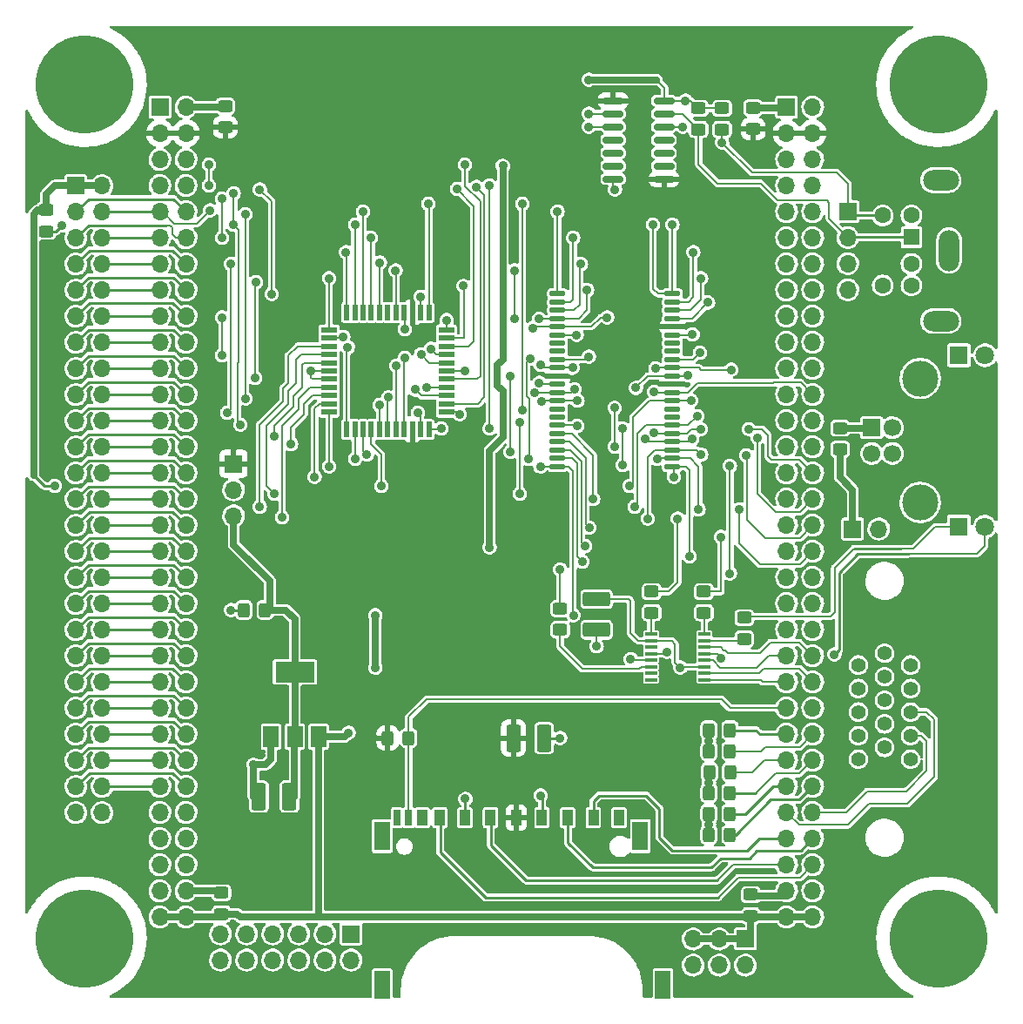
<source format=gtl>
G04 #@! TF.GenerationSoftware,KiCad,Pcbnew,(6.0.1)*
G04 #@! TF.CreationDate,2022-05-30T09:03:46-04:00*
G04 #@! TF.ProjectId,RETRO-65C816,52455452-4f2d-4363-9543-3831362e6b69,3*
G04 #@! TF.SameCoordinates,Original*
G04 #@! TF.FileFunction,Copper,L1,Top*
G04 #@! TF.FilePolarity,Positive*
%FSLAX46Y46*%
G04 Gerber Fmt 4.6, Leading zero omitted, Abs format (unit mm)*
G04 Created by KiCad (PCBNEW (6.0.1)) date 2022-05-30 09:03:46*
%MOMM*%
%LPD*%
G01*
G04 APERTURE LIST*
G04 Aperture macros list*
%AMRoundRect*
0 Rectangle with rounded corners*
0 $1 Rounding radius*
0 $2 $3 $4 $5 $6 $7 $8 $9 X,Y pos of 4 corners*
0 Add a 4 corners polygon primitive as box body*
4,1,4,$2,$3,$4,$5,$6,$7,$8,$9,$2,$3,0*
0 Add four circle primitives for the rounded corners*
1,1,$1+$1,$2,$3*
1,1,$1+$1,$4,$5*
1,1,$1+$1,$6,$7*
1,1,$1+$1,$8,$9*
0 Add four rect primitives between the rounded corners*
20,1,$1+$1,$2,$3,$4,$5,0*
20,1,$1+$1,$4,$5,$6,$7,0*
20,1,$1+$1,$6,$7,$8,$9,0*
20,1,$1+$1,$8,$9,$2,$3,0*%
G04 Aperture macros list end*
G04 #@! TA.AperFunction,ComponentPad*
%ADD10C,9.525000*%
G04 #@! TD*
G04 #@! TA.AperFunction,SMDPad,CuDef*
%ADD11R,1.500000X2.000000*%
G04 #@! TD*
G04 #@! TA.AperFunction,SMDPad,CuDef*
%ADD12R,3.800000X2.000000*%
G04 #@! TD*
G04 #@! TA.AperFunction,ComponentPad*
%ADD13R,1.700000X1.700000*%
G04 #@! TD*
G04 #@! TA.AperFunction,ComponentPad*
%ADD14O,1.700000X1.700000*%
G04 #@! TD*
G04 #@! TA.AperFunction,SMDPad,CuDef*
%ADD15RoundRect,0.250000X-0.325000X-0.450000X0.325000X-0.450000X0.325000X0.450000X-0.325000X0.450000X0*%
G04 #@! TD*
G04 #@! TA.AperFunction,SMDPad,CuDef*
%ADD16RoundRect,0.250000X0.450000X-0.325000X0.450000X0.325000X-0.450000X0.325000X-0.450000X-0.325000X0*%
G04 #@! TD*
G04 #@! TA.AperFunction,ComponentPad*
%ADD17R,1.600000X1.600000*%
G04 #@! TD*
G04 #@! TA.AperFunction,ComponentPad*
%ADD18C,1.600000*%
G04 #@! TD*
G04 #@! TA.AperFunction,ComponentPad*
%ADD19O,2.000000X4.000000*%
G04 #@! TD*
G04 #@! TA.AperFunction,ComponentPad*
%ADD20O,3.500000X2.000000*%
G04 #@! TD*
G04 #@! TA.AperFunction,ComponentPad*
%ADD21R,1.800000X1.800000*%
G04 #@! TD*
G04 #@! TA.AperFunction,ComponentPad*
%ADD22C,1.800000*%
G04 #@! TD*
G04 #@! TA.AperFunction,SMDPad,CuDef*
%ADD23RoundRect,0.250000X-0.450000X0.325000X-0.450000X-0.325000X0.450000X-0.325000X0.450000X0.325000X0*%
G04 #@! TD*
G04 #@! TA.AperFunction,SMDPad,CuDef*
%ADD24R,1.200000X0.400000*%
G04 #@! TD*
G04 #@! TA.AperFunction,SMDPad,CuDef*
%ADD25R,1.000000X1.500000*%
G04 #@! TD*
G04 #@! TA.AperFunction,SMDPad,CuDef*
%ADD26R,0.700000X1.500000*%
G04 #@! TD*
G04 #@! TA.AperFunction,SMDPad,CuDef*
%ADD27R,1.500000X2.800000*%
G04 #@! TD*
G04 #@! TA.AperFunction,SMDPad,CuDef*
%ADD28RoundRect,0.137500X-0.625000X-0.137500X0.625000X-0.137500X0.625000X0.137500X-0.625000X0.137500X0*%
G04 #@! TD*
G04 #@! TA.AperFunction,SMDPad,CuDef*
%ADD29RoundRect,0.250000X0.325000X0.450000X-0.325000X0.450000X-0.325000X-0.450000X0.325000X-0.450000X0*%
G04 #@! TD*
G04 #@! TA.AperFunction,SMDPad,CuDef*
%ADD30RoundRect,0.250001X-0.462499X-1.074999X0.462499X-1.074999X0.462499X1.074999X-0.462499X1.074999X0*%
G04 #@! TD*
G04 #@! TA.AperFunction,SMDPad,CuDef*
%ADD31RoundRect,0.250001X0.462499X1.074999X-0.462499X1.074999X-0.462499X-1.074999X0.462499X-1.074999X0*%
G04 #@! TD*
G04 #@! TA.AperFunction,ComponentPad*
%ADD32C,1.397000*%
G04 #@! TD*
G04 #@! TA.AperFunction,SMDPad,CuDef*
%ADD33RoundRect,0.250001X-1.074999X0.462499X-1.074999X-0.462499X1.074999X-0.462499X1.074999X0.462499X0*%
G04 #@! TD*
G04 #@! TA.AperFunction,ComponentPad*
%ADD34C,1.700000*%
G04 #@! TD*
G04 #@! TA.AperFunction,ComponentPad*
%ADD35C,3.500000*%
G04 #@! TD*
G04 #@! TA.AperFunction,SMDPad,CuDef*
%ADD36RoundRect,0.150000X-0.825000X-0.150000X0.825000X-0.150000X0.825000X0.150000X-0.825000X0.150000X0*%
G04 #@! TD*
G04 #@! TA.AperFunction,SMDPad,CuDef*
%ADD37R,0.550000X1.500000*%
G04 #@! TD*
G04 #@! TA.AperFunction,SMDPad,CuDef*
%ADD38R,1.500000X0.550000*%
G04 #@! TD*
G04 #@! TA.AperFunction,ViaPad*
%ADD39C,0.889000*%
G04 #@! TD*
G04 #@! TA.AperFunction,Conductor*
%ADD40C,0.635000*%
G04 #@! TD*
G04 #@! TA.AperFunction,Conductor*
%ADD41C,0.203200*%
G04 #@! TD*
G04 #@! TA.AperFunction,Conductor*
%ADD42C,0.254000*%
G04 #@! TD*
G04 #@! TA.AperFunction,Conductor*
%ADD43C,0.152400*%
G04 #@! TD*
G04 APERTURE END LIST*
D10*
X16000000Y-16000000D03*
X99000000Y-16000000D03*
X16000000Y-99000000D03*
X99000000Y-99000000D03*
D11*
X34123600Y-79375400D03*
X36423600Y-79375400D03*
X38723600Y-79375400D03*
D12*
X36423600Y-73075400D03*
D13*
X90678000Y-59182000D03*
D14*
X93218000Y-59182000D03*
D15*
X76699000Y-78740000D03*
X78749000Y-78740000D03*
X76699000Y-80772000D03*
X78749000Y-80772000D03*
X76744800Y-82804000D03*
X78794800Y-82804000D03*
X76699000Y-84836000D03*
X78749000Y-84836000D03*
X76699000Y-86868000D03*
X78749000Y-86868000D03*
X76699000Y-88900000D03*
X78749000Y-88900000D03*
D16*
X75692000Y-20329000D03*
X75692000Y-18279000D03*
X77978000Y-20329000D03*
X77978000Y-18279000D03*
D13*
X90200000Y-28300000D03*
D14*
X90200000Y-30840000D03*
X90200000Y-33380000D03*
X90200000Y-35920000D03*
D17*
X96400000Y-30800000D03*
D18*
X96400000Y-33400000D03*
X96400000Y-28700000D03*
X96400000Y-35500000D03*
X93600000Y-28700000D03*
X93600000Y-35500000D03*
D19*
X100050000Y-32100000D03*
D20*
X99250000Y-25250000D03*
X99250000Y-38950000D03*
D13*
X84250000Y-18166000D03*
D14*
X86790000Y-18166000D03*
X84250000Y-20706000D03*
X86790000Y-20706000D03*
X84250000Y-23246000D03*
X86790000Y-23246000D03*
X84250000Y-25786000D03*
X86790000Y-25786000D03*
X84250000Y-28326000D03*
X86790000Y-28326000D03*
X84250000Y-30866000D03*
X86790000Y-30866000D03*
X84250000Y-33406000D03*
X86790000Y-33406000D03*
X84250000Y-35946000D03*
X86790000Y-35946000D03*
X84250000Y-38486000D03*
X86790000Y-38486000D03*
X84250000Y-41026000D03*
X86790000Y-41026000D03*
X84250000Y-43566000D03*
X86790000Y-43566000D03*
X84250000Y-46106000D03*
X86790000Y-46106000D03*
X84250000Y-48646000D03*
X86790000Y-48646000D03*
X84250000Y-51186000D03*
X86790000Y-51186000D03*
X84250000Y-53726000D03*
X86790000Y-53726000D03*
X84250000Y-56266000D03*
X86790000Y-56266000D03*
X84250000Y-58806000D03*
X86790000Y-58806000D03*
X84250000Y-61346000D03*
X86790000Y-61346000D03*
X84250000Y-63886000D03*
X86790000Y-63886000D03*
X84250000Y-66426000D03*
X86790000Y-66426000D03*
X84250000Y-68966000D03*
X86790000Y-68966000D03*
X84250000Y-71506000D03*
X86790000Y-71506000D03*
X84250000Y-74046000D03*
X86790000Y-74046000D03*
X84250000Y-76586000D03*
X86790000Y-76586000D03*
X84250000Y-79126000D03*
X86790000Y-79126000D03*
X84250000Y-81666000D03*
X86790000Y-81666000D03*
X84250000Y-84206000D03*
X86790000Y-84206000D03*
X84250000Y-86746000D03*
X86790000Y-86746000D03*
X84250000Y-89286000D03*
X86790000Y-89286000D03*
X84250000Y-91826000D03*
X86790000Y-91826000D03*
X84250000Y-94366000D03*
X86790000Y-94366000D03*
X84250000Y-96906000D03*
X86790000Y-96906000D03*
D13*
X23310000Y-18166000D03*
D14*
X25850000Y-18166000D03*
X23310000Y-20706000D03*
X25850000Y-20706000D03*
X23310000Y-23246000D03*
X25850000Y-23246000D03*
X23310000Y-25786000D03*
X25850000Y-25786000D03*
X23310000Y-28326000D03*
X25850000Y-28326000D03*
X23310000Y-30866000D03*
X25850000Y-30866000D03*
X23310000Y-33406000D03*
X25850000Y-33406000D03*
X23310000Y-35946000D03*
X25850000Y-35946000D03*
X23310000Y-38486000D03*
X25850000Y-38486000D03*
X23310000Y-41026000D03*
X25850000Y-41026000D03*
X23310000Y-43566000D03*
X25850000Y-43566000D03*
X23310000Y-46106000D03*
X25850000Y-46106000D03*
X23310000Y-48646000D03*
X25850000Y-48646000D03*
X23310000Y-51186000D03*
X25850000Y-51186000D03*
X23310000Y-53726000D03*
X25850000Y-53726000D03*
X23310000Y-56266000D03*
X25850000Y-56266000D03*
X23310000Y-58806000D03*
X25850000Y-58806000D03*
X23310000Y-61346000D03*
X25850000Y-61346000D03*
X23310000Y-63886000D03*
X25850000Y-63886000D03*
X23310000Y-66426000D03*
X25850000Y-66426000D03*
X23310000Y-68966000D03*
X25850000Y-68966000D03*
X23310000Y-71506000D03*
X25850000Y-71506000D03*
X23310000Y-74046000D03*
X25850000Y-74046000D03*
X23310000Y-76586000D03*
X25850000Y-76586000D03*
X23310000Y-79126000D03*
X25850000Y-79126000D03*
X23310000Y-81666000D03*
X25850000Y-81666000D03*
X23310000Y-84206000D03*
X25850000Y-84206000D03*
X23310000Y-86746000D03*
X25850000Y-86746000D03*
X23310000Y-89286000D03*
X25850000Y-89286000D03*
X23310000Y-91826000D03*
X25850000Y-91826000D03*
X23310000Y-94366000D03*
X25850000Y-94366000D03*
X23310000Y-96906000D03*
X25850000Y-96906000D03*
D21*
X101015800Y-42291000D03*
D22*
X103555800Y-42291000D03*
D16*
X80137000Y-69859000D03*
X80137000Y-67809000D03*
D23*
X71120000Y-65269000D03*
X71120000Y-67319000D03*
X76200000Y-65269000D03*
X76200000Y-67319000D03*
D24*
X76260000Y-73850500D03*
X76260000Y-73215500D03*
X76260000Y-72580500D03*
X76260000Y-71945500D03*
X76260000Y-71310500D03*
X76260000Y-70675500D03*
X76260000Y-70040500D03*
X76260000Y-69405500D03*
X71060000Y-69405500D03*
X71060000Y-70040500D03*
X71060000Y-70675500D03*
X71060000Y-71310500D03*
X71060000Y-71945500D03*
X71060000Y-72580500D03*
X71060000Y-73215500D03*
X71060000Y-73850500D03*
D25*
X65459000Y-87243000D03*
X62959000Y-87243000D03*
X60459000Y-87243000D03*
X57959000Y-87243000D03*
X55459000Y-87243000D03*
X52959000Y-87243000D03*
X50539000Y-87243000D03*
X48839000Y-87243000D03*
X67959000Y-87243000D03*
D26*
X47499000Y-87243000D03*
X46359000Y-87243000D03*
D27*
X70029000Y-89043000D03*
X44929000Y-89043000D03*
X44929000Y-103543000D03*
X72229000Y-103543000D03*
D13*
X15140000Y-25800000D03*
D14*
X17680000Y-25800000D03*
X15140000Y-28340000D03*
X17680000Y-28340000D03*
X15140000Y-30880000D03*
X17680000Y-30880000D03*
X15140000Y-33420000D03*
X17680000Y-33420000D03*
X15140000Y-35960000D03*
X17680000Y-35960000D03*
X15140000Y-38500000D03*
X17680000Y-38500000D03*
X15140000Y-41040000D03*
X17680000Y-41040000D03*
X15140000Y-43580000D03*
X17680000Y-43580000D03*
X15140000Y-46120000D03*
X17680000Y-46120000D03*
X15140000Y-48660000D03*
X17680000Y-48660000D03*
X15140000Y-51200000D03*
X17680000Y-51200000D03*
X15140000Y-53740000D03*
X17680000Y-53740000D03*
X15140000Y-56280000D03*
X17680000Y-56280000D03*
X15140000Y-58820000D03*
X17680000Y-58820000D03*
X15140000Y-61360000D03*
X17680000Y-61360000D03*
X15140000Y-63900000D03*
X17680000Y-63900000D03*
X15140000Y-66440000D03*
X17680000Y-66440000D03*
X15140000Y-68980000D03*
X17680000Y-68980000D03*
X15140000Y-71520000D03*
X17680000Y-71520000D03*
X15140000Y-74060000D03*
X17680000Y-74060000D03*
X15140000Y-76600000D03*
X17680000Y-76600000D03*
X15140000Y-79140000D03*
X17680000Y-79140000D03*
X15140000Y-81680000D03*
X17680000Y-81680000D03*
X15140000Y-84220000D03*
X17680000Y-84220000D03*
X15140000Y-86760000D03*
X17680000Y-86760000D03*
D16*
X29286200Y-96605200D03*
X29286200Y-94555200D03*
X80772000Y-96783000D03*
X80772000Y-94733000D03*
D23*
X12242800Y-28185000D03*
X12242800Y-30235000D03*
D16*
X81000600Y-20303600D03*
X81000600Y-18253600D03*
X29667200Y-20100400D03*
X29667200Y-18050400D03*
D13*
X30480000Y-52832000D03*
D14*
X30480000Y-55372000D03*
X30480000Y-57912000D03*
D16*
X62230000Y-68970000D03*
X62230000Y-66920000D03*
D23*
X89458800Y-49368600D03*
X89458800Y-51418600D03*
D28*
X61976500Y-36304000D03*
X61976500Y-37104000D03*
X61976500Y-37904000D03*
X61976500Y-38704000D03*
X61976500Y-39504000D03*
X61976500Y-40304000D03*
X61976500Y-41104000D03*
X61976500Y-41904000D03*
X61976500Y-42704000D03*
X61976500Y-43504000D03*
X61976500Y-44304000D03*
X61976500Y-45104000D03*
X61976500Y-45904000D03*
X61976500Y-46704000D03*
X61976500Y-47504000D03*
X61976500Y-48304000D03*
X61976500Y-49104000D03*
X61976500Y-49904000D03*
X61976500Y-50704000D03*
X61976500Y-51504000D03*
X61976500Y-52304000D03*
X61976500Y-53104000D03*
X73151500Y-53104000D03*
X73151500Y-52304000D03*
X73151500Y-51504000D03*
X73151500Y-50704000D03*
X73151500Y-49904000D03*
X73151500Y-49104000D03*
X73151500Y-48304000D03*
X73151500Y-47504000D03*
X73151500Y-46704000D03*
X73151500Y-45904000D03*
X73151500Y-45104000D03*
X73151500Y-44304000D03*
X73151500Y-43504000D03*
X73151500Y-42704000D03*
X73151500Y-41904000D03*
X73151500Y-41104000D03*
X73151500Y-40304000D03*
X73151500Y-39504000D03*
X73151500Y-38704000D03*
X73151500Y-37904000D03*
X73151500Y-37104000D03*
X73151500Y-36304000D03*
D29*
X47507000Y-79502000D03*
X45457000Y-79502000D03*
D30*
X57694500Y-79502000D03*
X60669500Y-79502000D03*
D29*
X33537000Y-67056000D03*
X31487000Y-67056000D03*
D31*
X35904500Y-85191600D03*
X32929500Y-85191600D03*
D13*
X41910000Y-98552000D03*
D14*
X41910000Y-101092000D03*
X39370000Y-98552000D03*
X39370000Y-101092000D03*
X36830000Y-98552000D03*
X36830000Y-101092000D03*
X34290000Y-98552000D03*
X34290000Y-101092000D03*
X31750000Y-98552000D03*
X31750000Y-101092000D03*
X29210000Y-98552000D03*
X29210000Y-101092000D03*
D32*
X91239340Y-72397620D03*
X91239340Y-74688700D03*
X91239340Y-76974700D03*
X91239340Y-79268320D03*
X91239340Y-81556860D03*
X93779340Y-71252080D03*
X93779340Y-73543160D03*
X93779340Y-75834240D03*
X93779340Y-78122780D03*
X93779340Y-80413860D03*
X96319340Y-72397620D03*
X96319340Y-74688700D03*
X96316800Y-76977240D03*
X96319340Y-79268320D03*
X96319340Y-81556860D03*
D13*
X80249000Y-99055000D03*
D14*
X80249000Y-101595000D03*
X77709000Y-99055000D03*
X77709000Y-101595000D03*
X75169000Y-99055000D03*
X75169000Y-101595000D03*
D33*
X65786000Y-66000300D03*
X65786000Y-68975300D03*
D13*
X92532200Y-49326800D03*
D34*
X92532200Y-51826800D03*
X94532200Y-51826800D03*
X94532200Y-49326800D03*
D35*
X97242200Y-56596800D03*
X97242200Y-44556800D03*
D21*
X100990400Y-58953400D03*
D22*
X103530400Y-58953400D03*
D36*
X67375000Y-17526000D03*
X67375000Y-18796000D03*
X67375000Y-20066000D03*
X67375000Y-21336000D03*
X67375000Y-22606000D03*
X67375000Y-23876000D03*
X67375000Y-25146000D03*
X72325000Y-25146000D03*
X72325000Y-23876000D03*
X72325000Y-22606000D03*
X72325000Y-21336000D03*
X72325000Y-20066000D03*
X72325000Y-18796000D03*
X72325000Y-17526000D03*
D37*
X49466000Y-38115000D03*
X48666000Y-38115000D03*
X47866000Y-38115000D03*
X47066000Y-38115000D03*
X46266000Y-38115000D03*
X45466000Y-38115000D03*
X44666000Y-38115000D03*
X43866000Y-38115000D03*
X43066000Y-38115000D03*
X42266000Y-38115000D03*
X41466000Y-38115000D03*
D38*
X39766000Y-39815000D03*
X39766000Y-40615000D03*
X39766000Y-41415000D03*
X39766000Y-42215000D03*
X39766000Y-43015000D03*
X39766000Y-43815000D03*
X39766000Y-44615000D03*
X39766000Y-45415000D03*
X39766000Y-46215000D03*
X39766000Y-47015000D03*
X39766000Y-47815000D03*
D37*
X41466000Y-49515000D03*
X42266000Y-49515000D03*
X43066000Y-49515000D03*
X43866000Y-49515000D03*
X44666000Y-49515000D03*
X45466000Y-49515000D03*
X46266000Y-49515000D03*
X47066000Y-49515000D03*
X47866000Y-49515000D03*
X48666000Y-49515000D03*
X49466000Y-49515000D03*
D38*
X51166000Y-47815000D03*
X51166000Y-47015000D03*
X51166000Y-46215000D03*
X51166000Y-45415000D03*
X51166000Y-44615000D03*
X51166000Y-43815000D03*
X51166000Y-43015000D03*
X51166000Y-42215000D03*
X51166000Y-41415000D03*
X51166000Y-40615000D03*
X51166000Y-39815000D03*
D39*
X55372000Y-60960000D03*
X65024000Y-15494000D03*
X56655189Y-23862811D03*
X44261000Y-67579000D03*
X74422000Y-17526000D03*
X41656000Y-78994000D03*
X44261000Y-72659000D03*
X60325000Y-85090000D03*
X69596000Y-45464531D03*
X69088000Y-71831200D03*
X52959000Y-43815000D03*
X13766800Y-29667200D03*
X32410400Y-82118200D03*
X60198000Y-44958000D03*
X37973000Y-43815000D03*
X30226000Y-67056000D03*
X65773300Y-70586600D03*
X74676000Y-44227900D03*
X67564000Y-26162000D03*
X53009800Y-85420200D03*
X62230000Y-79502000D03*
X77891686Y-71714314D03*
X73660000Y-58166000D03*
X77851000Y-59944000D03*
X65024000Y-18796000D03*
X65024000Y-20066000D03*
X13081000Y-54991000D03*
X72644000Y-71120000D03*
X78740000Y-53052800D03*
X62230000Y-63119000D03*
X78740000Y-63500000D03*
X60307000Y-53104000D03*
X63516157Y-67570285D03*
X39751000Y-53086000D03*
X74821000Y-61831000D03*
X38354000Y-54102000D03*
X73279000Y-54102000D03*
X64389000Y-62370200D03*
X79629000Y-57277000D03*
X71658463Y-52354463D03*
X36068000Y-50927000D03*
X75692000Y-57277000D03*
X64643000Y-60833000D03*
X80327500Y-52006500D03*
X70739000Y-58166000D03*
X35179000Y-58039000D03*
X75946000Y-51934800D03*
X65042640Y-59055000D03*
X70485000Y-50437200D03*
X75057000Y-50437200D03*
X81407000Y-50292000D03*
X34430200Y-50165000D03*
X65448560Y-56261000D03*
X75882500Y-49466500D03*
X58293000Y-48768000D03*
X71383327Y-49816859D03*
X80581500Y-49466500D03*
X58293000Y-55753000D03*
X34430200Y-55753000D03*
X67532241Y-51166522D03*
X60452000Y-46736000D03*
X67532241Y-47402759D03*
X44666000Y-47130200D03*
X63913000Y-46704000D03*
X44831000Y-54991011D03*
X68987389Y-54977800D03*
X74962000Y-46704000D03*
X59709776Y-45934449D03*
X63627000Y-45593000D03*
X45514219Y-46381400D03*
X57404000Y-51675800D03*
X71374000Y-45847000D03*
X43434000Y-51943000D03*
X57404000Y-44309800D03*
X63430000Y-43504000D03*
X46317200Y-43313400D03*
X60325000Y-43218120D03*
X71501000Y-43561000D03*
X78867000Y-43688000D03*
X42291000Y-52355200D03*
X59295800Y-42586640D03*
X59182000Y-52355200D03*
X47117000Y-42531800D03*
X65024000Y-42418000D03*
X41578043Y-41516433D03*
X75819000Y-42037000D03*
X63836000Y-40304000D03*
X41148000Y-40513000D03*
X75107800Y-40277200D03*
X66802000Y-38608000D03*
X47117000Y-39751000D03*
X59563000Y-39624000D03*
X76612558Y-37157256D03*
X46228000Y-34036000D03*
X64858400Y-35941000D03*
X60207194Y-38742621D03*
X57785000Y-34036000D03*
X57777379Y-38742621D03*
X75932800Y-34798000D03*
X39751000Y-34798000D03*
X44704000Y-33274000D03*
X64248800Y-33401000D03*
X75184000Y-32258000D03*
X41402000Y-32258000D03*
X43814800Y-30861000D03*
X63500000Y-30861000D03*
X73152000Y-29591000D03*
X42291000Y-29591000D03*
X71247000Y-29591000D03*
X43053000Y-28321000D03*
X61976000Y-28321000D03*
X68326000Y-49403000D03*
X68326000Y-52959000D03*
X63881000Y-49149000D03*
X33020000Y-57023000D03*
X75565000Y-48201611D03*
X69469000Y-57023000D03*
X73914000Y-72644000D03*
X88900000Y-71374000D03*
X29337000Y-27051000D03*
X29337000Y-30861000D03*
X49403000Y-27572200D03*
X48666000Y-36601000D03*
X48387000Y-47879000D03*
X29845000Y-47879000D03*
X30226000Y-33401000D03*
X55372000Y-49403000D03*
X55372000Y-25781000D03*
X50673000Y-49416200D03*
X31115000Y-49022000D03*
X52451000Y-48006000D03*
X30480000Y-26543000D03*
X58547000Y-27572200D03*
X30480000Y-29591000D03*
X58547000Y-47625000D03*
X54102000Y-25908000D03*
X28194000Y-28194000D03*
X31623000Y-46482000D03*
X31623000Y-28575000D03*
X48133000Y-45632600D03*
X49206023Y-45431514D03*
X32565398Y-44480638D03*
X32639000Y-35179000D03*
X28067000Y-23749000D03*
X28067000Y-25781000D03*
X52959000Y-23749000D03*
X48703770Y-42199856D03*
X49657000Y-41667720D03*
X29337000Y-42291000D03*
X29337000Y-38608000D03*
X52198083Y-26123880D03*
X34163000Y-36322000D03*
X33020000Y-26162000D03*
X52832000Y-35546800D03*
X51181000Y-38862000D03*
X76699000Y-79756000D03*
X76699000Y-83820000D03*
X74168000Y-20066000D03*
X77978000Y-21590000D03*
X76699000Y-87884000D03*
D40*
X84280000Y-96906000D02*
X86820000Y-96906000D01*
X80249000Y-99055000D02*
X77709000Y-99055000D01*
X84258600Y-96884600D02*
X84280000Y-96906000D01*
X29210400Y-96906000D02*
X29286200Y-96830200D01*
D41*
X74422000Y-17526000D02*
X74939000Y-17526000D01*
D40*
X23310000Y-96906000D02*
X25850000Y-96906000D01*
X80772000Y-96783000D02*
X80772000Y-98532000D01*
X38723600Y-79375400D02*
X38723600Y-96795400D01*
X80772000Y-98532000D02*
X80249000Y-99055000D01*
X84250000Y-96906000D02*
X38613000Y-96906000D01*
X44261000Y-72659000D02*
X44261000Y-67579000D01*
X31120000Y-96906000D02*
X38613000Y-96906000D01*
X56134000Y-43206378D02*
X56655189Y-42685189D01*
D41*
X72390000Y-16256000D02*
X71628000Y-15494000D01*
D40*
X80772000Y-96884600D02*
X84258600Y-96884600D01*
D41*
X75692000Y-18279000D02*
X77978000Y-18279000D01*
D40*
X38723600Y-96795400D02*
X38613000Y-96906000D01*
X56134000Y-45212000D02*
X56134000Y-43206378D01*
X56655189Y-50278811D02*
X56655189Y-45733189D01*
X38723600Y-79375400D02*
X41274600Y-79375400D01*
X55372000Y-51562000D02*
X56655189Y-50278811D01*
X56655189Y-45733189D02*
X56134000Y-45212000D01*
D41*
X72390000Y-17461000D02*
X72390000Y-16256000D01*
D40*
X41274600Y-79375400D02*
X41656000Y-78994000D01*
X56655189Y-23862811D02*
X56655189Y-42685189D01*
X77709000Y-99055000D02*
X75169000Y-99055000D01*
X31120000Y-96906000D02*
X30819200Y-96605200D01*
X55372000Y-60960000D02*
X55372000Y-51562000D01*
D41*
X72325000Y-17526000D02*
X72390000Y-17461000D01*
X74939000Y-17526000D02*
X75692000Y-18279000D01*
D40*
X71628000Y-15494000D02*
X65024000Y-15494000D01*
D41*
X72325000Y-17526000D02*
X74422000Y-17526000D01*
D40*
X25850000Y-96906000D02*
X29210400Y-96906000D01*
X30819200Y-96605200D02*
X29286200Y-96605200D01*
D41*
X51166000Y-43815000D02*
X52959000Y-43815000D01*
X65786000Y-70573900D02*
X65773300Y-70586600D01*
X74599900Y-44304000D02*
X74676000Y-44227900D01*
D40*
X32417000Y-85191600D02*
X32417000Y-82124800D01*
D42*
X60669500Y-79502000D02*
X62230000Y-79502000D01*
D41*
X73151500Y-44304000D02*
X73145689Y-44309811D01*
D42*
X53000000Y-85430000D02*
X53009800Y-85420200D01*
D40*
X83811400Y-94834600D02*
X84280000Y-94366000D01*
D41*
X73145689Y-44309811D02*
X70750720Y-44309811D01*
D40*
X34112200Y-81021800D02*
X34112200Y-81559400D01*
D41*
X39766000Y-43815000D02*
X37973000Y-43815000D01*
X73151500Y-44304000D02*
X74599900Y-44304000D01*
D40*
X25850000Y-18166000D02*
X29551600Y-18166000D01*
X32417000Y-82124800D02*
X32410400Y-82118200D01*
D41*
X71060000Y-71945500D02*
X69202300Y-71945500D01*
D40*
X34123600Y-81010400D02*
X34112200Y-81021800D01*
D42*
X60500000Y-85265000D02*
X60325000Y-85090000D01*
D41*
X39766000Y-44615000D02*
X38138000Y-44615000D01*
D42*
X60500000Y-87200000D02*
X60500000Y-85265000D01*
D40*
X34123600Y-79375400D02*
X34123600Y-81010400D01*
D41*
X76260000Y-71310500D02*
X77487872Y-71310500D01*
D40*
X81000600Y-18253600D02*
X84192400Y-18253600D01*
D41*
X37973000Y-44450000D02*
X37973000Y-43815000D01*
X65786000Y-68975300D02*
X65786000Y-70573900D01*
D42*
X13199000Y-30235000D02*
X13766800Y-29667200D01*
D40*
X33553400Y-82118200D02*
X32410400Y-82118200D01*
D42*
X53000000Y-87200000D02*
X53000000Y-85430000D01*
D40*
X80772000Y-94834600D02*
X83811400Y-94834600D01*
D41*
X61976500Y-45104000D02*
X60344000Y-45104000D01*
D42*
X12242800Y-30235000D02*
X13199000Y-30235000D01*
D41*
X77487872Y-71310500D02*
X77891686Y-71714314D01*
X67375000Y-25146000D02*
X67375000Y-25973000D01*
X60344000Y-45104000D02*
X60198000Y-44958000D01*
D42*
X31487000Y-67056000D02*
X30226000Y-67056000D01*
D41*
X67375000Y-25973000D02*
X67564000Y-26162000D01*
X69202300Y-71945500D02*
X69088000Y-71831200D01*
D40*
X29551600Y-18166000D02*
X29667200Y-18050400D01*
D41*
X38138000Y-44615000D02*
X37973000Y-44450000D01*
D40*
X84192400Y-18253600D02*
X84280000Y-18166000D01*
X34112200Y-81559400D02*
X33553400Y-82118200D01*
X25850000Y-94366000D02*
X29250400Y-94366000D01*
D41*
X70750720Y-44309811D02*
X69596000Y-45464531D01*
D42*
X85499600Y-85496400D02*
X86790000Y-84206000D01*
X82727600Y-85496400D02*
X85499600Y-85496400D01*
X78749000Y-88900000D02*
X79324000Y-88900000D01*
X79324000Y-88900000D02*
X82727600Y-85496400D01*
X82926000Y-84206000D02*
X84250000Y-84206000D01*
X80264000Y-86868000D02*
X82926000Y-84206000D01*
X78749000Y-86868000D02*
X80264000Y-86868000D01*
D41*
X85499600Y-82956400D02*
X86790000Y-81666000D01*
D42*
X78749000Y-84836000D02*
X81280000Y-84836000D01*
D41*
X83159600Y-82956400D02*
X81280000Y-84836000D01*
X83159600Y-82956400D02*
X85499600Y-82956400D01*
X78794800Y-82804000D02*
X80924400Y-82804000D01*
X82062400Y-81666000D02*
X84250000Y-81666000D01*
X80924400Y-82804000D02*
X82062400Y-81666000D01*
X78749000Y-80772000D02*
X81788000Y-80772000D01*
X85525000Y-80391000D02*
X86790000Y-79126000D01*
X82169000Y-80391000D02*
X85525000Y-80391000D01*
X81788000Y-80772000D02*
X82169000Y-80391000D01*
D42*
X81666000Y-79126000D02*
X84250000Y-79126000D01*
X78749000Y-78740000D02*
X81280000Y-78740000D01*
X81280000Y-78740000D02*
X81666000Y-79126000D01*
X77856000Y-91186000D02*
X80650000Y-91186000D01*
X76967000Y-92075000D02*
X77856000Y-91186000D01*
X86790000Y-89286000D02*
X85609799Y-90466201D01*
X63000000Y-87200000D02*
X63000000Y-89670000D01*
X81369799Y-90466201D02*
X80650000Y-91186000D01*
X63000000Y-89670000D02*
X65405000Y-92075000D01*
X85609799Y-90466201D02*
X81369799Y-90466201D01*
X65405000Y-92075000D02*
X76967000Y-92075000D01*
X65459000Y-85671000D02*
X66040000Y-85090000D01*
X65459000Y-87243000D02*
X65459000Y-85671000D01*
X71882000Y-89154000D02*
X73152000Y-90424000D01*
X66040000Y-85090000D02*
X70612000Y-85090000D01*
X84250000Y-89286000D02*
X81572999Y-89286000D01*
X73152000Y-90424000D02*
X80434999Y-90424000D01*
X81572999Y-89286000D02*
X80434999Y-90424000D01*
X71882000Y-86360000D02*
X71882000Y-89154000D01*
X70612000Y-85090000D02*
X71882000Y-86360000D01*
X55500000Y-87200000D02*
X55500000Y-89917000D01*
X77495400Y-93345000D02*
X58928000Y-93345000D01*
X55500000Y-89917000D02*
X58928000Y-93345000D01*
D41*
X84250000Y-91826000D02*
X79014400Y-91826000D01*
X79014400Y-91826000D02*
X77495400Y-93345000D01*
X85550400Y-93065600D02*
X86790000Y-91826000D01*
D42*
X50580000Y-90614400D02*
X50580000Y-87200000D01*
D41*
X79532400Y-93065600D02*
X85550400Y-93065600D01*
X77598000Y-95000000D02*
X79532400Y-93065600D01*
D42*
X54965600Y-95000000D02*
X50580000Y-90614400D01*
X77598000Y-95000000D02*
X54965600Y-95000000D01*
D41*
X76260000Y-67379000D02*
X76200000Y-67319000D01*
X76260000Y-69405500D02*
X76260000Y-67379000D01*
X71060000Y-69405500D02*
X71060000Y-67379000D01*
X71060000Y-67379000D02*
X71120000Y-67319000D01*
X72780000Y-65269000D02*
X71120000Y-65269000D01*
X73660000Y-58166000D02*
X73660000Y-64389000D01*
X73660000Y-64389000D02*
X72780000Y-65269000D01*
X77860000Y-59953000D02*
X77851000Y-59944000D01*
X76200000Y-65269000D02*
X77860000Y-65269000D01*
X77860000Y-65269000D02*
X77860000Y-59953000D01*
X67375000Y-18796000D02*
X65024000Y-18796000D01*
X65024000Y-20066000D02*
X67375000Y-20066000D01*
D40*
X11022580Y-28601420D02*
X11022580Y-53948580D01*
X12242800Y-28185000D02*
X12242800Y-26619200D01*
X13062000Y-25800000D02*
X12242800Y-26619200D01*
X12242800Y-28185000D02*
X11439000Y-28185000D01*
D42*
X12065000Y-54991000D02*
X11022580Y-53948580D01*
D40*
X15140000Y-25800000D02*
X13062000Y-25800000D01*
D42*
X13081000Y-54991000D02*
X12065000Y-54991000D01*
D40*
X15140000Y-25800000D02*
X17680000Y-25800000D01*
X11439000Y-28185000D02*
X11022580Y-28601420D01*
D41*
X72644000Y-71120000D02*
X72453500Y-71310500D01*
D40*
X90678000Y-59182000D02*
X90678000Y-55372000D01*
X89458800Y-54152800D02*
X89458800Y-51418600D01*
X90678000Y-55372000D02*
X89458800Y-54152800D01*
D41*
X72453500Y-71310500D02*
X71060000Y-71310500D01*
X62230000Y-66920000D02*
X62230000Y-63119000D01*
X78740000Y-63500000D02*
X78740000Y-53052800D01*
X80280400Y-67665600D02*
X80137000Y-67809000D01*
X80280400Y-67665600D02*
X88519000Y-67665600D01*
D42*
X90805000Y-61087000D02*
X95377000Y-61087000D01*
D41*
X88912689Y-67271911D02*
X88912689Y-62979311D01*
X88519000Y-67665600D02*
X88912689Y-67271911D01*
X88912689Y-62979311D02*
X90805000Y-61087000D01*
X95377000Y-61087000D02*
X96596200Y-61087000D01*
X98729800Y-58953400D02*
X100990400Y-58953400D01*
X96596200Y-61087000D02*
X98729800Y-58953400D01*
X62230000Y-70599300D02*
X64414400Y-72783700D01*
X70116700Y-72580500D02*
X69913500Y-72783700D01*
X71060000Y-72580500D02*
X70116700Y-72580500D01*
X62230000Y-68970000D02*
X62230000Y-70599300D01*
X69913500Y-72783700D02*
X64414400Y-72783700D01*
X76260000Y-70040500D02*
X79955500Y-70040500D01*
X79955500Y-70040500D02*
X80137000Y-69859000D01*
D40*
X35560000Y-67056000D02*
X36423600Y-67919600D01*
X30480000Y-60706000D02*
X33999500Y-64225500D01*
X30480000Y-57912000D02*
X30480000Y-60706000D01*
X33999500Y-67056000D02*
X35560000Y-67056000D01*
X36417000Y-79382000D02*
X36423600Y-79375400D01*
X33999500Y-64225500D02*
X33999500Y-67056000D01*
X36417000Y-85191600D02*
X36417000Y-79382000D01*
X36423600Y-67919600D02*
X36423600Y-73075400D01*
X36423600Y-79375400D02*
X36423600Y-73075400D01*
D42*
X16385001Y-42334999D02*
X24618999Y-42334999D01*
X24618999Y-42334999D02*
X25850000Y-43566000D01*
X15140000Y-43580000D02*
X16385001Y-42334999D01*
X17680000Y-43580000D02*
X23296000Y-43580000D01*
X23296000Y-43580000D02*
X23310000Y-43566000D01*
X15140000Y-46120000D02*
X16385001Y-44874999D01*
X24618999Y-44874999D02*
X25850000Y-46106000D01*
X16385001Y-44874999D02*
X24618999Y-44874999D01*
X23296000Y-46120000D02*
X23310000Y-46106000D01*
X17680000Y-46120000D02*
X23296000Y-46120000D01*
X15140000Y-48660000D02*
X16385001Y-47414999D01*
X16385001Y-47414999D02*
X24618999Y-47414999D01*
X24618999Y-47414999D02*
X25850000Y-48646000D01*
X17680000Y-48660000D02*
X23296000Y-48660000D01*
X23296000Y-48660000D02*
X23310000Y-48646000D01*
X15140000Y-51200000D02*
X16385001Y-49954999D01*
X24618999Y-49954999D02*
X25850000Y-51186000D01*
X16385001Y-49954999D02*
X24618999Y-49954999D01*
X17680000Y-51200000D02*
X23296000Y-51200000D01*
X23296000Y-51200000D02*
X23310000Y-51186000D01*
X15140000Y-53740000D02*
X16385001Y-52494999D01*
X24618999Y-52494999D02*
X25850000Y-53726000D01*
X16385001Y-52494999D02*
X24618999Y-52494999D01*
X17680000Y-53740000D02*
X23296000Y-53740000D01*
X23296000Y-53740000D02*
X23310000Y-53726000D01*
X16385001Y-55034999D02*
X24618999Y-55034999D01*
X24618999Y-55034999D02*
X25850000Y-56266000D01*
X15140000Y-56280000D02*
X16385001Y-55034999D01*
X17680000Y-56280000D02*
X23296000Y-56280000D01*
X23296000Y-56280000D02*
X23310000Y-56266000D01*
X24555001Y-57511001D02*
X25850000Y-58806000D01*
X16448999Y-57511001D02*
X24555001Y-57511001D01*
X15140000Y-58820000D02*
X16448999Y-57511001D01*
X23296000Y-58820000D02*
X23310000Y-58806000D01*
X17680000Y-58820000D02*
X23296000Y-58820000D01*
X15140000Y-61360000D02*
X16448999Y-60051001D01*
X24555001Y-60051001D02*
X25850000Y-61346000D01*
X16448999Y-60051001D02*
X24555001Y-60051001D01*
X16385001Y-62654999D02*
X24618999Y-62654999D01*
X24618999Y-62654999D02*
X25850000Y-63886000D01*
X15140000Y-63900000D02*
X16385001Y-62654999D01*
X17680000Y-63900000D02*
X23296000Y-63900000D01*
X23296000Y-63900000D02*
X23310000Y-63886000D01*
X16385001Y-65194999D02*
X24618999Y-65194999D01*
X15140000Y-66440000D02*
X16385001Y-65194999D01*
X24618999Y-65194999D02*
X25850000Y-66426000D01*
X23296000Y-66440000D02*
X23310000Y-66426000D01*
X17680000Y-66440000D02*
X23296000Y-66440000D01*
X24618999Y-67734999D02*
X25850000Y-68966000D01*
X15140000Y-68980000D02*
X16385001Y-67734999D01*
X16385001Y-67734999D02*
X24618999Y-67734999D01*
X23296000Y-68980000D02*
X23310000Y-68966000D01*
X17680000Y-68980000D02*
X23296000Y-68980000D01*
X24618999Y-70274999D02*
X25850000Y-71506000D01*
X15140000Y-71520000D02*
X16385001Y-70274999D01*
X16385001Y-70274999D02*
X24618999Y-70274999D01*
X23296000Y-71520000D02*
X23310000Y-71506000D01*
X17680000Y-71520000D02*
X23296000Y-71520000D01*
X16448999Y-72751001D02*
X24555001Y-72751001D01*
X24555001Y-72751001D02*
X25850000Y-74046000D01*
X15140000Y-74060000D02*
X16448999Y-72751001D01*
X17680000Y-74060000D02*
X23296000Y-74060000D01*
X23296000Y-74060000D02*
X23310000Y-74046000D01*
X16385001Y-75354999D02*
X24618999Y-75354999D01*
X24618999Y-75354999D02*
X25850000Y-76586000D01*
X15140000Y-76600000D02*
X16385001Y-75354999D01*
X17680000Y-76600000D02*
X23296000Y-76600000D01*
X23296000Y-76600000D02*
X23310000Y-76586000D01*
X24618999Y-77894999D02*
X25850000Y-79126000D01*
X15140000Y-79140000D02*
X16385001Y-77894999D01*
X16385001Y-77894999D02*
X24618999Y-77894999D01*
X17680000Y-79140000D02*
X23296000Y-79140000D01*
X23296000Y-79140000D02*
X23310000Y-79126000D01*
X16385001Y-80434999D02*
X24618999Y-80434999D01*
X24618999Y-80434999D02*
X25850000Y-81666000D01*
X15140000Y-81680000D02*
X16385001Y-80434999D01*
X17694000Y-81666000D02*
X17680000Y-81680000D01*
X23310000Y-81666000D02*
X17694000Y-81666000D01*
X16448999Y-82911001D02*
X24555001Y-82911001D01*
X24555001Y-82911001D02*
X25850000Y-84206000D01*
X15140000Y-84220000D02*
X16448999Y-82911001D01*
X23296000Y-84220000D02*
X23310000Y-84206000D01*
X17680000Y-84220000D02*
X23296000Y-84220000D01*
D41*
X97866200Y-79827352D02*
X97866200Y-82702400D01*
X95885000Y-84683600D02*
X92100400Y-84683600D01*
X97307168Y-79268320D02*
X97866200Y-79827352D01*
X96319340Y-79268320D02*
X97307168Y-79268320D01*
X97866200Y-82702400D02*
X95885000Y-84683600D01*
X92100400Y-84683600D02*
X90038000Y-86746000D01*
X90038000Y-86746000D02*
X86790000Y-86746000D01*
X97881440Y-76977240D02*
X98615867Y-77711667D01*
X90195400Y-87960200D02*
X92252800Y-85902800D01*
X85464200Y-87960200D02*
X84250000Y-86746000D01*
X96012000Y-85902800D02*
X92252800Y-85902800D01*
X98615867Y-77711667D02*
X98615867Y-83298933D01*
X98615867Y-83298933D02*
X96012000Y-85902800D01*
X85464200Y-87960200D02*
X90195400Y-87960200D01*
X96316800Y-76977240D02*
X97881440Y-76977240D01*
X63482000Y-53576000D02*
X63482000Y-67536128D01*
X39766000Y-53071000D02*
X39751000Y-53086000D01*
X61976500Y-53104000D02*
X63010000Y-53104000D01*
X63010000Y-53104000D02*
X63482000Y-53576000D01*
X63482000Y-67536128D02*
X63516157Y-67570285D01*
X61976500Y-53104000D02*
X60307000Y-53104000D01*
X39766000Y-47815000D02*
X39766000Y-53071000D01*
X73279000Y-54102000D02*
X73279000Y-53231500D01*
X74821000Y-53485000D02*
X74821000Y-61831000D01*
X73279000Y-53231500D02*
X73151500Y-53104000D01*
X73151500Y-53104000D02*
X74440000Y-53104000D01*
X74440000Y-53104000D02*
X74821000Y-53485000D01*
X38812800Y-47015000D02*
X38354000Y-47473800D01*
X38354000Y-47473800D02*
X38354000Y-54102000D01*
X39766000Y-47015000D02*
X38812800Y-47015000D01*
X63887920Y-52777978D02*
X63413942Y-52304000D01*
X64389000Y-62370200D02*
X63887920Y-61869120D01*
X63887920Y-61869120D02*
X63887920Y-52777978D01*
X63413942Y-52304000D02*
X61976500Y-52304000D01*
X75692000Y-57277000D02*
X75692000Y-53086000D01*
X73151500Y-52304000D02*
X71708926Y-52304000D01*
X86790000Y-61346000D02*
X85525000Y-62611000D01*
X37338000Y-46990000D02*
X38113000Y-46215000D01*
X85525000Y-62611000D02*
X81661000Y-62611000D01*
X81661000Y-62611000D02*
X79629000Y-60579000D01*
X36068000Y-49276000D02*
X37338000Y-48006000D01*
X74910000Y-52304000D02*
X73151500Y-52304000D01*
X38113000Y-46215000D02*
X39766000Y-46215000D01*
X79629000Y-60579000D02*
X79629000Y-57277000D01*
X36068000Y-50927000D02*
X36068000Y-49276000D01*
X37338000Y-48006000D02*
X37338000Y-46990000D01*
X75692000Y-53086000D02*
X74910000Y-52304000D01*
X71708926Y-52304000D02*
X71658463Y-52354463D01*
X64643000Y-60833000D02*
X64293840Y-60483840D01*
X63188000Y-51504000D02*
X61976500Y-51504000D01*
X64293840Y-52609840D02*
X63188000Y-51504000D01*
X64293840Y-60483840D02*
X64293840Y-52609840D01*
X36830000Y-46482000D02*
X37897000Y-45415000D01*
X86790000Y-58806000D02*
X85525000Y-60071000D01*
X35179000Y-49149000D02*
X36830000Y-47498000D01*
X75515200Y-51504000D02*
X75946000Y-51934800D01*
X85525000Y-60071000D02*
X82169000Y-60071000D01*
X71449962Y-51504000D02*
X70747981Y-52205981D01*
X36830000Y-47498000D02*
X36830000Y-46482000D01*
X37897000Y-45415000D02*
X39766000Y-45415000D01*
X70747981Y-52205981D02*
X70747981Y-58157019D01*
X35179000Y-58039000D02*
X35179000Y-49149000D01*
X70747981Y-58157019D02*
X70739000Y-58166000D01*
X71449962Y-51504000D02*
X75515200Y-51504000D01*
X80391000Y-52070000D02*
X80327500Y-52006500D01*
X80391000Y-58293000D02*
X80391000Y-52070000D01*
X82169000Y-60071000D02*
X80391000Y-58293000D01*
X64699760Y-52253760D02*
X63150000Y-50704000D01*
X65042640Y-59055000D02*
X64699760Y-58712120D01*
X63150000Y-50704000D02*
X61976500Y-50704000D01*
X64699760Y-58712120D02*
X64699760Y-52253760D01*
X34430200Y-50165000D02*
X34430200Y-49135800D01*
X37275400Y-43015000D02*
X39766000Y-43015000D01*
X37097200Y-43193200D02*
X37275400Y-43015000D01*
X74790200Y-50704000D02*
X75057000Y-50437200D01*
X73151500Y-50704000D02*
X70751800Y-50704000D01*
X36322000Y-47244000D02*
X36322000Y-46228000D01*
X86790000Y-56266000D02*
X85525000Y-57531000D01*
X85525000Y-57531000D02*
X83185000Y-57531000D01*
X70751800Y-50704000D02*
X70485000Y-50437200D01*
X83185000Y-57531000D02*
X81407000Y-55753000D01*
X34430200Y-49135800D02*
X36322000Y-47244000D01*
X81407000Y-55753000D02*
X81407000Y-50292000D01*
X36322000Y-46228000D02*
X37097200Y-45452800D01*
X37097200Y-45452800D02*
X37097200Y-43193200D01*
X73151500Y-50704000D02*
X74790200Y-50704000D01*
X65448560Y-51986560D02*
X65448560Y-56261000D01*
X63366000Y-49904000D02*
X65448560Y-51986560D01*
X61976500Y-49904000D02*
X63366000Y-49904000D01*
X36576000Y-44958000D02*
X36576000Y-42672000D01*
X81851500Y-49466500D02*
X82423000Y-50038000D01*
X85515000Y-52451000D02*
X86790000Y-53726000D01*
X80581500Y-49466500D02*
X81851500Y-49466500D01*
X37033000Y-42215000D02*
X39766000Y-42215000D01*
X74531220Y-49904000D02*
X74968720Y-49466500D01*
X73151500Y-49904000D02*
X71470468Y-49904000D01*
X71470468Y-49904000D02*
X71383327Y-49816859D01*
X35814000Y-47042778D02*
X35814000Y-45720000D01*
X33681389Y-49175389D02*
X35814000Y-47042778D01*
X58293000Y-48768000D02*
X58293000Y-55753000D01*
X74968720Y-49466500D02*
X75882500Y-49466500D01*
X36576000Y-42672000D02*
X37033000Y-42215000D01*
X35814000Y-45720000D02*
X36576000Y-44958000D01*
X82423000Y-50038000D02*
X82423000Y-52070000D01*
X73151500Y-49904000D02*
X74531220Y-49904000D01*
X34430200Y-55753000D02*
X33681389Y-55004189D01*
X82423000Y-52070000D02*
X82804000Y-52451000D01*
X33681389Y-55004189D02*
X33681389Y-49175389D01*
X82804000Y-52451000D02*
X85515000Y-52451000D01*
X61976500Y-46704000D02*
X63913000Y-46704000D01*
X67532241Y-51166522D02*
X67532241Y-47402759D01*
X61976500Y-46704000D02*
X60484000Y-46704000D01*
X44666000Y-49515000D02*
X44666000Y-47130200D01*
X60484000Y-46704000D02*
X60452000Y-46736000D01*
X70955642Y-46704000D02*
X73151500Y-46704000D01*
X69330269Y-48329373D02*
X70955642Y-46704000D01*
X43815000Y-50927000D02*
X43866000Y-50876000D01*
X69101200Y-54977800D02*
X69330269Y-54748731D01*
X74962000Y-46704000D02*
X73151500Y-46704000D01*
X44831000Y-54991011D02*
X44831000Y-51943000D01*
X43866000Y-50876000D02*
X43866000Y-49515000D01*
X69330269Y-54748731D02*
X69330269Y-48329373D01*
X44831000Y-51943000D02*
X43815000Y-50927000D01*
X68987389Y-54977800D02*
X69101200Y-54977800D01*
X59740225Y-45904000D02*
X59709776Y-45934449D01*
X45466000Y-46429619D02*
X45514219Y-46381400D01*
X63316000Y-45904000D02*
X63627000Y-45593000D01*
X61976500Y-45904000D02*
X63316000Y-45904000D01*
X61976500Y-45904000D02*
X59740225Y-45904000D01*
X45466000Y-49515000D02*
X45466000Y-46429619D01*
X86790000Y-46106000D02*
X85635689Y-44951689D01*
X57404000Y-44309800D02*
X57404000Y-51675800D01*
X74619000Y-45904000D02*
X75565000Y-44958000D01*
X43066000Y-51575000D02*
X43434000Y-51943000D01*
X73151500Y-45904000D02*
X71431000Y-45904000D01*
X82937311Y-44951689D02*
X82931000Y-44958000D01*
X85635689Y-44951689D02*
X82937311Y-44951689D01*
X71431000Y-45904000D02*
X71374000Y-45847000D01*
X75565000Y-44958000D02*
X82931000Y-44958000D01*
X73151500Y-45904000D02*
X74619000Y-45904000D01*
X43066000Y-49515000D02*
X43066000Y-51575000D01*
X46266000Y-49515000D02*
X46266000Y-43364600D01*
X61976500Y-43504000D02*
X63430000Y-43504000D01*
X46266000Y-43364600D02*
X46317200Y-43313400D01*
X61976500Y-43504000D02*
X60610880Y-43504000D01*
X60610880Y-43504000D02*
X60325000Y-43218120D01*
D43*
X59270411Y-52266789D02*
X59270411Y-46518143D01*
X73151500Y-43504000D02*
X71558000Y-43504000D01*
X73151500Y-43504000D02*
X75762000Y-43504000D01*
X59182000Y-52355200D02*
X59270411Y-52266789D01*
X78867000Y-43688000D02*
X75946000Y-43688000D01*
X75946000Y-43688000D02*
X75762000Y-43504000D01*
X59270411Y-46518143D02*
X58986365Y-46234097D01*
X42291000Y-52355200D02*
X42266000Y-52330200D01*
X71558000Y-43504000D02*
X71501000Y-43561000D01*
X58986365Y-42896075D02*
X59295800Y-42586640D01*
X58986365Y-46234097D02*
X58986365Y-42896075D01*
X42266000Y-52330200D02*
X42266000Y-49515000D01*
D41*
X64738000Y-42704000D02*
X65024000Y-42418000D01*
X47066000Y-49515000D02*
X47066000Y-42582800D01*
X47066000Y-42582800D02*
X47117000Y-42531800D01*
X61976500Y-42704000D02*
X64738000Y-42704000D01*
X41466000Y-41628476D02*
X41578043Y-41516433D01*
X75819000Y-42037000D02*
X75152000Y-42704000D01*
X75152000Y-42704000D02*
X73151500Y-42704000D01*
X41466000Y-49515000D02*
X41466000Y-41628476D01*
X63836000Y-40304000D02*
X61976500Y-40304000D01*
X41046000Y-40615000D02*
X41148000Y-40513000D01*
X39766000Y-40615000D02*
X41046000Y-40615000D01*
X73151500Y-40304000D02*
X75081000Y-40304000D01*
X75081000Y-40304000D02*
X75107800Y-40277200D01*
X47117000Y-39751000D02*
X47117000Y-38166000D01*
D43*
X60445800Y-39504000D02*
X65277383Y-39504000D01*
X66173383Y-38608000D02*
X65277383Y-39504000D01*
X66802000Y-38608000D02*
X66173383Y-38608000D01*
D41*
X47117000Y-38166000D02*
X47066000Y-38115000D01*
X61976500Y-39504000D02*
X59683000Y-39504000D01*
X59683000Y-39504000D02*
X59563000Y-39624000D01*
X73151500Y-38704000D02*
X75065814Y-38704000D01*
X75065814Y-38704000D02*
X76612558Y-37157256D01*
D43*
X57777379Y-38742621D02*
X57777379Y-34043621D01*
X60245815Y-38704000D02*
X64039000Y-38704000D01*
X57777379Y-34043621D02*
X57785000Y-34036000D01*
X46266000Y-34074000D02*
X46266000Y-38115000D01*
X60610000Y-38704000D02*
X60452000Y-38546000D01*
X64039000Y-38704000D02*
X64858400Y-37884600D01*
X60245815Y-38704000D02*
X60207194Y-38742621D01*
X64858400Y-37884600D02*
X64858400Y-35941000D01*
X46228000Y-34036000D02*
X46266000Y-34074000D01*
D41*
X39751000Y-34798000D02*
X39766000Y-34813000D01*
X75932800Y-34798000D02*
X75932800Y-36843200D01*
X73151500Y-37904000D02*
X74872000Y-37904000D01*
X74930000Y-37846000D02*
X74872000Y-37904000D01*
X75932800Y-36843200D02*
X74930000Y-37846000D01*
X39766000Y-34813000D02*
X39766000Y-39815000D01*
D43*
X64135000Y-33514800D02*
X64248800Y-33401000D01*
X44666000Y-38115000D02*
X44666000Y-33312000D01*
X61976500Y-37904000D02*
X63569000Y-37904000D01*
X64135000Y-37338000D02*
X64135000Y-33514800D01*
X63569000Y-37904000D02*
X64135000Y-37338000D01*
X44666000Y-33312000D02*
X44704000Y-33274000D01*
D41*
X41466000Y-32322000D02*
X41402000Y-32258000D01*
X75184000Y-32258000D02*
X75184000Y-36616000D01*
X41466000Y-38115000D02*
X41466000Y-32322000D01*
X74696000Y-37104000D02*
X73151500Y-37104000D01*
X75184000Y-36616000D02*
X74696000Y-37104000D01*
X63226000Y-37104000D02*
X61976500Y-37104000D01*
X63500000Y-30861000D02*
X63500000Y-36830000D01*
X63500000Y-36830000D02*
X63226000Y-37104000D01*
X43866000Y-30912200D02*
X43814800Y-30861000D01*
X43866000Y-38115000D02*
X43866000Y-30912200D01*
X71247000Y-35814000D02*
X71247000Y-29591000D01*
X73151500Y-36304000D02*
X71737000Y-36304000D01*
X42266000Y-29616000D02*
X42291000Y-29591000D01*
X73151500Y-29591500D02*
X73152000Y-29591000D01*
X42266000Y-38115000D02*
X42266000Y-29616000D01*
X73151500Y-36304000D02*
X73151500Y-29591500D01*
X71737000Y-36304000D02*
X71247000Y-35814000D01*
X43066000Y-38115000D02*
X43066000Y-28334000D01*
X61976000Y-28321000D02*
X61976000Y-36303500D01*
X61976000Y-36303500D02*
X61976500Y-36304000D01*
X43066000Y-28334000D02*
X43053000Y-28321000D01*
X68326000Y-52959000D02*
X68326000Y-49403000D01*
X61976500Y-49104000D02*
X63836000Y-49104000D01*
X63836000Y-49104000D02*
X63881000Y-49149000D01*
X36690000Y-41415000D02*
X39766000Y-41415000D01*
X73151500Y-49104000D02*
X73115548Y-49068048D01*
X33020000Y-57023000D02*
X33020000Y-49022000D01*
X35306000Y-45466000D02*
X35814000Y-44958000D01*
X33020000Y-49022000D02*
X35306000Y-46736000D01*
X70565952Y-49068048D02*
X69736189Y-49897811D01*
X74662611Y-49104000D02*
X73151500Y-49104000D01*
X35814000Y-44958000D02*
X35814000Y-42291000D01*
X35814000Y-42291000D02*
X36690000Y-41415000D01*
X35306000Y-46736000D02*
X35306000Y-45466000D01*
X69736189Y-49897811D02*
X69736189Y-56755811D01*
X69736189Y-56755811D02*
X69469000Y-57023000D01*
X73115548Y-49068048D02*
X70565952Y-49068048D01*
X75565000Y-48201611D02*
X74662611Y-49104000D01*
X86790000Y-74046000D02*
X85940001Y-73196001D01*
X76260000Y-73215500D02*
X81546700Y-73215500D01*
X85940001Y-73189201D02*
X85521800Y-72771000D01*
X85940001Y-73196001D02*
X85940001Y-73189201D01*
X85521800Y-72771000D02*
X81991200Y-72771000D01*
X81546700Y-73215500D02*
X81991200Y-72771000D01*
X81920000Y-74046000D02*
X84250000Y-74046000D01*
X81724500Y-73850500D02*
X81920000Y-74046000D01*
X76260000Y-73850500D02*
X81724500Y-73850500D01*
X82702400Y-70205600D02*
X81686400Y-71221600D01*
X81686400Y-71221600D02*
X78511400Y-71221600D01*
X78130400Y-70965013D02*
X77840887Y-70675500D01*
X78511400Y-71221600D02*
X78254813Y-70965013D01*
X85489600Y-70205600D02*
X82702400Y-70205600D01*
X77840887Y-70675500D02*
X76260000Y-70675500D01*
X86790000Y-71506000D02*
X85489600Y-70205600D01*
X78254813Y-70965013D02*
X78130400Y-70965013D01*
X78765400Y-76581000D02*
X83042919Y-76581000D01*
X83047919Y-76586000D02*
X84250000Y-76586000D01*
X47499000Y-87243000D02*
X47499000Y-79510000D01*
X47499000Y-79510000D02*
X47507000Y-79502000D01*
X47507000Y-79502000D02*
X47507000Y-77461000D01*
X49231999Y-75736001D02*
X77920401Y-75736001D01*
X77920401Y-75736001D02*
X78765400Y-76581000D01*
X83042919Y-76581000D02*
X83047919Y-76586000D01*
X47507000Y-77461000D02*
X49231999Y-75736001D01*
D40*
X92490400Y-49368600D02*
X92532200Y-49326800D01*
X89458800Y-49368600D02*
X92490400Y-49368600D01*
D42*
X89344499Y-70929501D02*
X88900000Y-71374000D01*
D41*
X73406000Y-70358000D02*
X73088500Y-70040500D01*
D42*
X91186000Y-61595000D02*
X96139000Y-61595000D01*
D41*
X69088000Y-69329300D02*
X69088000Y-66192400D01*
X102743000Y-61595000D02*
X103530400Y-60807600D01*
X73850500Y-72580500D02*
X76260000Y-72580500D01*
D42*
X91186000Y-61595000D02*
X89344499Y-63436501D01*
D41*
X103530400Y-60807600D02*
X103530400Y-58953400D01*
X71060000Y-70040500D02*
X69799200Y-70040500D01*
X68895900Y-66000300D02*
X65786000Y-66000300D01*
X69799200Y-70040500D02*
X69088000Y-69329300D01*
X73406000Y-72136000D02*
X73406000Y-70358000D01*
X96139000Y-61595000D02*
X102743000Y-61595000D01*
X73088500Y-70040500D02*
X71060000Y-70040500D01*
X69088000Y-66192400D02*
X68895900Y-66000300D01*
X73406000Y-72136000D02*
X73914000Y-72644000D01*
D42*
X89344499Y-63436501D02*
X89344499Y-70929501D01*
X17680000Y-61360000D02*
X23296000Y-61360000D01*
X23296000Y-61360000D02*
X23310000Y-61346000D01*
D41*
X82494200Y-71506000D02*
X81356200Y-72644000D01*
X81356200Y-72644000D02*
X77761700Y-72644000D01*
X77063200Y-71945500D02*
X76260000Y-71945500D01*
X77761700Y-72644000D02*
X77063200Y-71945500D01*
X84250000Y-71506000D02*
X82494200Y-71506000D01*
D42*
X15140000Y-30880000D02*
X16385001Y-29634999D01*
D41*
X24511000Y-30480000D02*
X24511000Y-29845000D01*
X24300999Y-29634999D02*
X23959001Y-29634999D01*
X49466000Y-38115000D02*
X49466000Y-27635200D01*
X25850000Y-30866000D02*
X25845000Y-30861000D01*
D42*
X16385001Y-29634999D02*
X23959001Y-29634999D01*
D41*
X29337000Y-27051000D02*
X29337000Y-30861000D01*
X49466000Y-27635200D02*
X49403000Y-27572200D01*
X24892000Y-30861000D02*
X24511000Y-30480000D01*
X24511000Y-29845000D02*
X24300999Y-29634999D01*
X25845000Y-30861000D02*
X24892000Y-30861000D01*
D42*
X23296000Y-38500000D02*
X23310000Y-38486000D01*
D41*
X48666000Y-38115000D02*
X48666000Y-36601000D01*
D42*
X17680000Y-38500000D02*
X23296000Y-38500000D01*
D41*
X30099000Y-47625000D02*
X30226000Y-47498000D01*
X48666000Y-48158000D02*
X48387000Y-47879000D01*
X29845000Y-47879000D02*
X30099000Y-47625000D01*
X30226000Y-47498000D02*
X30226000Y-33401000D01*
D42*
X23296000Y-33420000D02*
X23310000Y-33406000D01*
D41*
X48666000Y-49515000D02*
X48666000Y-48158000D01*
D42*
X17680000Y-33420000D02*
X23296000Y-33420000D01*
D41*
X49466000Y-49515000D02*
X50574200Y-49515000D01*
X55372000Y-49403000D02*
X55372000Y-25781000D01*
X50574200Y-49515000D02*
X50673000Y-49416200D01*
X30861000Y-48768000D02*
X31115000Y-49022000D01*
D42*
X17680000Y-30880000D02*
X23296000Y-30880000D01*
D41*
X30480000Y-26543000D02*
X30480000Y-29591000D01*
X52260000Y-47815000D02*
X52451000Y-48006000D01*
X30861000Y-43079360D02*
X30861000Y-48768000D01*
X58547000Y-47625000D02*
X58547000Y-27572200D01*
X30974811Y-30085811D02*
X30974811Y-42965549D01*
X51166000Y-47815000D02*
X52260000Y-47815000D01*
X30480000Y-29591000D02*
X30974811Y-30085811D01*
X30974811Y-42965549D02*
X30861000Y-43079360D01*
D42*
X23296000Y-30880000D02*
X23310000Y-30866000D01*
X24618999Y-27094999D02*
X25850000Y-28326000D01*
D41*
X54864000Y-26670000D02*
X54102000Y-25908000D01*
D42*
X15140000Y-28340000D02*
X16385001Y-27094999D01*
X16385001Y-27094999D02*
X24618999Y-27094999D01*
D41*
X54204000Y-47015000D02*
X54864000Y-46355000D01*
X54864000Y-46355000D02*
X54864000Y-26670000D01*
X51166000Y-47015000D02*
X54204000Y-47015000D01*
X31609800Y-46468800D02*
X31609800Y-28588200D01*
X51166000Y-46215000D02*
X48715400Y-46215000D01*
D42*
X23296000Y-28340000D02*
X23310000Y-28326000D01*
D41*
X23566058Y-28326000D02*
X23310000Y-28326000D01*
X28194000Y-28194000D02*
X26907689Y-29480311D01*
D42*
X17680000Y-28340000D02*
X23296000Y-28340000D01*
D41*
X31623000Y-46482000D02*
X31609800Y-46468800D01*
X26907689Y-29480311D02*
X24720369Y-29480311D01*
X24720369Y-29480311D02*
X23566058Y-28326000D01*
X31609800Y-28588200D02*
X31623000Y-28575000D01*
X48715400Y-46215000D02*
X48133000Y-45632600D01*
D42*
X23296000Y-35960000D02*
X23310000Y-35946000D01*
D41*
X49222537Y-45415000D02*
X51166000Y-45415000D01*
X32565398Y-44480638D02*
X32565398Y-35252602D01*
D42*
X17680000Y-35960000D02*
X23296000Y-35960000D01*
D41*
X32565398Y-35252602D02*
X32639000Y-35179000D01*
X49222537Y-45415000D02*
X49206023Y-45431514D01*
X54458080Y-27323060D02*
X52959000Y-25823980D01*
X51166000Y-44615000D02*
X54191000Y-44615000D01*
X28067000Y-25781000D02*
X28067000Y-23749000D01*
X52959000Y-25823980D02*
X52959000Y-23749000D01*
X54458080Y-44347920D02*
X54458080Y-27323060D01*
X54191000Y-44615000D02*
X54458080Y-44347920D01*
X49518914Y-43015000D02*
X51166000Y-43015000D01*
X49518914Y-43015000D02*
X48703770Y-42199856D01*
D42*
X23296000Y-41040000D02*
X23310000Y-41026000D01*
X17680000Y-41040000D02*
X23296000Y-41040000D01*
D41*
X50216000Y-42215000D02*
X49668720Y-41667720D01*
X49668720Y-41667720D02*
X49657000Y-41667720D01*
X29337000Y-42291000D02*
X29337000Y-38608000D01*
D42*
X16448999Y-37191001D02*
X24555001Y-37191001D01*
D41*
X51166000Y-42215000D02*
X50216000Y-42215000D01*
D42*
X24555001Y-37191001D02*
X25850000Y-38486000D01*
X15140000Y-38500000D02*
X16448999Y-37191001D01*
D41*
X34163000Y-36322000D02*
X34163000Y-27305000D01*
D42*
X24618999Y-34714999D02*
X25850000Y-35946000D01*
D41*
X53848000Y-40894000D02*
X53848000Y-27773797D01*
X34163000Y-27305000D02*
X33020000Y-26162000D01*
D42*
X16385001Y-34714999D02*
X24618999Y-34714999D01*
D41*
X51166000Y-41415000D02*
X53327000Y-41415000D01*
D42*
X15140000Y-35960000D02*
X16385001Y-34714999D01*
D41*
X53327000Y-41415000D02*
X53848000Y-40894000D01*
X53848000Y-27773797D02*
X52198083Y-26123880D01*
D42*
X24555001Y-32111001D02*
X25850000Y-33406000D01*
X16448999Y-32111001D02*
X24555001Y-32111001D01*
D41*
X52857000Y-40615000D02*
X52857000Y-35571800D01*
X52857000Y-35571800D02*
X52832000Y-35546800D01*
D42*
X15140000Y-33420000D02*
X16448999Y-32111001D01*
D41*
X51166000Y-40615000D02*
X52857000Y-40615000D01*
X51166000Y-38877000D02*
X51181000Y-38862000D01*
D42*
X24618999Y-39794999D02*
X25850000Y-41026000D01*
X15140000Y-41040000D02*
X16385001Y-39794999D01*
X16385001Y-39794999D02*
X24618999Y-39794999D01*
D41*
X51166000Y-39815000D02*
X51166000Y-38877000D01*
D42*
X76699000Y-80772000D02*
X76699000Y-79756000D01*
X76699000Y-79756000D02*
X76699000Y-78740000D01*
X76699000Y-83820000D02*
X76699000Y-82849800D01*
X76699000Y-84836000D02*
X76699000Y-83820000D01*
X76699000Y-82849800D02*
X76744800Y-82804000D01*
D41*
X77978000Y-21590000D02*
X80899000Y-24511000D01*
X74168000Y-20066000D02*
X72325000Y-20066000D01*
X90200000Y-25582400D02*
X90200000Y-28300000D01*
X89128600Y-24511000D02*
X80899000Y-24511000D01*
D42*
X93600000Y-28700000D02*
X90600000Y-28700000D01*
D41*
X77978000Y-21590000D02*
X77978000Y-20329000D01*
X89128600Y-24511000D02*
X90200000Y-25582400D01*
D42*
X90600000Y-28700000D02*
X90200000Y-28300000D01*
D41*
X72325000Y-18796000D02*
X74159000Y-18796000D01*
D43*
X83356489Y-27197089D02*
X81737200Y-25577800D01*
X88392000Y-29032000D02*
X90200000Y-30840000D01*
D41*
X77546200Y-25577800D02*
X81737200Y-25577800D01*
X75692000Y-23723600D02*
X77546200Y-25577800D01*
D43*
X88157089Y-27197089D02*
X83356489Y-27197089D01*
D41*
X74159000Y-18796000D02*
X75692000Y-20329000D01*
D43*
X88392000Y-27432000D02*
X88157089Y-27197089D01*
D42*
X96400000Y-30800000D02*
X90240000Y-30800000D01*
D41*
X75692000Y-20329000D02*
X75692000Y-23723600D01*
D42*
X90240000Y-30800000D02*
X90200000Y-30840000D01*
D43*
X88392000Y-27432000D02*
X88392000Y-29032000D01*
D42*
X76699000Y-87884000D02*
X76699000Y-86868000D01*
X76699000Y-88900000D02*
X76699000Y-87884000D01*
G04 #@! TA.AperFunction,Conductor*
G36*
X96543234Y-10274002D02*
G01*
X96589727Y-10327658D01*
X96599831Y-10397932D01*
X96570337Y-10462512D01*
X96523737Y-10496240D01*
X96450611Y-10526829D01*
X96450602Y-10526833D01*
X96448274Y-10527807D01*
X96017630Y-10750079D01*
X95606198Y-11006173D01*
X95216631Y-11294438D01*
X95214735Y-11296092D01*
X95214730Y-11296096D01*
X95170920Y-11334314D01*
X94851436Y-11613017D01*
X94512968Y-11959858D01*
X94203406Y-12332727D01*
X94201953Y-12334794D01*
X94201951Y-12334797D01*
X93926195Y-12727158D01*
X93926188Y-12727168D01*
X93924745Y-12729222D01*
X93678781Y-13146787D01*
X93677677Y-13149060D01*
X93677673Y-13149068D01*
X93468203Y-13580453D01*
X93468198Y-13580465D01*
X93467096Y-13582734D01*
X93291056Y-14034253D01*
X93151795Y-14498436D01*
X93151269Y-14500887D01*
X93151267Y-14500897D01*
X93050736Y-14969833D01*
X93050209Y-14972293D01*
X93042325Y-15032179D01*
X93001184Y-15344678D01*
X92986953Y-15452770D01*
X92986826Y-15455284D01*
X92986825Y-15455291D01*
X92968351Y-15819974D01*
X92962434Y-15936772D01*
X92976811Y-16421182D01*
X92977088Y-16423693D01*
X92977089Y-16423704D01*
X92997397Y-16607646D01*
X93029991Y-16902879D01*
X93030470Y-16905364D01*
X93030470Y-16905367D01*
X93118981Y-17364996D01*
X93121631Y-17378759D01*
X93251141Y-17845757D01*
X93292325Y-17958299D01*
X93416816Y-18298488D01*
X93416821Y-18298499D01*
X93417686Y-18300864D01*
X93418741Y-18303158D01*
X93418744Y-18303165D01*
X93617736Y-18735804D01*
X93620194Y-18741148D01*
X93857360Y-19163773D01*
X93929077Y-19270499D01*
X94121551Y-19556929D01*
X94127657Y-19566016D01*
X94429342Y-19945286D01*
X94431065Y-19947128D01*
X94431070Y-19947133D01*
X94560061Y-20084976D01*
X94760472Y-20299140D01*
X94762336Y-20300836D01*
X95117035Y-20623587D01*
X95117044Y-20623595D01*
X95118915Y-20625297D01*
X95120922Y-20626849D01*
X95120923Y-20626849D01*
X95158584Y-20655957D01*
X95502360Y-20921658D01*
X95504464Y-20923030D01*
X95504466Y-20923031D01*
X95538756Y-20945384D01*
X95908338Y-21186311D01*
X95910561Y-21187518D01*
X95910566Y-21187521D01*
X95989792Y-21230537D01*
X96334233Y-21417554D01*
X96777302Y-21613895D01*
X96779666Y-21614723D01*
X96779679Y-21614728D01*
X97215215Y-21767250D01*
X97234690Y-21774070D01*
X97703450Y-21897047D01*
X98180563Y-21982033D01*
X98183069Y-21982274D01*
X98183074Y-21982275D01*
X98366041Y-21999892D01*
X98662956Y-22028482D01*
X98665491Y-22028522D01*
X98665494Y-22028522D01*
X98818771Y-22030930D01*
X99147519Y-22036095D01*
X99150038Y-22035932D01*
X99150042Y-22035932D01*
X99628598Y-22004985D01*
X99628601Y-22004985D01*
X99631132Y-22004821D01*
X99633635Y-22004456D01*
X99633643Y-22004455D01*
X99837773Y-21974675D01*
X100110679Y-21934862D01*
X100583071Y-21826670D01*
X101045265Y-21680941D01*
X101058254Y-21675667D01*
X101491950Y-21499561D01*
X101491952Y-21499560D01*
X101494282Y-21498614D01*
X101743935Y-21373052D01*
X101924983Y-21281995D01*
X101924990Y-21281991D01*
X101927231Y-21280864D01*
X102341321Y-21029093D01*
X102343355Y-21027621D01*
X102343362Y-21027616D01*
X102731832Y-20746410D01*
X102731834Y-20746408D01*
X102733886Y-20744923D01*
X103045226Y-20479014D01*
X103100470Y-20431831D01*
X103100473Y-20431829D01*
X103102397Y-20430185D01*
X103189722Y-20342555D01*
X103442691Y-20088700D01*
X103444478Y-20086907D01*
X103446116Y-20084976D01*
X103756296Y-19719226D01*
X103756302Y-19719218D01*
X103757928Y-19717301D01*
X103777009Y-19690748D01*
X103975940Y-19413904D01*
X104040725Y-19323746D01*
X104291049Y-18908779D01*
X104300201Y-18890424D01*
X104484658Y-18520460D01*
X104507238Y-18475171D01*
X104555534Y-18423132D01*
X104624297Y-18405465D01*
X104691696Y-18427779D01*
X104736332Y-18482989D01*
X104746000Y-18531392D01*
X104746000Y-41575857D01*
X104725998Y-41643978D01*
X104672342Y-41690471D01*
X104602068Y-41700575D01*
X104537488Y-41671081D01*
X104519042Y-41651246D01*
X104420889Y-41519803D01*
X104420888Y-41519802D01*
X104417436Y-41515179D01*
X104413200Y-41511263D01*
X104265866Y-41375069D01*
X104265863Y-41375067D01*
X104261626Y-41371150D01*
X104082177Y-41257926D01*
X103885100Y-41179300D01*
X103879443Y-41178175D01*
X103879437Y-41178173D01*
X103682663Y-41139033D01*
X103682659Y-41139033D01*
X103676995Y-41137906D01*
X103671220Y-41137830D01*
X103671216Y-41137830D01*
X103564604Y-41136434D01*
X103464831Y-41135128D01*
X103459134Y-41136107D01*
X103459133Y-41136107D01*
X103261410Y-41170082D01*
X103255713Y-41171061D01*
X103056646Y-41244501D01*
X103051685Y-41247453D01*
X103051684Y-41247453D01*
X102879263Y-41350032D01*
X102879260Y-41350034D01*
X102874295Y-41352988D01*
X102869955Y-41356794D01*
X102869951Y-41356797D01*
X102747877Y-41463854D01*
X102714768Y-41492890D01*
X102711193Y-41497425D01*
X102711192Y-41497426D01*
X102589930Y-41651246D01*
X102583407Y-41659520D01*
X102484612Y-41847299D01*
X102450558Y-41956972D01*
X102430069Y-42022958D01*
X102421691Y-42049938D01*
X102421012Y-42055675D01*
X102419811Y-42061325D01*
X102417714Y-42060879D01*
X102393543Y-42117486D01*
X102334788Y-42157341D01*
X102263814Y-42159104D01*
X102203153Y-42122216D01*
X102172065Y-42058387D01*
X102170299Y-42037364D01*
X102170299Y-41365934D01*
X102155534Y-41291699D01*
X102132968Y-41257926D01*
X102106177Y-41217832D01*
X102099284Y-41207516D01*
X102015101Y-41151266D01*
X101940867Y-41136500D01*
X101015950Y-41136500D01*
X100090734Y-41136501D01*
X100054982Y-41143612D01*
X100028674Y-41148844D01*
X100028672Y-41148845D01*
X100016499Y-41151266D01*
X100006179Y-41158161D01*
X100006178Y-41158162D01*
X99948710Y-41196562D01*
X99932316Y-41207516D01*
X99876066Y-41291699D01*
X99861300Y-41365933D01*
X99861301Y-43216066D01*
X99867922Y-43249357D01*
X99873462Y-43277207D01*
X99876066Y-43290301D01*
X99882961Y-43300620D01*
X99882962Y-43300622D01*
X99903506Y-43331368D01*
X99932316Y-43374484D01*
X100016499Y-43430734D01*
X100090733Y-43445500D01*
X101015650Y-43445500D01*
X101940866Y-43445499D01*
X101976618Y-43438388D01*
X102002926Y-43433156D01*
X102002928Y-43433155D01*
X102015101Y-43430734D01*
X102025421Y-43423839D01*
X102025422Y-43423838D01*
X102088968Y-43381377D01*
X102099284Y-43374484D01*
X102128094Y-43331368D01*
X102148639Y-43300620D01*
X102155534Y-43290301D01*
X102170300Y-43216067D01*
X102170300Y-42534080D01*
X102190302Y-42465959D01*
X102243958Y-42419466D01*
X102314232Y-42409362D01*
X102378812Y-42438856D01*
X102418422Y-42503064D01*
X102462858Y-42678031D01*
X102551690Y-42870723D01*
X102674150Y-43044000D01*
X102735373Y-43103641D01*
X102806389Y-43172821D01*
X102826137Y-43192059D01*
X102830933Y-43195264D01*
X102830936Y-43195266D01*
X102915330Y-43251656D01*
X103002560Y-43309941D01*
X103007863Y-43312219D01*
X103007866Y-43312221D01*
X103191466Y-43391102D01*
X103197511Y-43393699D01*
X103253655Y-43406403D01*
X103398825Y-43439252D01*
X103398830Y-43439253D01*
X103404462Y-43440527D01*
X103410233Y-43440754D01*
X103410235Y-43440754D01*
X103475245Y-43443308D01*
X103616481Y-43448857D01*
X103739099Y-43431078D01*
X103820753Y-43419239D01*
X103820758Y-43419238D01*
X103826467Y-43418410D01*
X103831931Y-43416555D01*
X103831936Y-43416554D01*
X103935564Y-43381377D01*
X104027389Y-43350207D01*
X104038721Y-43343861D01*
X104207470Y-43249357D01*
X104207474Y-43249354D01*
X104212517Y-43246530D01*
X104375652Y-43110852D01*
X104408140Y-43071789D01*
X104507636Y-42952159D01*
X104507638Y-42952156D01*
X104511330Y-42947717D01*
X104514154Y-42942675D01*
X104516159Y-42939757D01*
X104571226Y-42894945D01*
X104641779Y-42887018D01*
X104705417Y-42918494D01*
X104741936Y-42979378D01*
X104746000Y-43011122D01*
X104746000Y-58272287D01*
X104725998Y-58340408D01*
X104672342Y-58386901D01*
X104602068Y-58397005D01*
X104537488Y-58367511D01*
X104519982Y-58346850D01*
X104518990Y-58347591D01*
X104395489Y-58182203D01*
X104395488Y-58182202D01*
X104392036Y-58177579D01*
X104387800Y-58173663D01*
X104240466Y-58037469D01*
X104240463Y-58037467D01*
X104236226Y-58033550D01*
X104056777Y-57920326D01*
X103859700Y-57841700D01*
X103854043Y-57840575D01*
X103854037Y-57840573D01*
X103657263Y-57801433D01*
X103657259Y-57801433D01*
X103651595Y-57800306D01*
X103645820Y-57800230D01*
X103645816Y-57800230D01*
X103539204Y-57798834D01*
X103439431Y-57797528D01*
X103433734Y-57798507D01*
X103433733Y-57798507D01*
X103236010Y-57832482D01*
X103230313Y-57833461D01*
X103031246Y-57906901D01*
X103026285Y-57909853D01*
X103026284Y-57909853D01*
X102853863Y-58012432D01*
X102853860Y-58012434D01*
X102848895Y-58015388D01*
X102844555Y-58019194D01*
X102844551Y-58019197D01*
X102728940Y-58120586D01*
X102689368Y-58155290D01*
X102685793Y-58159825D01*
X102685792Y-58159826D01*
X102570628Y-58305911D01*
X102558007Y-58321920D01*
X102459212Y-58509699D01*
X102396291Y-58712338D01*
X102395612Y-58718075D01*
X102394411Y-58723725D01*
X102392314Y-58723279D01*
X102368143Y-58779886D01*
X102309388Y-58819741D01*
X102238414Y-58821504D01*
X102177753Y-58784616D01*
X102146665Y-58720787D01*
X102144899Y-58699764D01*
X102144899Y-58028334D01*
X102134744Y-57977277D01*
X102132556Y-57966274D01*
X102132555Y-57966272D01*
X102130134Y-57954099D01*
X102121517Y-57941202D01*
X102080777Y-57880232D01*
X102073884Y-57869916D01*
X101989701Y-57813666D01*
X101915467Y-57798900D01*
X100990550Y-57798900D01*
X100065334Y-57798901D01*
X100035555Y-57804824D01*
X100003274Y-57811244D01*
X100003272Y-57811245D01*
X99991099Y-57813666D01*
X99980779Y-57820561D01*
X99980778Y-57820562D01*
X99938744Y-57848649D01*
X99906916Y-57869916D01*
X99850666Y-57954099D01*
X99835900Y-58028333D01*
X99835900Y-58471300D01*
X99815898Y-58539421D01*
X99762242Y-58585914D01*
X99709900Y-58597300D01*
X98781228Y-58597300D01*
X98761179Y-58595166D01*
X98756989Y-58594968D01*
X98746807Y-58592776D01*
X98722890Y-58595607D01*
X98715962Y-58596427D01*
X98710585Y-58596744D01*
X98710596Y-58596872D01*
X98705420Y-58597300D01*
X98700216Y-58597300D01*
X98688848Y-58599192D01*
X98682550Y-58600240D01*
X98676675Y-58601076D01*
X98639424Y-58605485D01*
X98639416Y-58605487D01*
X98629078Y-58606711D01*
X98621335Y-58610429D01*
X98612858Y-58611840D01*
X98570655Y-58634612D01*
X98565410Y-58637284D01*
X98522210Y-58658028D01*
X98518200Y-58661399D01*
X98516262Y-58663337D01*
X98514610Y-58664852D01*
X98514201Y-58665073D01*
X98514163Y-58665031D01*
X98513980Y-58665192D01*
X98508526Y-58668135D01*
X98501458Y-58675782D01*
X98501457Y-58675782D01*
X98474269Y-58705194D01*
X98470839Y-58708760D01*
X96485603Y-60693995D01*
X96423291Y-60728021D01*
X96396508Y-60730900D01*
X95535928Y-60730900D01*
X95494179Y-60723782D01*
X95450977Y-60708610D01*
X95450974Y-60708609D01*
X95443498Y-60705984D01*
X95437909Y-60705500D01*
X90773308Y-60705500D01*
X90679717Y-60721078D01*
X90670551Y-60726024D01*
X90670550Y-60726024D01*
X90577109Y-60776442D01*
X90577108Y-60776443D01*
X90567943Y-60781388D01*
X90560875Y-60789034D01*
X90560874Y-60789035D01*
X90519454Y-60833843D01*
X90481731Y-60874652D01*
X90472070Y-60896504D01*
X90465871Y-60910526D01*
X90439726Y-60948673D01*
X88697254Y-62691144D01*
X88681564Y-62703816D01*
X88678463Y-62706638D01*
X88669715Y-62712286D01*
X88663268Y-62720464D01*
X88650486Y-62736678D01*
X88646905Y-62740708D01*
X88647003Y-62740791D01*
X88643650Y-62744748D01*
X88639969Y-62748429D01*
X88636945Y-62752661D01*
X88636943Y-62752663D01*
X88629540Y-62763022D01*
X88625977Y-62767767D01*
X88602769Y-62797206D01*
X88602768Y-62797208D01*
X88596321Y-62805386D01*
X88593475Y-62813491D01*
X88588479Y-62820482D01*
X88585495Y-62830461D01*
X88574755Y-62866373D01*
X88572921Y-62872018D01*
X88559668Y-62909758D01*
X88557041Y-62917240D01*
X88556589Y-62922459D01*
X88556589Y-62925170D01*
X88556491Y-62927447D01*
X88556356Y-62927896D01*
X88556302Y-62927894D01*
X88556287Y-62928127D01*
X88554512Y-62934063D01*
X88555892Y-62969177D01*
X88556492Y-62984461D01*
X88556589Y-62989407D01*
X88556589Y-67072219D01*
X88536587Y-67140340D01*
X88519684Y-67161314D01*
X88408403Y-67272595D01*
X88346091Y-67306621D01*
X88319308Y-67309500D01*
X87760556Y-67309500D01*
X87692435Y-67289498D01*
X87645942Y-67235842D01*
X87635838Y-67165568D01*
X87663682Y-67102931D01*
X87700449Y-67058724D01*
X87700456Y-67058714D01*
X87704147Y-67054276D01*
X87788032Y-66904489D01*
X87800510Y-66882208D01*
X87800511Y-66882206D01*
X87803334Y-66877165D01*
X87805190Y-66871698D01*
X87805192Y-66871693D01*
X87866728Y-66690414D01*
X87866729Y-66690409D01*
X87868584Y-66684945D01*
X87869412Y-66679236D01*
X87869413Y-66679231D01*
X87889052Y-66543779D01*
X87897712Y-66484053D01*
X87899232Y-66426000D01*
X87883315Y-66252776D01*
X87881187Y-66229613D01*
X87881186Y-66229610D01*
X87880658Y-66223859D01*
X87875018Y-66203861D01*
X87827125Y-66034046D01*
X87827124Y-66034044D01*
X87825557Y-66028487D01*
X87821882Y-66021033D01*
X87738331Y-65851609D01*
X87735776Y-65846428D01*
X87723778Y-65830360D01*
X87634899Y-65711338D01*
X87614320Y-65683779D01*
X87533599Y-65609161D01*
X87469503Y-65549911D01*
X87465258Y-65545987D01*
X87460375Y-65542906D01*
X87460371Y-65542903D01*
X87298464Y-65440748D01*
X87293581Y-65437667D01*
X87105039Y-65362446D01*
X87099379Y-65361320D01*
X87099375Y-65361319D01*
X86911613Y-65323971D01*
X86911610Y-65323971D01*
X86905946Y-65322844D01*
X86900171Y-65322768D01*
X86900167Y-65322768D01*
X86798793Y-65321441D01*
X86702971Y-65320187D01*
X86697274Y-65321166D01*
X86697273Y-65321166D01*
X86508607Y-65353585D01*
X86502910Y-65354564D01*
X86312463Y-65424824D01*
X86138010Y-65528612D01*
X86133670Y-65532418D01*
X86133666Y-65532421D01*
X86008737Y-65641982D01*
X85985392Y-65662455D01*
X85981817Y-65666990D01*
X85981816Y-65666991D01*
X85968581Y-65683779D01*
X85859720Y-65821869D01*
X85857031Y-65826980D01*
X85857029Y-65826983D01*
X85811330Y-65913843D01*
X85765203Y-66001515D01*
X85705007Y-66195378D01*
X85681148Y-66396964D01*
X85687213Y-66489500D01*
X85691925Y-66561386D01*
X85694424Y-66599522D01*
X85695845Y-66605118D01*
X85695846Y-66605123D01*
X85724270Y-66717041D01*
X85744392Y-66796269D01*
X85746809Y-66801512D01*
X85782777Y-66879532D01*
X85829377Y-66980616D01*
X85832710Y-66985332D01*
X85921367Y-67110780D01*
X85944348Y-67177955D01*
X85927363Y-67246890D01*
X85875806Y-67295699D01*
X85818470Y-67309500D01*
X85220556Y-67309500D01*
X85152435Y-67289498D01*
X85105942Y-67235842D01*
X85095838Y-67165568D01*
X85123682Y-67102931D01*
X85160449Y-67058724D01*
X85160456Y-67058714D01*
X85164147Y-67054276D01*
X85248032Y-66904489D01*
X85260510Y-66882208D01*
X85260511Y-66882206D01*
X85263334Y-66877165D01*
X85265190Y-66871698D01*
X85265192Y-66871693D01*
X85326728Y-66690414D01*
X85326729Y-66690409D01*
X85328584Y-66684945D01*
X85329412Y-66679236D01*
X85329413Y-66679231D01*
X85349052Y-66543779D01*
X85357712Y-66484053D01*
X85359232Y-66426000D01*
X85343315Y-66252776D01*
X85341187Y-66229613D01*
X85341186Y-66229610D01*
X85340658Y-66223859D01*
X85335018Y-66203861D01*
X85287125Y-66034046D01*
X85287124Y-66034044D01*
X85285557Y-66028487D01*
X85281882Y-66021033D01*
X85198331Y-65851609D01*
X85195776Y-65846428D01*
X85183778Y-65830360D01*
X85094899Y-65711338D01*
X85074320Y-65683779D01*
X84993599Y-65609161D01*
X84929503Y-65549911D01*
X84925258Y-65545987D01*
X84920375Y-65542906D01*
X84920371Y-65542903D01*
X84758464Y-65440748D01*
X84753581Y-65437667D01*
X84565039Y-65362446D01*
X84559379Y-65361320D01*
X84559375Y-65361319D01*
X84371613Y-65323971D01*
X84371610Y-65323971D01*
X84365946Y-65322844D01*
X84360171Y-65322768D01*
X84360167Y-65322768D01*
X84258793Y-65321441D01*
X84162971Y-65320187D01*
X84157274Y-65321166D01*
X84157273Y-65321166D01*
X83968607Y-65353585D01*
X83962910Y-65354564D01*
X83772463Y-65424824D01*
X83598010Y-65528612D01*
X83593670Y-65532418D01*
X83593666Y-65532421D01*
X83468737Y-65641982D01*
X83445392Y-65662455D01*
X83441817Y-65666990D01*
X83441816Y-65666991D01*
X83428581Y-65683779D01*
X83319720Y-65821869D01*
X83317031Y-65826980D01*
X83317029Y-65826983D01*
X83271330Y-65913843D01*
X83225203Y-66001515D01*
X83165007Y-66195378D01*
X83141148Y-66396964D01*
X83147213Y-66489500D01*
X83151925Y-66561386D01*
X83154424Y-66599522D01*
X83155845Y-66605118D01*
X83155846Y-66605123D01*
X83184270Y-66717041D01*
X83204392Y-66796269D01*
X83206809Y-66801512D01*
X83242777Y-66879532D01*
X83289377Y-66980616D01*
X83292710Y-66985332D01*
X83381367Y-67110780D01*
X83404348Y-67177955D01*
X83387363Y-67246890D01*
X83335806Y-67295699D01*
X83278470Y-67309500D01*
X81145753Y-67309500D01*
X81077632Y-67289498D01*
X81036282Y-67245135D01*
X81034071Y-67239236D01*
X81025674Y-67228031D01*
X80952785Y-67130776D01*
X80947404Y-67123596D01*
X80915359Y-67099580D01*
X80838946Y-67042311D01*
X80838943Y-67042309D01*
X80831764Y-67036929D01*
X80712144Y-66992086D01*
X80703843Y-66988974D01*
X80703841Y-66988974D01*
X80696448Y-66986202D01*
X80688598Y-66985349D01*
X80688597Y-66985349D01*
X80638153Y-66979869D01*
X80638152Y-66979869D01*
X80634756Y-66979500D01*
X79639244Y-66979500D01*
X79635848Y-66979869D01*
X79635847Y-66979869D01*
X79585403Y-66985349D01*
X79585402Y-66985349D01*
X79577552Y-66986202D01*
X79570159Y-66988974D01*
X79570157Y-66988974D01*
X79561856Y-66992086D01*
X79442236Y-67036929D01*
X79435057Y-67042309D01*
X79435054Y-67042311D01*
X79358641Y-67099580D01*
X79326596Y-67123596D01*
X79321215Y-67130776D01*
X79245311Y-67232054D01*
X79245309Y-67232057D01*
X79239929Y-67239236D01*
X79220432Y-67291245D01*
X79192114Y-67366785D01*
X79189202Y-67374552D01*
X79188349Y-67382402D01*
X79188349Y-67382403D01*
X79186015Y-67403889D01*
X79182500Y-67436244D01*
X79182500Y-68181756D01*
X79182869Y-68185152D01*
X79182869Y-68185153D01*
X79188229Y-68234487D01*
X79189202Y-68243448D01*
X79191974Y-68250841D01*
X79191974Y-68250843D01*
X79198731Y-68268866D01*
X79239929Y-68378764D01*
X79245309Y-68385943D01*
X79245311Y-68385946D01*
X79296197Y-68453843D01*
X79326596Y-68494404D01*
X79333776Y-68499785D01*
X79435054Y-68575689D01*
X79435057Y-68575691D01*
X79442236Y-68581071D01*
X79531954Y-68614704D01*
X79570157Y-68629026D01*
X79570159Y-68629026D01*
X79577552Y-68631798D01*
X79585402Y-68632651D01*
X79585403Y-68632651D01*
X79635847Y-68638131D01*
X79639244Y-68638500D01*
X80634756Y-68638500D01*
X80638153Y-68638131D01*
X80688597Y-68632651D01*
X80688598Y-68632651D01*
X80696448Y-68631798D01*
X80703841Y-68629026D01*
X80703843Y-68629026D01*
X80742046Y-68614704D01*
X80831764Y-68581071D01*
X80838943Y-68575691D01*
X80838946Y-68575689D01*
X80940224Y-68499785D01*
X80947404Y-68494404D01*
X80977803Y-68453843D01*
X81028689Y-68385946D01*
X81028691Y-68385943D01*
X81034071Y-68378764D01*
X81075269Y-68268866D01*
X81082026Y-68250843D01*
X81082026Y-68250841D01*
X81084798Y-68243448D01*
X81085772Y-68234487D01*
X81091131Y-68185153D01*
X81091131Y-68185152D01*
X81091500Y-68181756D01*
X81091500Y-68147700D01*
X81111502Y-68079579D01*
X81165158Y-68033086D01*
X81217500Y-68021700D01*
X83328112Y-68021700D01*
X83396233Y-68041702D01*
X83442726Y-68095358D01*
X83452830Y-68165632D01*
X83427062Y-68225706D01*
X83387068Y-68276439D01*
X83319720Y-68361869D01*
X83317031Y-68366980D01*
X83317029Y-68366983D01*
X83301867Y-68395801D01*
X83225203Y-68541515D01*
X83165007Y-68735378D01*
X83141148Y-68936964D01*
X83154424Y-69139522D01*
X83155845Y-69145118D01*
X83155846Y-69145123D01*
X83189561Y-69277872D01*
X83204392Y-69336269D01*
X83206809Y-69341512D01*
X83271638Y-69482138D01*
X83289377Y-69520616D01*
X83306484Y-69544822D01*
X83381367Y-69650780D01*
X83404348Y-69717955D01*
X83387363Y-69786890D01*
X83335806Y-69835699D01*
X83278470Y-69849500D01*
X82753828Y-69849500D01*
X82733779Y-69847366D01*
X82729589Y-69847168D01*
X82719407Y-69844976D01*
X82695277Y-69847832D01*
X82688560Y-69848627D01*
X82683185Y-69848944D01*
X82683196Y-69849072D01*
X82678018Y-69849500D01*
X82672816Y-69849500D01*
X82661481Y-69851387D01*
X82655157Y-69852439D01*
X82649285Y-69853274D01*
X82612026Y-69857684D01*
X82612019Y-69857686D01*
X82601678Y-69858910D01*
X82593932Y-69862630D01*
X82585458Y-69864040D01*
X82550371Y-69882972D01*
X82543291Y-69886792D01*
X82538004Y-69889485D01*
X82501958Y-69906795D01*
X82501955Y-69906797D01*
X82494810Y-69910228D01*
X82490800Y-69913599D01*
X82488862Y-69915537D01*
X82487211Y-69917052D01*
X82486801Y-69917273D01*
X82486763Y-69917231D01*
X82486580Y-69917392D01*
X82481126Y-69920335D01*
X82474058Y-69927982D01*
X82474057Y-69927982D01*
X82446881Y-69957381D01*
X82443451Y-69960948D01*
X81575802Y-70828596D01*
X81513490Y-70862621D01*
X81486707Y-70865500D01*
X80893442Y-70865500D01*
X80825321Y-70845498D01*
X80778828Y-70791842D01*
X80768724Y-70721568D01*
X80798218Y-70656988D01*
X80829106Y-70632067D01*
X80831764Y-70631071D01*
X80849807Y-70617549D01*
X80909763Y-70572614D01*
X80947404Y-70544404D01*
X80967442Y-70517667D01*
X81028689Y-70435946D01*
X81028691Y-70435943D01*
X81034071Y-70428764D01*
X81077083Y-70314028D01*
X81082026Y-70300843D01*
X81082026Y-70300841D01*
X81084798Y-70293448D01*
X81088874Y-70255933D01*
X81091131Y-70235153D01*
X81091131Y-70235152D01*
X81091500Y-70231756D01*
X81091500Y-69486244D01*
X81084798Y-69424552D01*
X81079978Y-69411693D01*
X81061161Y-69361500D01*
X81034071Y-69289236D01*
X81028691Y-69282057D01*
X81028689Y-69282054D01*
X80952785Y-69180776D01*
X80947404Y-69173596D01*
X80910372Y-69145842D01*
X80838946Y-69092311D01*
X80838943Y-69092309D01*
X80831764Y-69086929D01*
X80740190Y-69052600D01*
X80703843Y-69038974D01*
X80703841Y-69038974D01*
X80696448Y-69036202D01*
X80688598Y-69035349D01*
X80688597Y-69035349D01*
X80638153Y-69029869D01*
X80638152Y-69029869D01*
X80634756Y-69029500D01*
X79639244Y-69029500D01*
X79635848Y-69029869D01*
X79635847Y-69029869D01*
X79585403Y-69035349D01*
X79585402Y-69035349D01*
X79577552Y-69036202D01*
X79570159Y-69038974D01*
X79570157Y-69038974D01*
X79533810Y-69052600D01*
X79442236Y-69086929D01*
X79435057Y-69092309D01*
X79435054Y-69092311D01*
X79363628Y-69145842D01*
X79326596Y-69173596D01*
X79321215Y-69180776D01*
X79245311Y-69282054D01*
X79245309Y-69282057D01*
X79239929Y-69289236D01*
X79212839Y-69361500D01*
X79194023Y-69411693D01*
X79189202Y-69424552D01*
X79182500Y-69486244D01*
X79182500Y-69558400D01*
X79162498Y-69626521D01*
X79108842Y-69673014D01*
X79056500Y-69684400D01*
X77138900Y-69684400D01*
X77070779Y-69664398D01*
X77024286Y-69610742D01*
X77012900Y-69558400D01*
X77012899Y-69196633D01*
X77012899Y-69190444D01*
X77008478Y-69168215D01*
X77006450Y-69158017D01*
X77006448Y-69158011D01*
X77004028Y-69145842D01*
X76970234Y-69095266D01*
X76929979Y-69068368D01*
X76929975Y-69068365D01*
X76929972Y-69068364D01*
X76919658Y-69061472D01*
X76907491Y-69059052D01*
X76907489Y-69059051D01*
X76889257Y-69055425D01*
X76875057Y-69052600D01*
X76742100Y-69052600D01*
X76673979Y-69032598D01*
X76627486Y-68978942D01*
X76616100Y-68926600D01*
X76616100Y-68270424D01*
X76636102Y-68202303D01*
X76689758Y-68155810D01*
X76728492Y-68145161D01*
X76751597Y-68142651D01*
X76751598Y-68142651D01*
X76759448Y-68141798D01*
X76766841Y-68139026D01*
X76766843Y-68139026D01*
X76826934Y-68116499D01*
X76894764Y-68091071D01*
X76901943Y-68085691D01*
X76901946Y-68085689D01*
X76997401Y-68014149D01*
X77010404Y-68004404D01*
X77030442Y-67977667D01*
X77091689Y-67895946D01*
X77091691Y-67895943D01*
X77097071Y-67888764D01*
X77142233Y-67768294D01*
X77145026Y-67760843D01*
X77145026Y-67760841D01*
X77147798Y-67753448D01*
X77150867Y-67725203D01*
X77154131Y-67695153D01*
X77154131Y-67695152D01*
X77154500Y-67691756D01*
X77154500Y-66946244D01*
X77151922Y-66922510D01*
X77148651Y-66892403D01*
X77148651Y-66892402D01*
X77147798Y-66884552D01*
X77142978Y-66871693D01*
X77116668Y-66801512D01*
X77097071Y-66749236D01*
X77091691Y-66742057D01*
X77091689Y-66742054D01*
X77015785Y-66640776D01*
X77010404Y-66633596D01*
X76975924Y-66607755D01*
X76901946Y-66552311D01*
X76901943Y-66552309D01*
X76894764Y-66546929D01*
X76797735Y-66510555D01*
X76766843Y-66498974D01*
X76766841Y-66498974D01*
X76759448Y-66496202D01*
X76751598Y-66495349D01*
X76751597Y-66495349D01*
X76701153Y-66489869D01*
X76701152Y-66489869D01*
X76697756Y-66489500D01*
X75702244Y-66489500D01*
X75698848Y-66489869D01*
X75698847Y-66489869D01*
X75648403Y-66495349D01*
X75648402Y-66495349D01*
X75640552Y-66496202D01*
X75633159Y-66498974D01*
X75633157Y-66498974D01*
X75602265Y-66510555D01*
X75505236Y-66546929D01*
X75498057Y-66552309D01*
X75498054Y-66552311D01*
X75424076Y-66607755D01*
X75389596Y-66633596D01*
X75384215Y-66640776D01*
X75308311Y-66742054D01*
X75308309Y-66742057D01*
X75302929Y-66749236D01*
X75283332Y-66801512D01*
X75257023Y-66871693D01*
X75252202Y-66884552D01*
X75251349Y-66892402D01*
X75251349Y-66892403D01*
X75248078Y-66922510D01*
X75245500Y-66946244D01*
X75245500Y-67691756D01*
X75245869Y-67695152D01*
X75245869Y-67695153D01*
X75249134Y-67725203D01*
X75252202Y-67753448D01*
X75254974Y-67760841D01*
X75254974Y-67760843D01*
X75257767Y-67768294D01*
X75302929Y-67888764D01*
X75308309Y-67895943D01*
X75308311Y-67895946D01*
X75369558Y-67977667D01*
X75389596Y-68004404D01*
X75402599Y-68014149D01*
X75498054Y-68085689D01*
X75498057Y-68085691D01*
X75505236Y-68091071D01*
X75573066Y-68116499D01*
X75633157Y-68139026D01*
X75633159Y-68139026D01*
X75640552Y-68141798D01*
X75648402Y-68142651D01*
X75648403Y-68142651D01*
X75694880Y-68147700D01*
X75702244Y-68148500D01*
X75777900Y-68148500D01*
X75846021Y-68168502D01*
X75892514Y-68222158D01*
X75903900Y-68274500D01*
X75903900Y-68926601D01*
X75883898Y-68994722D01*
X75830242Y-69041215D01*
X75777900Y-69052601D01*
X75644944Y-69052601D01*
X75628290Y-69055913D01*
X75612517Y-69059050D01*
X75612515Y-69059051D01*
X75600342Y-69061472D01*
X75549766Y-69095266D01*
X75542873Y-69105582D01*
X75522865Y-69135525D01*
X75522864Y-69135528D01*
X75515972Y-69145842D01*
X75513552Y-69158009D01*
X75513551Y-69158011D01*
X75510451Y-69173596D01*
X75507100Y-69190443D01*
X75507101Y-69620556D01*
X75515972Y-69665158D01*
X75522614Y-69675098D01*
X75530167Y-69745375D01*
X75522718Y-69770746D01*
X75515972Y-69780842D01*
X75513551Y-69793012D01*
X75513550Y-69793015D01*
X75511448Y-69803585D01*
X75507100Y-69825443D01*
X75507101Y-70255556D01*
X75515972Y-70300158D01*
X75522614Y-70310098D01*
X75530167Y-70380375D01*
X75522718Y-70405746D01*
X75515972Y-70415842D01*
X75513551Y-70428012D01*
X75513550Y-70428015D01*
X75510904Y-70441319D01*
X75507100Y-70460443D01*
X75507101Y-70890556D01*
X75515972Y-70935158D01*
X75522614Y-70945098D01*
X75530167Y-71015375D01*
X75522718Y-71040746D01*
X75515972Y-71050842D01*
X75513551Y-71063012D01*
X75513550Y-71063015D01*
X75509460Y-71083578D01*
X75507100Y-71095443D01*
X75507101Y-71525556D01*
X75515972Y-71570158D01*
X75522614Y-71580098D01*
X75530167Y-71650375D01*
X75522718Y-71675746D01*
X75515972Y-71685842D01*
X75513551Y-71698012D01*
X75513550Y-71698015D01*
X75510308Y-71714314D01*
X75507100Y-71730443D01*
X75507101Y-71945418D01*
X75507101Y-72098400D01*
X75487099Y-72166520D01*
X75433444Y-72213013D01*
X75381101Y-72224400D01*
X74538454Y-72224400D01*
X74470333Y-72204398D01*
X74445307Y-72182900D01*
X74442179Y-72178348D01*
X74433611Y-72170714D01*
X74321531Y-72070854D01*
X74321528Y-72070852D01*
X74315859Y-72065801D01*
X74166339Y-71986634D01*
X74157608Y-71984441D01*
X74009622Y-71947269D01*
X74009618Y-71947269D01*
X74002251Y-71945418D01*
X73994652Y-71945378D01*
X73994650Y-71945378D01*
X73948965Y-71945139D01*
X73887439Y-71944817D01*
X73819425Y-71924459D01*
X73773214Y-71870561D01*
X73762100Y-71818819D01*
X73762100Y-70409432D01*
X73764235Y-70389371D01*
X73764432Y-70385187D01*
X73766624Y-70375007D01*
X73762973Y-70344160D01*
X73762656Y-70338785D01*
X73762528Y-70338796D01*
X73762100Y-70333618D01*
X73762100Y-70328416D01*
X73759161Y-70310757D01*
X73758326Y-70304885D01*
X73753916Y-70267626D01*
X73753914Y-70267619D01*
X73752690Y-70257278D01*
X73748970Y-70249532D01*
X73747560Y-70241058D01*
X73724808Y-70198891D01*
X73722115Y-70193604D01*
X73704805Y-70157558D01*
X73704803Y-70157555D01*
X73701372Y-70150410D01*
X73698001Y-70146400D01*
X73696063Y-70144462D01*
X73694548Y-70142811D01*
X73694327Y-70142401D01*
X73694369Y-70142363D01*
X73694208Y-70142180D01*
X73691265Y-70136726D01*
X73674197Y-70120948D01*
X73654220Y-70102482D01*
X73650653Y-70099052D01*
X73376666Y-69825064D01*
X73363992Y-69809371D01*
X73361173Y-69806273D01*
X73355525Y-69797526D01*
X73331133Y-69778297D01*
X73327103Y-69774716D01*
X73327020Y-69774814D01*
X73323063Y-69771461D01*
X73319382Y-69767780D01*
X73315148Y-69764754D01*
X73304789Y-69757351D01*
X73300044Y-69753788D01*
X73270605Y-69730580D01*
X73270603Y-69730579D01*
X73262425Y-69724132D01*
X73254320Y-69721286D01*
X73247329Y-69716290D01*
X73201438Y-69702566D01*
X73195793Y-69700732D01*
X73158053Y-69687479D01*
X73158050Y-69687478D01*
X73150571Y-69684852D01*
X73145352Y-69684400D01*
X73142641Y-69684400D01*
X73140364Y-69684302D01*
X73139915Y-69684167D01*
X73139917Y-69684113D01*
X73139684Y-69684098D01*
X73133748Y-69682323D01*
X73083885Y-69684282D01*
X73083350Y-69684303D01*
X73078404Y-69684400D01*
X71938900Y-69684400D01*
X71870779Y-69664398D01*
X71824286Y-69610742D01*
X71812900Y-69558400D01*
X71812899Y-69196633D01*
X71812899Y-69190444D01*
X71808478Y-69168215D01*
X71806450Y-69158017D01*
X71806448Y-69158011D01*
X71804028Y-69145842D01*
X71770234Y-69095266D01*
X71729979Y-69068368D01*
X71729975Y-69068365D01*
X71729972Y-69068364D01*
X71719658Y-69061472D01*
X71707491Y-69059052D01*
X71707489Y-69059051D01*
X71689257Y-69055425D01*
X71675057Y-69052600D01*
X71542100Y-69052600D01*
X71473979Y-69032598D01*
X71427486Y-68978942D01*
X71416100Y-68926600D01*
X71416100Y-68274500D01*
X71436102Y-68206379D01*
X71489758Y-68159886D01*
X71542100Y-68148500D01*
X71617756Y-68148500D01*
X71625120Y-68147700D01*
X71671597Y-68142651D01*
X71671598Y-68142651D01*
X71679448Y-68141798D01*
X71686841Y-68139026D01*
X71686843Y-68139026D01*
X71746934Y-68116499D01*
X71814764Y-68091071D01*
X71821943Y-68085691D01*
X71821946Y-68085689D01*
X71917401Y-68014149D01*
X71930404Y-68004404D01*
X71950442Y-67977667D01*
X72011689Y-67895946D01*
X72011691Y-67895943D01*
X72017071Y-67888764D01*
X72062233Y-67768294D01*
X72065026Y-67760843D01*
X72065026Y-67760841D01*
X72067798Y-67753448D01*
X72070867Y-67725203D01*
X72074131Y-67695153D01*
X72074131Y-67695152D01*
X72074500Y-67691756D01*
X72074500Y-66946244D01*
X72071922Y-66922510D01*
X72068651Y-66892403D01*
X72068651Y-66892402D01*
X72067798Y-66884552D01*
X72062978Y-66871693D01*
X72036668Y-66801512D01*
X72017071Y-66749236D01*
X72011691Y-66742057D01*
X72011689Y-66742054D01*
X71935785Y-66640776D01*
X71930404Y-66633596D01*
X71895924Y-66607755D01*
X71821946Y-66552311D01*
X71821943Y-66552309D01*
X71814764Y-66546929D01*
X71717735Y-66510555D01*
X71686843Y-66498974D01*
X71686841Y-66498974D01*
X71679448Y-66496202D01*
X71671598Y-66495349D01*
X71671597Y-66495349D01*
X71621153Y-66489869D01*
X71621152Y-66489869D01*
X71617756Y-66489500D01*
X70622244Y-66489500D01*
X70618848Y-66489869D01*
X70618847Y-66489869D01*
X70568403Y-66495349D01*
X70568402Y-66495349D01*
X70560552Y-66496202D01*
X70553159Y-66498974D01*
X70553157Y-66498974D01*
X70522265Y-66510555D01*
X70425236Y-66546929D01*
X70418057Y-66552309D01*
X70418054Y-66552311D01*
X70344076Y-66607755D01*
X70309596Y-66633596D01*
X70304215Y-66640776D01*
X70228311Y-66742054D01*
X70228309Y-66742057D01*
X70222929Y-66749236D01*
X70203332Y-66801512D01*
X70177023Y-66871693D01*
X70172202Y-66884552D01*
X70171349Y-66892402D01*
X70171349Y-66892403D01*
X70168078Y-66922510D01*
X70165500Y-66946244D01*
X70165500Y-67691756D01*
X70165869Y-67695152D01*
X70165869Y-67695153D01*
X70169134Y-67725203D01*
X70172202Y-67753448D01*
X70174974Y-67760841D01*
X70174974Y-67760843D01*
X70177767Y-67768294D01*
X70222929Y-67888764D01*
X70228309Y-67895943D01*
X70228311Y-67895946D01*
X70289558Y-67977667D01*
X70309596Y-68004404D01*
X70322599Y-68014149D01*
X70418054Y-68085689D01*
X70418057Y-68085691D01*
X70425236Y-68091071D01*
X70493066Y-68116499D01*
X70553157Y-68139026D01*
X70553159Y-68139026D01*
X70560552Y-68141798D01*
X70568402Y-68142651D01*
X70568403Y-68142651D01*
X70591508Y-68145161D01*
X70657070Y-68172403D01*
X70697496Y-68230766D01*
X70703900Y-68270424D01*
X70703900Y-68926601D01*
X70683898Y-68994722D01*
X70630242Y-69041215D01*
X70577900Y-69052601D01*
X70444944Y-69052601D01*
X70428290Y-69055913D01*
X70412517Y-69059050D01*
X70412515Y-69059051D01*
X70400342Y-69061472D01*
X70349766Y-69095266D01*
X70342873Y-69105582D01*
X70322865Y-69135525D01*
X70322864Y-69135528D01*
X70315972Y-69145842D01*
X70313552Y-69158009D01*
X70313551Y-69158011D01*
X70310451Y-69173596D01*
X70307100Y-69190443D01*
X70307101Y-69404448D01*
X70307101Y-69558400D01*
X70287099Y-69626520D01*
X70233444Y-69673013D01*
X70181101Y-69684400D01*
X69998892Y-69684400D01*
X69930771Y-69664398D01*
X69909796Y-69647495D01*
X69481004Y-69218702D01*
X69446979Y-69156390D01*
X69444100Y-69129607D01*
X69444100Y-66243822D01*
X69446232Y-66223789D01*
X69446430Y-66219591D01*
X69448623Y-66209406D01*
X69444973Y-66178567D01*
X69444656Y-66173185D01*
X69444528Y-66173196D01*
X69444100Y-66168018D01*
X69444100Y-66162816D01*
X69441158Y-66145139D01*
X69440323Y-66139267D01*
X69435915Y-66102025D01*
X69435913Y-66102018D01*
X69434689Y-66091677D01*
X69430971Y-66083934D01*
X69429560Y-66075458D01*
X69406798Y-66033274D01*
X69404117Y-66028011D01*
X69386804Y-65991956D01*
X69386803Y-65991955D01*
X69383372Y-65984809D01*
X69380001Y-65980799D01*
X69378062Y-65978860D01*
X69376547Y-65977208D01*
X69376327Y-65976800D01*
X69376368Y-65976762D01*
X69376208Y-65976581D01*
X69373265Y-65971126D01*
X69360997Y-65959785D01*
X69336219Y-65936881D01*
X69332653Y-65933451D01*
X69184067Y-65784865D01*
X69171395Y-65769175D01*
X69168573Y-65766074D01*
X69162925Y-65757326D01*
X69138533Y-65738097D01*
X69134503Y-65734516D01*
X69134420Y-65734614D01*
X69130463Y-65731261D01*
X69126782Y-65727580D01*
X69122548Y-65724554D01*
X69112189Y-65717151D01*
X69107444Y-65713588D01*
X69078005Y-65690380D01*
X69078003Y-65690379D01*
X69069825Y-65683932D01*
X69061720Y-65681086D01*
X69054729Y-65676090D01*
X69008838Y-65662366D01*
X69003193Y-65660532D01*
X68965453Y-65647279D01*
X68965450Y-65647278D01*
X68957971Y-65644652D01*
X68952752Y-65644200D01*
X68950041Y-65644200D01*
X68947764Y-65644102D01*
X68947315Y-65643967D01*
X68947317Y-65643913D01*
X68947084Y-65643898D01*
X68941148Y-65642123D01*
X68891285Y-65644082D01*
X68890750Y-65644103D01*
X68885804Y-65644200D01*
X67491499Y-65644200D01*
X67423378Y-65624198D01*
X67376885Y-65570542D01*
X67365499Y-65518200D01*
X67365499Y-65490046D01*
X67365130Y-65486646D01*
X67359652Y-65436211D01*
X67359651Y-65436207D01*
X67358798Y-65428353D01*
X67308071Y-65293036D01*
X67302691Y-65285857D01*
X67302689Y-65285854D01*
X67226785Y-65184576D01*
X67221404Y-65177396D01*
X67200977Y-65162087D01*
X67112946Y-65096111D01*
X67112943Y-65096109D01*
X67105764Y-65090729D01*
X67064442Y-65075238D01*
X66977842Y-65042774D01*
X66977841Y-65042774D01*
X66970447Y-65040002D01*
X66962597Y-65039149D01*
X66962596Y-65039149D01*
X66912152Y-65033669D01*
X66912151Y-65033669D01*
X66908755Y-65033300D01*
X65786165Y-65033300D01*
X64663246Y-65033301D01*
X64659852Y-65033670D01*
X64659846Y-65033670D01*
X64609411Y-65039148D01*
X64609407Y-65039149D01*
X64601553Y-65040002D01*
X64466236Y-65090729D01*
X64459057Y-65096109D01*
X64459054Y-65096111D01*
X64371023Y-65162087D01*
X64350596Y-65177396D01*
X64345215Y-65184576D01*
X64269311Y-65285854D01*
X64269309Y-65285857D01*
X64263929Y-65293036D01*
X64260779Y-65301439D01*
X64232320Y-65377356D01*
X64213202Y-65428353D01*
X64212349Y-65436203D01*
X64212349Y-65436204D01*
X64212190Y-65437667D01*
X64206500Y-65490045D01*
X64206501Y-66510554D01*
X64206870Y-66513948D01*
X64206870Y-66513954D01*
X64211037Y-66552311D01*
X64213202Y-66572247D01*
X64263929Y-66707564D01*
X64269309Y-66714743D01*
X64269311Y-66714746D01*
X64326216Y-66790674D01*
X64350596Y-66823204D01*
X64357776Y-66828585D01*
X64459054Y-66904489D01*
X64459057Y-66904491D01*
X64466236Y-66909871D01*
X64497614Y-66921634D01*
X64594158Y-66957826D01*
X64594159Y-66957826D01*
X64601553Y-66960598D01*
X64609403Y-66961451D01*
X64609404Y-66961451D01*
X64659839Y-66966930D01*
X64663245Y-66967300D01*
X65785835Y-66967300D01*
X66908754Y-66967299D01*
X66912148Y-66966930D01*
X66912154Y-66966930D01*
X66962589Y-66961452D01*
X66962593Y-66961451D01*
X66970447Y-66960598D01*
X67105764Y-66909871D01*
X67112943Y-66904491D01*
X67112946Y-66904489D01*
X67214224Y-66828585D01*
X67221404Y-66823204D01*
X67245784Y-66790674D01*
X67302689Y-66714746D01*
X67302691Y-66714743D01*
X67308071Y-66707564D01*
X67341225Y-66619123D01*
X67356026Y-66579642D01*
X67356026Y-66579641D01*
X67358798Y-66572247D01*
X67361549Y-66546929D01*
X67365131Y-66513952D01*
X67365131Y-66513951D01*
X67365500Y-66510555D01*
X67365500Y-66482400D01*
X67385502Y-66414279D01*
X67439158Y-66367786D01*
X67491500Y-66356400D01*
X68605900Y-66356400D01*
X68674021Y-66376402D01*
X68720514Y-66430058D01*
X68731900Y-66482400D01*
X68731900Y-69277872D01*
X68729766Y-69297921D01*
X68729568Y-69302111D01*
X68727376Y-69312293D01*
X68728600Y-69322634D01*
X68731027Y-69343140D01*
X68731344Y-69348515D01*
X68731472Y-69348504D01*
X68731900Y-69353682D01*
X68731900Y-69358884D01*
X68732754Y-69364014D01*
X68734839Y-69376543D01*
X68735674Y-69382415D01*
X68740084Y-69419674D01*
X68740086Y-69419681D01*
X68741310Y-69430022D01*
X68745030Y-69437768D01*
X68746440Y-69446242D01*
X68766191Y-69482847D01*
X68769192Y-69488409D01*
X68771885Y-69493696D01*
X68789195Y-69529742D01*
X68789197Y-69529745D01*
X68792628Y-69536890D01*
X68795999Y-69540900D01*
X68797937Y-69542838D01*
X68799452Y-69544489D01*
X68799673Y-69544899D01*
X68799631Y-69544937D01*
X68799792Y-69545120D01*
X68802735Y-69550574D01*
X68810382Y-69557642D01*
X68810382Y-69557643D01*
X68839795Y-69584832D01*
X68843361Y-69588262D01*
X69511032Y-70255933D01*
X69523709Y-70271629D01*
X69526526Y-70274725D01*
X69532175Y-70283474D01*
X69540353Y-70289921D01*
X69556572Y-70302707D01*
X69560599Y-70306285D01*
X69560682Y-70306187D01*
X69564641Y-70309542D01*
X69568319Y-70313220D01*
X69572543Y-70316239D01*
X69572553Y-70316247D01*
X69582894Y-70323636D01*
X69587638Y-70327197D01*
X69625275Y-70356868D01*
X69633380Y-70359714D01*
X69640371Y-70364710D01*
X69665497Y-70372224D01*
X69686262Y-70378434D01*
X69691907Y-70380268D01*
X69729647Y-70393521D01*
X69729650Y-70393522D01*
X69737129Y-70396148D01*
X69742348Y-70396600D01*
X69745059Y-70396600D01*
X69747336Y-70396698D01*
X69747785Y-70396833D01*
X69747783Y-70396887D01*
X69748016Y-70396902D01*
X69753952Y-70398677D01*
X69804350Y-70396697D01*
X69809296Y-70396600D01*
X70181100Y-70396600D01*
X70249221Y-70416602D01*
X70295714Y-70470258D01*
X70307100Y-70522600D01*
X70307101Y-70704862D01*
X70307101Y-70890556D01*
X70315972Y-70935158D01*
X70322614Y-70945098D01*
X70330167Y-71015375D01*
X70322718Y-71040746D01*
X70315972Y-71050842D01*
X70313551Y-71063012D01*
X70313550Y-71063015D01*
X70309460Y-71083578D01*
X70307100Y-71095443D01*
X70307101Y-71309613D01*
X70307101Y-71463400D01*
X70287099Y-71531520D01*
X70233444Y-71578013D01*
X70181101Y-71589400D01*
X69830991Y-71589400D01*
X69762870Y-71569398D01*
X69718782Y-71518517D01*
X69718211Y-71518816D01*
X69716949Y-71516402D01*
X69716377Y-71515742D01*
X69715486Y-71513605D01*
X69714692Y-71512086D01*
X69712006Y-71504978D01*
X69698433Y-71485229D01*
X69620481Y-71371807D01*
X69620479Y-71371805D01*
X69616179Y-71365548D01*
X69610508Y-71360495D01*
X69495531Y-71258054D01*
X69495528Y-71258052D01*
X69489859Y-71253001D01*
X69340339Y-71173834D01*
X69329964Y-71171228D01*
X69183622Y-71134469D01*
X69183618Y-71134469D01*
X69176251Y-71132618D01*
X69168652Y-71132578D01*
X69168650Y-71132578D01*
X69098308Y-71132210D01*
X69007069Y-71131732D01*
X68999688Y-71133504D01*
X68849938Y-71169456D01*
X68849935Y-71169457D01*
X68842559Y-71171228D01*
X68692218Y-71248824D01*
X68686497Y-71253814D01*
X68686495Y-71253816D01*
X68629130Y-71303859D01*
X68564726Y-71360042D01*
X68554916Y-71374000D01*
X68472713Y-71490964D01*
X68467444Y-71498461D01*
X68464682Y-71505544D01*
X68464682Y-71505545D01*
X68463047Y-71509739D01*
X68405988Y-71656089D01*
X68400210Y-71699974D01*
X68385891Y-71808743D01*
X68383905Y-71823826D01*
X68402470Y-71991990D01*
X68405080Y-71999122D01*
X68457817Y-72143231D01*
X68460612Y-72150870D01*
X68464847Y-72157173D01*
X68464851Y-72157180D01*
X68514674Y-72231324D01*
X68536067Y-72299021D01*
X68517463Y-72367537D01*
X68464770Y-72415118D01*
X68410093Y-72427600D01*
X64614091Y-72427600D01*
X64545970Y-72407598D01*
X64524996Y-72390695D01*
X62623005Y-70488703D01*
X62588979Y-70426391D01*
X62586100Y-70399608D01*
X62586100Y-69925500D01*
X62606102Y-69857379D01*
X62659758Y-69810886D01*
X62712100Y-69799500D01*
X62727756Y-69799500D01*
X62745927Y-69797526D01*
X62781597Y-69793651D01*
X62781598Y-69793651D01*
X62789448Y-69792798D01*
X62796841Y-69790026D01*
X62796843Y-69790026D01*
X62847011Y-69771219D01*
X62924764Y-69742071D01*
X62931943Y-69736691D01*
X62931946Y-69736689D01*
X63033224Y-69660785D01*
X63040404Y-69655404D01*
X63066521Y-69620556D01*
X63121689Y-69546946D01*
X63121691Y-69546943D01*
X63127071Y-69539764D01*
X63165892Y-69436208D01*
X63175026Y-69411843D01*
X63175026Y-69411841D01*
X63177798Y-69404448D01*
X63180511Y-69379480D01*
X63184131Y-69346153D01*
X63184131Y-69346152D01*
X63184500Y-69342756D01*
X63184500Y-68597244D01*
X63177798Y-68535552D01*
X63170966Y-68517326D01*
X63151367Y-68465045D01*
X64206500Y-68465045D01*
X64206501Y-69485554D01*
X64206870Y-69488948D01*
X64206870Y-69488954D01*
X64211301Y-69529742D01*
X64213202Y-69547247D01*
X64263929Y-69682564D01*
X64269309Y-69689743D01*
X64269311Y-69689746D01*
X64323428Y-69761954D01*
X64350596Y-69798204D01*
X64357776Y-69803585D01*
X64459054Y-69879489D01*
X64459057Y-69879491D01*
X64466236Y-69884871D01*
X64486600Y-69892505D01*
X64594158Y-69932826D01*
X64594159Y-69932826D01*
X64601553Y-69935598D01*
X64609403Y-69936451D01*
X64609404Y-69936451D01*
X64659839Y-69941930D01*
X64663245Y-69942300D01*
X65129152Y-69942300D01*
X65197273Y-69962302D01*
X65243766Y-70015958D01*
X65253870Y-70086232D01*
X65232239Y-70140750D01*
X65162346Y-70240199D01*
X65152744Y-70253861D01*
X65149982Y-70260944D01*
X65149982Y-70260945D01*
X65147434Y-70267481D01*
X65091288Y-70411489D01*
X65085140Y-70458185D01*
X65071206Y-70564030D01*
X65069205Y-70579226D01*
X65087770Y-70747390D01*
X65090380Y-70754522D01*
X65142384Y-70896628D01*
X65145912Y-70906270D01*
X65150148Y-70912573D01*
X65150148Y-70912574D01*
X65236040Y-71040396D01*
X65236043Y-71040399D01*
X65240274Y-71046696D01*
X65365408Y-71160559D01*
X65422971Y-71191813D01*
X65488616Y-71227455D01*
X65514091Y-71241287D01*
X65677738Y-71284219D01*
X65765347Y-71285596D01*
X65839304Y-71286758D01*
X65839307Y-71286758D01*
X65846902Y-71286877D01*
X65921197Y-71269861D01*
X66004414Y-71250802D01*
X66004418Y-71250801D01*
X66011817Y-71249106D01*
X66162962Y-71173088D01*
X66168733Y-71168159D01*
X66168736Y-71168157D01*
X66285839Y-71068141D01*
X66285840Y-71068140D01*
X66291611Y-71063211D01*
X66390337Y-70925819D01*
X66395662Y-70912574D01*
X66429421Y-70828595D01*
X66453441Y-70768843D01*
X66477280Y-70601346D01*
X66477434Y-70586600D01*
X66476889Y-70582090D01*
X66462168Y-70460444D01*
X66457109Y-70418640D01*
X66397306Y-70260378D01*
X66314343Y-70139665D01*
X66292243Y-70072197D01*
X66310128Y-70003490D01*
X66362320Y-69955359D01*
X66418183Y-69942299D01*
X66908754Y-69942299D01*
X66912148Y-69941930D01*
X66912154Y-69941930D01*
X66962589Y-69936452D01*
X66962593Y-69936451D01*
X66970447Y-69935598D01*
X67105764Y-69884871D01*
X67112943Y-69879491D01*
X67112946Y-69879489D01*
X67214224Y-69803585D01*
X67221404Y-69798204D01*
X67248572Y-69761954D01*
X67302689Y-69689746D01*
X67302691Y-69689743D01*
X67308071Y-69682564D01*
X67343059Y-69589231D01*
X67356026Y-69554642D01*
X67356026Y-69554641D01*
X67358798Y-69547247D01*
X67365500Y-69485555D01*
X67365499Y-68465046D01*
X67358798Y-68403353D01*
X67308071Y-68268036D01*
X67302691Y-68260857D01*
X67302689Y-68260854D01*
X67231324Y-68165632D01*
X67221404Y-68152396D01*
X67173507Y-68116499D01*
X67112946Y-68071111D01*
X67112943Y-68071109D01*
X67105764Y-68065729D01*
X67015390Y-68031850D01*
X66977842Y-68017774D01*
X66977841Y-68017774D01*
X66970447Y-68015002D01*
X66962597Y-68014149D01*
X66962596Y-68014149D01*
X66912152Y-68008669D01*
X66912151Y-68008669D01*
X66908755Y-68008300D01*
X65786165Y-68008300D01*
X64663246Y-68008301D01*
X64659852Y-68008670D01*
X64659846Y-68008670D01*
X64609411Y-68014148D01*
X64609407Y-68014149D01*
X64601553Y-68015002D01*
X64466236Y-68065729D01*
X64459057Y-68071109D01*
X64459054Y-68071111D01*
X64398493Y-68116499D01*
X64350596Y-68152396D01*
X64340676Y-68165632D01*
X64269311Y-68260854D01*
X64269309Y-68260857D01*
X64263929Y-68268036D01*
X64248438Y-68309358D01*
X64217605Y-68391609D01*
X64213202Y-68403353D01*
X64206500Y-68465045D01*
X63151367Y-68465045D01*
X63127071Y-68400236D01*
X63129297Y-68399402D01*
X63116876Y-68342619D01*
X63141610Y-68276070D01*
X63198397Y-68233458D01*
X63274538Y-68229587D01*
X63413244Y-68265976D01*
X63413248Y-68265977D01*
X63420595Y-68267904D01*
X63508204Y-68269281D01*
X63582161Y-68270443D01*
X63582164Y-68270443D01*
X63589759Y-68270562D01*
X63647880Y-68257250D01*
X63747271Y-68234487D01*
X63747275Y-68234486D01*
X63754674Y-68232791D01*
X63905819Y-68156773D01*
X63911590Y-68151844D01*
X63911593Y-68151842D01*
X64028696Y-68051826D01*
X64028697Y-68051825D01*
X64034468Y-68046896D01*
X64133194Y-67909504D01*
X64136032Y-67902446D01*
X64173378Y-67809543D01*
X64196298Y-67752528D01*
X64220137Y-67585031D01*
X64220291Y-67570285D01*
X64217878Y-67550339D01*
X64209530Y-67481360D01*
X64199966Y-67402325D01*
X64140163Y-67244063D01*
X64068877Y-67140340D01*
X64048638Y-67110892D01*
X64048636Y-67110890D01*
X64044336Y-67104633D01*
X64008516Y-67072718D01*
X63974387Y-67042311D01*
X63918016Y-66992086D01*
X63911307Y-66988534D01*
X63911300Y-66988529D01*
X63905141Y-66985268D01*
X63854297Y-66935715D01*
X63838100Y-66873914D01*
X63838100Y-63078299D01*
X63858102Y-63010178D01*
X63911758Y-62963685D01*
X63982032Y-62953581D01*
X64024222Y-62967568D01*
X64102209Y-63009911D01*
X64129791Y-63024887D01*
X64293438Y-63067819D01*
X64381047Y-63069196D01*
X64455004Y-63070358D01*
X64455007Y-63070358D01*
X64462602Y-63070477D01*
X64543975Y-63051840D01*
X64620114Y-63034402D01*
X64620118Y-63034401D01*
X64627517Y-63032706D01*
X64778662Y-62956688D01*
X64784433Y-62951759D01*
X64784436Y-62951757D01*
X64901539Y-62851741D01*
X64901540Y-62851740D01*
X64907311Y-62846811D01*
X65006037Y-62709419D01*
X65069141Y-62552443D01*
X65092980Y-62384946D01*
X65093134Y-62370200D01*
X65092459Y-62364616D01*
X65081535Y-62274353D01*
X65072809Y-62202240D01*
X65013006Y-62043978D01*
X64977776Y-61992718D01*
X64921481Y-61910807D01*
X64921479Y-61910805D01*
X64917179Y-61904548D01*
X64911508Y-61899495D01*
X64796531Y-61797054D01*
X64796528Y-61797052D01*
X64790859Y-61792001D01*
X64726760Y-61758062D01*
X64675918Y-61708510D01*
X64659937Y-61639336D01*
X64683891Y-61572502D01*
X64740175Y-61529229D01*
X64757589Y-61523890D01*
X64810021Y-61511881D01*
X64874114Y-61497202D01*
X64874118Y-61497201D01*
X64881517Y-61495506D01*
X65032662Y-61419488D01*
X65038433Y-61414559D01*
X65038436Y-61414557D01*
X65155539Y-61314541D01*
X65155540Y-61314540D01*
X65161311Y-61309611D01*
X65260037Y-61172219D01*
X65266462Y-61156238D01*
X65295864Y-61083096D01*
X65323141Y-61015243D01*
X65346980Y-60847746D01*
X65347134Y-60833000D01*
X65346372Y-60826696D01*
X65331808Y-60706354D01*
X65326809Y-60665040D01*
X65267006Y-60506778D01*
X65215957Y-60432501D01*
X65175481Y-60373607D01*
X65175479Y-60373605D01*
X65171179Y-60367348D01*
X65164925Y-60361776D01*
X65050531Y-60259854D01*
X65050528Y-60259852D01*
X65044859Y-60254801D01*
X64895339Y-60175634D01*
X64887974Y-60173784D01*
X64745245Y-60137933D01*
X64684049Y-60101938D01*
X64652028Y-60038573D01*
X64649940Y-60015729D01*
X64649940Y-59837986D01*
X64669942Y-59769865D01*
X64723598Y-59723372D01*
X64793872Y-59713268D01*
X64807914Y-59716110D01*
X64947078Y-59752619D01*
X65034687Y-59753996D01*
X65108644Y-59755158D01*
X65108647Y-59755158D01*
X65116242Y-59755277D01*
X65177128Y-59741332D01*
X65273754Y-59719202D01*
X65273758Y-59719201D01*
X65281157Y-59717506D01*
X65432302Y-59641488D01*
X65438073Y-59636559D01*
X65438076Y-59636557D01*
X65555179Y-59536541D01*
X65555180Y-59536540D01*
X65560951Y-59531611D01*
X65659677Y-59394219D01*
X65664124Y-59383158D01*
X65702926Y-59286634D01*
X65722781Y-59237243D01*
X65746620Y-59069746D01*
X65746774Y-59055000D01*
X65741823Y-59014081D01*
X65734479Y-58953400D01*
X65726449Y-58887040D01*
X65666646Y-58728778D01*
X65644356Y-58696345D01*
X65575121Y-58595607D01*
X65575119Y-58595605D01*
X65570819Y-58589348D01*
X65563675Y-58582983D01*
X65450171Y-58481854D01*
X65450168Y-58481852D01*
X65444499Y-58476801D01*
X65434110Y-58471300D01*
X65341329Y-58422175D01*
X65294979Y-58397634D01*
X65177829Y-58368208D01*
X65151164Y-58361510D01*
X65089969Y-58325515D01*
X65057948Y-58262149D01*
X65055860Y-58239306D01*
X65055860Y-57043986D01*
X65075862Y-56975865D01*
X65129518Y-56929372D01*
X65199792Y-56919268D01*
X65213834Y-56922110D01*
X65352998Y-56958619D01*
X65440607Y-56959996D01*
X65514564Y-56961158D01*
X65514567Y-56961158D01*
X65522162Y-56961277D01*
X65595326Y-56944520D01*
X65679674Y-56925202D01*
X65679678Y-56925201D01*
X65687077Y-56923506D01*
X65838222Y-56847488D01*
X65843993Y-56842559D01*
X65843996Y-56842557D01*
X65961099Y-56742541D01*
X65961100Y-56742540D01*
X65966871Y-56737611D01*
X66065597Y-56600219D01*
X66085045Y-56551842D01*
X66107234Y-56496643D01*
X66128701Y-56443243D01*
X66152540Y-56275746D01*
X66152694Y-56261000D01*
X66152178Y-56256730D01*
X66140476Y-56160031D01*
X66132369Y-56093040D01*
X66072566Y-55934778D01*
X66026525Y-55867788D01*
X65981041Y-55801607D01*
X65981039Y-55801605D01*
X65976739Y-55795348D01*
X65952768Y-55773990D01*
X65850419Y-55682801D01*
X65851876Y-55681166D01*
X65814226Y-55634396D01*
X65804660Y-55586238D01*
X65804660Y-52037992D01*
X65806795Y-52017931D01*
X65806992Y-52013747D01*
X65809184Y-52003567D01*
X65805533Y-51972720D01*
X65805216Y-51967345D01*
X65805088Y-51967356D01*
X65804660Y-51962178D01*
X65804660Y-51956976D01*
X65801721Y-51939317D01*
X65800886Y-51933445D01*
X65796476Y-51896186D01*
X65796474Y-51896179D01*
X65795250Y-51885838D01*
X65791530Y-51878092D01*
X65790120Y-51869618D01*
X65767368Y-51827451D01*
X65764675Y-51822164D01*
X65747365Y-51786118D01*
X65747363Y-51786115D01*
X65743932Y-51778970D01*
X65740561Y-51774960D01*
X65738623Y-51773022D01*
X65737108Y-51771371D01*
X65736887Y-51770961D01*
X65736929Y-51770923D01*
X65736768Y-51770740D01*
X65733825Y-51765286D01*
X65719600Y-51752136D01*
X65696766Y-51731029D01*
X65693200Y-51727599D01*
X65124749Y-51159148D01*
X66828146Y-51159148D01*
X66846711Y-51327312D01*
X66849321Y-51334444D01*
X66900392Y-51474001D01*
X66904853Y-51486192D01*
X66909089Y-51492495D01*
X66909089Y-51492496D01*
X66994981Y-51620318D01*
X66994984Y-51620321D01*
X66999215Y-51626618D01*
X67062333Y-51684051D01*
X67100652Y-51718918D01*
X67124349Y-51740481D01*
X67187852Y-51774960D01*
X67229852Y-51797764D01*
X67273032Y-51821209D01*
X67436679Y-51864141D01*
X67524288Y-51865518D01*
X67598245Y-51866680D01*
X67598248Y-51866680D01*
X67605843Y-51866799D01*
X67667725Y-51852626D01*
X67763355Y-51830724D01*
X67763359Y-51830723D01*
X67770758Y-51829028D01*
X67787285Y-51820716D01*
X67857129Y-51807976D01*
X67922773Y-51835020D01*
X67963376Y-51893260D01*
X67969900Y-51933280D01*
X67969900Y-52284719D01*
X67949898Y-52352840D01*
X67926730Y-52379667D01*
X67802726Y-52487842D01*
X67798356Y-52494060D01*
X67716068Y-52611145D01*
X67705444Y-52626261D01*
X67702682Y-52633344D01*
X67702682Y-52633345D01*
X67700728Y-52638358D01*
X67643988Y-52783889D01*
X67638299Y-52827102D01*
X67623175Y-52941982D01*
X67621905Y-52951626D01*
X67640470Y-53119790D01*
X67643080Y-53126922D01*
X67695478Y-53270105D01*
X67698612Y-53278670D01*
X67702848Y-53284973D01*
X67702848Y-53284974D01*
X67788740Y-53412796D01*
X67788743Y-53412799D01*
X67792974Y-53419096D01*
X67854847Y-53475396D01*
X67907435Y-53523247D01*
X67918108Y-53532959D01*
X68066791Y-53613687D01*
X68230438Y-53656619D01*
X68318047Y-53657996D01*
X68392004Y-53659158D01*
X68392007Y-53659158D01*
X68399602Y-53659277D01*
X68457723Y-53645965D01*
X68557114Y-53623202D01*
X68557118Y-53623201D01*
X68564517Y-53621506D01*
X68715662Y-53545488D01*
X68766339Y-53502205D01*
X68831127Y-53473175D01*
X68901327Y-53483780D01*
X68954650Y-53530654D01*
X68974169Y-53598017D01*
X68974169Y-54162745D01*
X68954167Y-54230866D01*
X68900511Y-54277359D01*
X68877584Y-54285263D01*
X68749335Y-54316054D01*
X68749331Y-54316055D01*
X68741948Y-54317828D01*
X68591607Y-54395424D01*
X68585886Y-54400414D01*
X68585884Y-54400416D01*
X68504217Y-54471659D01*
X68464115Y-54506642D01*
X68459745Y-54512860D01*
X68372883Y-54636453D01*
X68366833Y-54645061D01*
X68364071Y-54652144D01*
X68364071Y-54652145D01*
X68354786Y-54675959D01*
X68305377Y-54802689D01*
X68299450Y-54847712D01*
X68284796Y-54959019D01*
X68283294Y-54970426D01*
X68301859Y-55138590D01*
X68304469Y-55145722D01*
X68354448Y-55282295D01*
X68360001Y-55297470D01*
X68364237Y-55303773D01*
X68364237Y-55303774D01*
X68450129Y-55431596D01*
X68450132Y-55431599D01*
X68454363Y-55437896D01*
X68492450Y-55472552D01*
X68572643Y-55545522D01*
X68579497Y-55551759D01*
X68728180Y-55632487D01*
X68891827Y-55675419D01*
X68979436Y-55676796D01*
X69053393Y-55677958D01*
X69053396Y-55677958D01*
X69060991Y-55678077D01*
X69225906Y-55640306D01*
X69226663Y-55643612D01*
X69282444Y-55640339D01*
X69344316Y-55675157D01*
X69377542Y-55737899D01*
X69380089Y-55763107D01*
X69380089Y-56226118D01*
X69360087Y-56294239D01*
X69306431Y-56340732D01*
X69283507Y-56348635D01*
X69223559Y-56363028D01*
X69073218Y-56440624D01*
X69067497Y-56445614D01*
X69067495Y-56445616D01*
X68960510Y-56538945D01*
X68945726Y-56551842D01*
X68936644Y-56564764D01*
X68852841Y-56684005D01*
X68848444Y-56690261D01*
X68845682Y-56697344D01*
X68845682Y-56697345D01*
X68835686Y-56722985D01*
X68786988Y-56847889D01*
X68785997Y-56855418D01*
X68766380Y-57004424D01*
X68764905Y-57015626D01*
X68783470Y-57183790D01*
X68788294Y-57196972D01*
X68837950Y-57332662D01*
X68841612Y-57342670D01*
X68845848Y-57348973D01*
X68845848Y-57348974D01*
X68931740Y-57476796D01*
X68931743Y-57476799D01*
X68935974Y-57483096D01*
X68976582Y-57520046D01*
X69047137Y-57584246D01*
X69061108Y-57596959D01*
X69209791Y-57677687D01*
X69373438Y-57720619D01*
X69461047Y-57721996D01*
X69535004Y-57723158D01*
X69535007Y-57723158D01*
X69542602Y-57723277D01*
X69601187Y-57709859D01*
X69700114Y-57687202D01*
X69700118Y-57687201D01*
X69707517Y-57685506D01*
X69858662Y-57609488D01*
X69864433Y-57604559D01*
X69864436Y-57604557D01*
X69981539Y-57504541D01*
X69981540Y-57504540D01*
X69987311Y-57499611D01*
X70086037Y-57362219D01*
X70091362Y-57348974D01*
X70139280Y-57229772D01*
X70148974Y-57205658D01*
X70192940Y-57149913D01*
X70260065Y-57126788D01*
X70329037Y-57143625D01*
X70377957Y-57195077D01*
X70391881Y-57252654D01*
X70391881Y-57484943D01*
X70371879Y-57553064D01*
X70342687Y-57583015D01*
X70343218Y-57583624D01*
X70230341Y-57682093D01*
X70215726Y-57694842D01*
X70205172Y-57709859D01*
X70123286Y-57826372D01*
X70118444Y-57833261D01*
X70115682Y-57840344D01*
X70115682Y-57840345D01*
X70108723Y-57858194D01*
X70056988Y-57990889D01*
X70055997Y-57998418D01*
X70040195Y-58118446D01*
X70034905Y-58158626D01*
X70053470Y-58326790D01*
X70058568Y-58340721D01*
X70104157Y-58465297D01*
X70111612Y-58485670D01*
X70115848Y-58491973D01*
X70115848Y-58491974D01*
X70201740Y-58619796D01*
X70201743Y-58619799D01*
X70205974Y-58626096D01*
X70256946Y-58672477D01*
X70325319Y-58734691D01*
X70331108Y-58739959D01*
X70399263Y-58776964D01*
X70435668Y-58796730D01*
X70479791Y-58820687D01*
X70643438Y-58863619D01*
X70731047Y-58864996D01*
X70805004Y-58866158D01*
X70805007Y-58866158D01*
X70812602Y-58866277D01*
X70870723Y-58852965D01*
X70970114Y-58830202D01*
X70970118Y-58830201D01*
X70977517Y-58828506D01*
X71128662Y-58752488D01*
X71134433Y-58747559D01*
X71134436Y-58747557D01*
X71251539Y-58647541D01*
X71251540Y-58647540D01*
X71257311Y-58642611D01*
X71356037Y-58505219D01*
X71361362Y-58491974D01*
X71389295Y-58422487D01*
X71419141Y-58348243D01*
X71442980Y-58180746D01*
X71443134Y-58166000D01*
X71441378Y-58151483D01*
X71432425Y-58077501D01*
X71422809Y-57998040D01*
X71363006Y-57839778D01*
X71343395Y-57811244D01*
X71271481Y-57706607D01*
X71271479Y-57706605D01*
X71267179Y-57700348D01*
X71261000Y-57694842D01*
X71172284Y-57615800D01*
X71146262Y-57592615D01*
X71108706Y-57532365D01*
X71104081Y-57498539D01*
X71104081Y-53060671D01*
X71124083Y-52992550D01*
X71177739Y-52946057D01*
X71248013Y-52935953D01*
X71290201Y-52949939D01*
X71399254Y-53009150D01*
X71562901Y-53052082D01*
X71650510Y-53053459D01*
X71724467Y-53054621D01*
X71724470Y-53054621D01*
X71732065Y-53054740D01*
X71801850Y-53038757D01*
X71889577Y-53018665D01*
X71889581Y-53018664D01*
X71896980Y-53016969D01*
X71951887Y-52989354D01*
X72021730Y-52976615D01*
X72087374Y-53003660D01*
X72127976Y-53061900D01*
X72134500Y-53101918D01*
X72134501Y-53201329D01*
X72134501Y-53272348D01*
X72135276Y-53277241D01*
X72135276Y-53277242D01*
X72135502Y-53278670D01*
X72149039Y-53364145D01*
X72153541Y-53372980D01*
X72153541Y-53372981D01*
X72195544Y-53455416D01*
X72205412Y-53474784D01*
X72293216Y-53562588D01*
X72302054Y-53567091D01*
X72302057Y-53567093D01*
X72393504Y-53613687D01*
X72403855Y-53618961D01*
X72495651Y-53633500D01*
X72527012Y-53633500D01*
X72595133Y-53653502D01*
X72641626Y-53707158D01*
X72651730Y-53777432D01*
X72644405Y-53805269D01*
X72596988Y-53926889D01*
X72595997Y-53934418D01*
X72580743Y-54050285D01*
X72574905Y-54094626D01*
X72593470Y-54262790D01*
X72599993Y-54280616D01*
X72648665Y-54413616D01*
X72651612Y-54421670D01*
X72655848Y-54427973D01*
X72655848Y-54427974D01*
X72741740Y-54555796D01*
X72741743Y-54555799D01*
X72745974Y-54562096D01*
X72800310Y-54611538D01*
X72862999Y-54668580D01*
X72871108Y-54675959D01*
X72942667Y-54714812D01*
X73007225Y-54749864D01*
X73019791Y-54756687D01*
X73183438Y-54799619D01*
X73271047Y-54800996D01*
X73345004Y-54802158D01*
X73345007Y-54802158D01*
X73352602Y-54802277D01*
X73440188Y-54782217D01*
X73510114Y-54766202D01*
X73510118Y-54766201D01*
X73517517Y-54764506D01*
X73668662Y-54688488D01*
X73674433Y-54683559D01*
X73674436Y-54683557D01*
X73791539Y-54583541D01*
X73791540Y-54583540D01*
X73797311Y-54578611D01*
X73896037Y-54441219D01*
X73901362Y-54427974D01*
X73939286Y-54333634D01*
X73959141Y-54284243D01*
X73982980Y-54116746D01*
X73983134Y-54102000D01*
X73982639Y-54097902D01*
X73968969Y-53984945D01*
X73962809Y-53934040D01*
X73912816Y-53801738D01*
X73905690Y-53782880D01*
X73905689Y-53782878D01*
X73903006Y-53775778D01*
X73898705Y-53769520D01*
X73895633Y-53763643D01*
X73881799Y-53694007D01*
X73907810Y-53627947D01*
X73950091Y-53593003D01*
X74009784Y-53562588D01*
X74075367Y-53497005D01*
X74137679Y-53462979D01*
X74164462Y-53460100D01*
X74240308Y-53460100D01*
X74308429Y-53480102D01*
X74329404Y-53497005D01*
X74427996Y-53595598D01*
X74462021Y-53657910D01*
X74464900Y-53684693D01*
X74464900Y-57697194D01*
X74444898Y-57765315D01*
X74391242Y-57811808D01*
X74320968Y-57821912D01*
X74256388Y-57792418D01*
X74235060Y-57768561D01*
X74232829Y-57765315D01*
X74188179Y-57700348D01*
X74182508Y-57695295D01*
X74067531Y-57592854D01*
X74067528Y-57592852D01*
X74061859Y-57587801D01*
X73912339Y-57508634D01*
X73896044Y-57504541D01*
X73755622Y-57469269D01*
X73755618Y-57469269D01*
X73748251Y-57467418D01*
X73740652Y-57467378D01*
X73740650Y-57467378D01*
X73670308Y-57467010D01*
X73579069Y-57466532D01*
X73571688Y-57468304D01*
X73421938Y-57504256D01*
X73421935Y-57504257D01*
X73414559Y-57506028D01*
X73264218Y-57583624D01*
X73258497Y-57588614D01*
X73258495Y-57588616D01*
X73147428Y-57685506D01*
X73136726Y-57694842D01*
X73126172Y-57709859D01*
X73044286Y-57826372D01*
X73039444Y-57833261D01*
X73036682Y-57840344D01*
X73036682Y-57840345D01*
X73029723Y-57858194D01*
X72977988Y-57990889D01*
X72976997Y-57998418D01*
X72961195Y-58118446D01*
X72955905Y-58158626D01*
X72974470Y-58326790D01*
X72979568Y-58340721D01*
X73025157Y-58465297D01*
X73032612Y-58485670D01*
X73036848Y-58491973D01*
X73036848Y-58491974D01*
X73122740Y-58619796D01*
X73122743Y-58619799D01*
X73126974Y-58626096D01*
X73177946Y-58672477D01*
X73246319Y-58734691D01*
X73252108Y-58739959D01*
X73252711Y-58740286D01*
X73294829Y-58793737D01*
X73303900Y-58840680D01*
X73303900Y-64189308D01*
X73283898Y-64257429D01*
X73266995Y-64278404D01*
X72669402Y-64875996D01*
X72607090Y-64910021D01*
X72580307Y-64912900D01*
X72184497Y-64912900D01*
X72116376Y-64892898D01*
X72069883Y-64839242D01*
X72066515Y-64831129D01*
X72036568Y-64751245D01*
X72017071Y-64699236D01*
X72011691Y-64692057D01*
X72011689Y-64692054D01*
X71935785Y-64590776D01*
X71930404Y-64583596D01*
X71869365Y-64537850D01*
X71821946Y-64502311D01*
X71821943Y-64502309D01*
X71814764Y-64496929D01*
X71701893Y-64454616D01*
X71686843Y-64448974D01*
X71686841Y-64448974D01*
X71679448Y-64446202D01*
X71671598Y-64445349D01*
X71671597Y-64445349D01*
X71621153Y-64439869D01*
X71621152Y-64439869D01*
X71617756Y-64439500D01*
X70622244Y-64439500D01*
X70618848Y-64439869D01*
X70618847Y-64439869D01*
X70568403Y-64445349D01*
X70568402Y-64445349D01*
X70560552Y-64446202D01*
X70553159Y-64448974D01*
X70553157Y-64448974D01*
X70538107Y-64454616D01*
X70425236Y-64496929D01*
X70418057Y-64502309D01*
X70418054Y-64502311D01*
X70370635Y-64537850D01*
X70309596Y-64583596D01*
X70304215Y-64590776D01*
X70228311Y-64692054D01*
X70228309Y-64692057D01*
X70222929Y-64699236D01*
X70203432Y-64751245D01*
X70175114Y-64826785D01*
X70172202Y-64834552D01*
X70171349Y-64842402D01*
X70171349Y-64842403D01*
X70168177Y-64871602D01*
X70165500Y-64896244D01*
X70165500Y-65641756D01*
X70165869Y-65645152D01*
X70165869Y-65645153D01*
X70169943Y-65682650D01*
X70172202Y-65703448D01*
X70174974Y-65710841D01*
X70174974Y-65710843D01*
X70183468Y-65733501D01*
X70222929Y-65838764D01*
X70228309Y-65845943D01*
X70228311Y-65845946D01*
X70270299Y-65901970D01*
X70309596Y-65954404D01*
X70316776Y-65959785D01*
X70418054Y-66035689D01*
X70418057Y-66035691D01*
X70425236Y-66041071D01*
X70503734Y-66070498D01*
X70553157Y-66089026D01*
X70553159Y-66089026D01*
X70560552Y-66091798D01*
X70568402Y-66092651D01*
X70568403Y-66092651D01*
X70618847Y-66098131D01*
X70622244Y-66098500D01*
X71617756Y-66098500D01*
X71621153Y-66098131D01*
X71671597Y-66092651D01*
X71671598Y-66092651D01*
X71679448Y-66091798D01*
X71686841Y-66089026D01*
X71686843Y-66089026D01*
X71736266Y-66070498D01*
X71814764Y-66041071D01*
X71821943Y-66035691D01*
X71821946Y-66035689D01*
X71923224Y-65959785D01*
X71930404Y-65954404D01*
X71969701Y-65901970D01*
X72011689Y-65845946D01*
X72011691Y-65845943D01*
X72017071Y-65838764D01*
X72056532Y-65733501D01*
X72066515Y-65706871D01*
X72109156Y-65650106D01*
X72131658Y-65641756D01*
X75245500Y-65641756D01*
X75245869Y-65645152D01*
X75245869Y-65645153D01*
X75249943Y-65682650D01*
X75252202Y-65703448D01*
X75254974Y-65710841D01*
X75254974Y-65710843D01*
X75263468Y-65733501D01*
X75302929Y-65838764D01*
X75308309Y-65845943D01*
X75308311Y-65845946D01*
X75350299Y-65901970D01*
X75389596Y-65954404D01*
X75396776Y-65959785D01*
X75498054Y-66035689D01*
X75498057Y-66035691D01*
X75505236Y-66041071D01*
X75583734Y-66070498D01*
X75633157Y-66089026D01*
X75633159Y-66089026D01*
X75640552Y-66091798D01*
X75648402Y-66092651D01*
X75648403Y-66092651D01*
X75698847Y-66098131D01*
X75702244Y-66098500D01*
X76697756Y-66098500D01*
X76701153Y-66098131D01*
X76751597Y-66092651D01*
X76751598Y-66092651D01*
X76759448Y-66091798D01*
X76766841Y-66089026D01*
X76766843Y-66089026D01*
X76816266Y-66070498D01*
X76894764Y-66041071D01*
X76901943Y-66035691D01*
X76901946Y-66035689D01*
X77003224Y-65959785D01*
X77010404Y-65954404D01*
X77049701Y-65901970D01*
X77091689Y-65845946D01*
X77091691Y-65845943D01*
X77097071Y-65838764D01*
X77136532Y-65733501D01*
X77146515Y-65706871D01*
X77189156Y-65650106D01*
X77255718Y-65625406D01*
X77264497Y-65625100D01*
X77838877Y-65625100D01*
X77849749Y-65625570D01*
X77888326Y-65628911D01*
X77903669Y-65625100D01*
X77927465Y-65619189D01*
X77937152Y-65617183D01*
X77938756Y-65616916D01*
X77976942Y-65610560D01*
X77986109Y-65605614D01*
X77989741Y-65604370D01*
X77993274Y-65602841D01*
X78003380Y-65600331D01*
X78037259Y-65578456D01*
X78045774Y-65573420D01*
X78070593Y-65560028D01*
X78081274Y-65554265D01*
X78088347Y-65546613D01*
X78091384Y-65544257D01*
X78094220Y-65541677D01*
X78102974Y-65536025D01*
X78120621Y-65513640D01*
X78127947Y-65504348D01*
X78134370Y-65496827D01*
X78154680Y-65474855D01*
X78161747Y-65467210D01*
X78165959Y-65457684D01*
X78168072Y-65454466D01*
X78169920Y-65451104D01*
X78176368Y-65442925D01*
X78182725Y-65424824D01*
X78189733Y-65404866D01*
X78193368Y-65395684D01*
X78209682Y-65358783D01*
X78210581Y-65348407D01*
X78212004Y-65342865D01*
X78212312Y-65341849D01*
X78213023Y-65338547D01*
X78215648Y-65331071D01*
X78216100Y-65325852D01*
X78216100Y-65290123D01*
X78216570Y-65279251D01*
X78219012Y-65251052D01*
X78219911Y-65240674D01*
X78217400Y-65230565D01*
X78216583Y-65220183D01*
X78217350Y-65220123D01*
X78216100Y-65209916D01*
X78216100Y-64222759D01*
X78236102Y-64154638D01*
X78289758Y-64108145D01*
X78360032Y-64098041D01*
X78402221Y-64112028D01*
X78474115Y-64151063D01*
X78474120Y-64151065D01*
X78480791Y-64154687D01*
X78644438Y-64197619D01*
X78732047Y-64198996D01*
X78806004Y-64200158D01*
X78806007Y-64200158D01*
X78813602Y-64200277D01*
X78871723Y-64186965D01*
X78971114Y-64164202D01*
X78971118Y-64164201D01*
X78978517Y-64162506D01*
X79129662Y-64086488D01*
X79135433Y-64081559D01*
X79135436Y-64081557D01*
X79252539Y-63981541D01*
X79252540Y-63981540D01*
X79258311Y-63976611D01*
X79357037Y-63839219D01*
X79363119Y-63824091D01*
X79381820Y-63777569D01*
X79420141Y-63682243D01*
X79443980Y-63514746D01*
X79444134Y-63500000D01*
X79442657Y-63487788D01*
X79430682Y-63388834D01*
X79423809Y-63332040D01*
X79364006Y-63173778D01*
X79352449Y-63156963D01*
X79272481Y-63040607D01*
X79272479Y-63040605D01*
X79268179Y-63034348D01*
X79262506Y-63029293D01*
X79141859Y-62921801D01*
X79143316Y-62920166D01*
X79105666Y-62873396D01*
X79096100Y-62825238D01*
X79096100Y-60844315D01*
X79116102Y-60776194D01*
X79169758Y-60729701D01*
X79240032Y-60719597D01*
X79304612Y-60749091D01*
X79327951Y-60775966D01*
X79330196Y-60779442D01*
X79333628Y-60786590D01*
X79336999Y-60790600D01*
X79338938Y-60792539D01*
X79340452Y-60794189D01*
X79340673Y-60794599D01*
X79340631Y-60794637D01*
X79340792Y-60794820D01*
X79343735Y-60800274D01*
X79351382Y-60807342D01*
X79351382Y-60807343D01*
X79380794Y-60834531D01*
X79384360Y-60837961D01*
X81372833Y-62826435D01*
X81385505Y-62842125D01*
X81388327Y-62845226D01*
X81393975Y-62853974D01*
X81402153Y-62860421D01*
X81418367Y-62873203D01*
X81422397Y-62876784D01*
X81422480Y-62876686D01*
X81426437Y-62880039D01*
X81430118Y-62883720D01*
X81434350Y-62886744D01*
X81434352Y-62886746D01*
X81444711Y-62894149D01*
X81449456Y-62897712D01*
X81478895Y-62920920D01*
X81478897Y-62920921D01*
X81487075Y-62927368D01*
X81495180Y-62930214D01*
X81502171Y-62935210D01*
X81543648Y-62947614D01*
X81548062Y-62948934D01*
X81553707Y-62950768D01*
X81591447Y-62964021D01*
X81591450Y-62964022D01*
X81598929Y-62966648D01*
X81604148Y-62967100D01*
X81606859Y-62967100D01*
X81609136Y-62967198D01*
X81609585Y-62967333D01*
X81609583Y-62967387D01*
X81609816Y-62967402D01*
X81615752Y-62969177D01*
X81666150Y-62967197D01*
X81671096Y-62967100D01*
X83308089Y-62967100D01*
X83376210Y-62987102D01*
X83422703Y-63040758D01*
X83432807Y-63111032D01*
X83407039Y-63171105D01*
X83319720Y-63281869D01*
X83317031Y-63286980D01*
X83317029Y-63286983D01*
X83279562Y-63358196D01*
X83225203Y-63461515D01*
X83195362Y-63557618D01*
X83167698Y-63646713D01*
X83165007Y-63655378D01*
X83141148Y-63856964D01*
X83154424Y-64059522D01*
X83155845Y-64065118D01*
X83155846Y-64065123D01*
X83198657Y-64233688D01*
X83204392Y-64256269D01*
X83206809Y-64261512D01*
X83244010Y-64342208D01*
X83289377Y-64440616D01*
X83292710Y-64445332D01*
X83390425Y-64583596D01*
X83406533Y-64606389D01*
X83410675Y-64610424D01*
X83425047Y-64624424D01*
X83551938Y-64748035D01*
X83720720Y-64860812D01*
X83726023Y-64863090D01*
X83726026Y-64863092D01*
X83879884Y-64929194D01*
X83907228Y-64940942D01*
X83959023Y-64952662D01*
X84099579Y-64984467D01*
X84099584Y-64984468D01*
X84105216Y-64985742D01*
X84110987Y-64985969D01*
X84110989Y-64985969D01*
X84170756Y-64988317D01*
X84308053Y-64993712D01*
X84412389Y-64978584D01*
X84503231Y-64965413D01*
X84503236Y-64965412D01*
X84508945Y-64964584D01*
X84514409Y-64962729D01*
X84514414Y-64962728D01*
X84695693Y-64901192D01*
X84695698Y-64901190D01*
X84701165Y-64899334D01*
X84712658Y-64892898D01*
X84790712Y-64849185D01*
X84878276Y-64800147D01*
X84885693Y-64793979D01*
X85029913Y-64674031D01*
X85034345Y-64670345D01*
X85087537Y-64606389D01*
X85160453Y-64518718D01*
X85160455Y-64518715D01*
X85164147Y-64514276D01*
X85239959Y-64378904D01*
X85260510Y-64342208D01*
X85260511Y-64342206D01*
X85263334Y-64337165D01*
X85265190Y-64331698D01*
X85265192Y-64331693D01*
X85326728Y-64150414D01*
X85326729Y-64150409D01*
X85328584Y-64144945D01*
X85329412Y-64139236D01*
X85329413Y-64139231D01*
X85357179Y-63947727D01*
X85357712Y-63944053D01*
X85359232Y-63886000D01*
X85356564Y-63856964D01*
X85681148Y-63856964D01*
X85694424Y-64059522D01*
X85695845Y-64065118D01*
X85695846Y-64065123D01*
X85738657Y-64233688D01*
X85744392Y-64256269D01*
X85746809Y-64261512D01*
X85784010Y-64342208D01*
X85829377Y-64440616D01*
X85832710Y-64445332D01*
X85930425Y-64583596D01*
X85946533Y-64606389D01*
X85950675Y-64610424D01*
X85965047Y-64624424D01*
X86091938Y-64748035D01*
X86260720Y-64860812D01*
X86266023Y-64863090D01*
X86266026Y-64863092D01*
X86419884Y-64929194D01*
X86447228Y-64940942D01*
X86499023Y-64952662D01*
X86639579Y-64984467D01*
X86639584Y-64984468D01*
X86645216Y-64985742D01*
X86650987Y-64985969D01*
X86650989Y-64985969D01*
X86710756Y-64988317D01*
X86848053Y-64993712D01*
X86952389Y-64978584D01*
X87043231Y-64965413D01*
X87043236Y-64965412D01*
X87048945Y-64964584D01*
X87054409Y-64962729D01*
X87054414Y-64962728D01*
X87235693Y-64901192D01*
X87235698Y-64901190D01*
X87241165Y-64899334D01*
X87252658Y-64892898D01*
X87330712Y-64849185D01*
X87418276Y-64800147D01*
X87425693Y-64793979D01*
X87569913Y-64674031D01*
X87574345Y-64670345D01*
X87627537Y-64606389D01*
X87700453Y-64518718D01*
X87700455Y-64518715D01*
X87704147Y-64514276D01*
X87779959Y-64378904D01*
X87800510Y-64342208D01*
X87800511Y-64342206D01*
X87803334Y-64337165D01*
X87805190Y-64331698D01*
X87805192Y-64331693D01*
X87866728Y-64150414D01*
X87866729Y-64150409D01*
X87868584Y-64144945D01*
X87869412Y-64139236D01*
X87869413Y-64139231D01*
X87897179Y-63947727D01*
X87897712Y-63944053D01*
X87899232Y-63886000D01*
X87884262Y-63723078D01*
X87881187Y-63689613D01*
X87881186Y-63689610D01*
X87880658Y-63683859D01*
X87875018Y-63663861D01*
X87827125Y-63494046D01*
X87827124Y-63494044D01*
X87825557Y-63488487D01*
X87821882Y-63481033D01*
X87738331Y-63311609D01*
X87735776Y-63306428D01*
X87723439Y-63289906D01*
X87629774Y-63164475D01*
X87614320Y-63143779D01*
X87465258Y-63005987D01*
X87460375Y-63002906D01*
X87460371Y-63002903D01*
X87298464Y-62900748D01*
X87293581Y-62897667D01*
X87105039Y-62822446D01*
X87099379Y-62821320D01*
X87099375Y-62821319D01*
X86911613Y-62783971D01*
X86911610Y-62783971D01*
X86905946Y-62782844D01*
X86900171Y-62782768D01*
X86900167Y-62782768D01*
X86798793Y-62781441D01*
X86702971Y-62780187D01*
X86697274Y-62781166D01*
X86697273Y-62781166D01*
X86559145Y-62804901D01*
X86502910Y-62814564D01*
X86312463Y-62884824D01*
X86138010Y-62988612D01*
X86133670Y-62992418D01*
X86133666Y-62992421D01*
X86035742Y-63078299D01*
X85985392Y-63122455D01*
X85859720Y-63281869D01*
X85857031Y-63286980D01*
X85857029Y-63286983D01*
X85819562Y-63358196D01*
X85765203Y-63461515D01*
X85735362Y-63557618D01*
X85707698Y-63646713D01*
X85705007Y-63655378D01*
X85681148Y-63856964D01*
X85356564Y-63856964D01*
X85344262Y-63723078D01*
X85341187Y-63689613D01*
X85341186Y-63689610D01*
X85340658Y-63683859D01*
X85335018Y-63663861D01*
X85287125Y-63494046D01*
X85287124Y-63494044D01*
X85285557Y-63488487D01*
X85281882Y-63481033D01*
X85198331Y-63311609D01*
X85195776Y-63306428D01*
X85183439Y-63289906D01*
X85092772Y-63168489D01*
X85068040Y-63101939D01*
X85083214Y-63032583D01*
X85133476Y-62982441D01*
X85193730Y-62967100D01*
X85473572Y-62967100D01*
X85493621Y-62969234D01*
X85497811Y-62969432D01*
X85507993Y-62971624D01*
X85538840Y-62967973D01*
X85544215Y-62967656D01*
X85544204Y-62967528D01*
X85549382Y-62967100D01*
X85554584Y-62967100D01*
X85565919Y-62965213D01*
X85572243Y-62964161D01*
X85578115Y-62963326D01*
X85615374Y-62958916D01*
X85615381Y-62958914D01*
X85625722Y-62957690D01*
X85633468Y-62953970D01*
X85641942Y-62952560D01*
X85681188Y-62931384D01*
X85684109Y-62929808D01*
X85689396Y-62927115D01*
X85725442Y-62909805D01*
X85725445Y-62909803D01*
X85732590Y-62906372D01*
X85736600Y-62903001D01*
X85738538Y-62901063D01*
X85740189Y-62899548D01*
X85740599Y-62899327D01*
X85740637Y-62899369D01*
X85740820Y-62899208D01*
X85746274Y-62896265D01*
X85757871Y-62883720D01*
X85780531Y-62859206D01*
X85783961Y-62855640D01*
X86240959Y-62398642D01*
X86303271Y-62364616D01*
X86379791Y-62371969D01*
X86419493Y-62389026D01*
X86441875Y-62398642D01*
X86447228Y-62400942D01*
X86498559Y-62412557D01*
X86639579Y-62444467D01*
X86639584Y-62444468D01*
X86645216Y-62445742D01*
X86650987Y-62445969D01*
X86650989Y-62445969D01*
X86710756Y-62448317D01*
X86848053Y-62453712D01*
X86952389Y-62438584D01*
X87043231Y-62425413D01*
X87043236Y-62425412D01*
X87048945Y-62424584D01*
X87054409Y-62422729D01*
X87054414Y-62422728D01*
X87235693Y-62361192D01*
X87235698Y-62361190D01*
X87241165Y-62359334D01*
X87255072Y-62351546D01*
X87330712Y-62309185D01*
X87418276Y-62260147D01*
X87425693Y-62253979D01*
X87569913Y-62134031D01*
X87574345Y-62130345D01*
X87627537Y-62066389D01*
X87700453Y-61978718D01*
X87700455Y-61978715D01*
X87704147Y-61974276D01*
X87782078Y-61835121D01*
X87800510Y-61802208D01*
X87800511Y-61802206D01*
X87803334Y-61797165D01*
X87805190Y-61791698D01*
X87805192Y-61791693D01*
X87866728Y-61610414D01*
X87866729Y-61610409D01*
X87868584Y-61604945D01*
X87869412Y-61599236D01*
X87869413Y-61599231D01*
X87897179Y-61407727D01*
X87897712Y-61404053D01*
X87899232Y-61346000D01*
X87886000Y-61201996D01*
X87881187Y-61149613D01*
X87881186Y-61149610D01*
X87880658Y-61143859D01*
X87879090Y-61138299D01*
X87827125Y-60954046D01*
X87827124Y-60954044D01*
X87825557Y-60948487D01*
X87821882Y-60941033D01*
X87738331Y-60771609D01*
X87735776Y-60766428D01*
X87614320Y-60603779D01*
X87465258Y-60465987D01*
X87460375Y-60462906D01*
X87460371Y-60462903D01*
X87298464Y-60360748D01*
X87293581Y-60357667D01*
X87105039Y-60282446D01*
X87099379Y-60281320D01*
X87099375Y-60281319D01*
X86911613Y-60243971D01*
X86911610Y-60243971D01*
X86905946Y-60242844D01*
X86900171Y-60242768D01*
X86900167Y-60242768D01*
X86798793Y-60241441D01*
X86702971Y-60240187D01*
X86697274Y-60241166D01*
X86697273Y-60241166D01*
X86508607Y-60273585D01*
X86502910Y-60274564D01*
X86312463Y-60344824D01*
X86138010Y-60448612D01*
X86133670Y-60452418D01*
X86133666Y-60452421D01*
X86032684Y-60540981D01*
X85985392Y-60582455D01*
X85981817Y-60586990D01*
X85981816Y-60586991D01*
X85957545Y-60617779D01*
X85859720Y-60741869D01*
X85857031Y-60746980D01*
X85857029Y-60746983D01*
X85827514Y-60803082D01*
X85765203Y-60921515D01*
X85705007Y-61115378D01*
X85681148Y-61316964D01*
X85694424Y-61519522D01*
X85695845Y-61525118D01*
X85695846Y-61525123D01*
X85729527Y-61657738D01*
X85744392Y-61716269D01*
X85761817Y-61754067D01*
X85772172Y-61824302D01*
X85742910Y-61888988D01*
X85736486Y-61895912D01*
X85414403Y-62217995D01*
X85352091Y-62252021D01*
X85325308Y-62254900D01*
X85199431Y-62254900D01*
X85131310Y-62234898D01*
X85084817Y-62181242D01*
X85074713Y-62110968D01*
X85102557Y-62048331D01*
X85160449Y-61978724D01*
X85160456Y-61978714D01*
X85164147Y-61974276D01*
X85242078Y-61835121D01*
X85260510Y-61802208D01*
X85260511Y-61802206D01*
X85263334Y-61797165D01*
X85265190Y-61791698D01*
X85265192Y-61791693D01*
X85326728Y-61610414D01*
X85326729Y-61610409D01*
X85328584Y-61604945D01*
X85329412Y-61599236D01*
X85329413Y-61599231D01*
X85357179Y-61407727D01*
X85357712Y-61404053D01*
X85359232Y-61346000D01*
X85346000Y-61201996D01*
X85341187Y-61149613D01*
X85341186Y-61149610D01*
X85340658Y-61143859D01*
X85339090Y-61138299D01*
X85287125Y-60954046D01*
X85287124Y-60954044D01*
X85285557Y-60948487D01*
X85281882Y-60941033D01*
X85198331Y-60771609D01*
X85195776Y-60766428D01*
X85178645Y-60743486D01*
X85092772Y-60628489D01*
X85068040Y-60561939D01*
X85083214Y-60492583D01*
X85133476Y-60442441D01*
X85193730Y-60427100D01*
X85473572Y-60427100D01*
X85493621Y-60429234D01*
X85497811Y-60429432D01*
X85507993Y-60431624D01*
X85538840Y-60427973D01*
X85544215Y-60427656D01*
X85544204Y-60427528D01*
X85549382Y-60427100D01*
X85554584Y-60427100D01*
X85565919Y-60425213D01*
X85572243Y-60424161D01*
X85578115Y-60423326D01*
X85615374Y-60418916D01*
X85615381Y-60418914D01*
X85625722Y-60417690D01*
X85633468Y-60413970D01*
X85641942Y-60412560D01*
X85681190Y-60391383D01*
X85684109Y-60389808D01*
X85689396Y-60387115D01*
X85725442Y-60369805D01*
X85725445Y-60369803D01*
X85732590Y-60366372D01*
X85736600Y-60363001D01*
X85738538Y-60361063D01*
X85740189Y-60359548D01*
X85740599Y-60359327D01*
X85740637Y-60359369D01*
X85740820Y-60359208D01*
X85746274Y-60356265D01*
X85755073Y-60346747D01*
X85780531Y-60319206D01*
X85783961Y-60315640D01*
X86240959Y-59858642D01*
X86303271Y-59824616D01*
X86379791Y-59831969D01*
X86422765Y-59850432D01*
X86441875Y-59858642D01*
X86447228Y-59860942D01*
X86497326Y-59872278D01*
X86639579Y-59904467D01*
X86639584Y-59904468D01*
X86645216Y-59905742D01*
X86650987Y-59905969D01*
X86650989Y-59905969D01*
X86710756Y-59908317D01*
X86848053Y-59913712D01*
X86952389Y-59898584D01*
X87043231Y-59885413D01*
X87043236Y-59885412D01*
X87048945Y-59884584D01*
X87054409Y-59882729D01*
X87054414Y-59882728D01*
X87235693Y-59821192D01*
X87235698Y-59821190D01*
X87241165Y-59819334D01*
X87249408Y-59814718D01*
X87315683Y-59777602D01*
X87418276Y-59720147D01*
X87425556Y-59714093D01*
X87569913Y-59594031D01*
X87574345Y-59590345D01*
X87624181Y-59530424D01*
X87700453Y-59438718D01*
X87700455Y-59438715D01*
X87704147Y-59434276D01*
X87782694Y-59294020D01*
X87800510Y-59262208D01*
X87800511Y-59262206D01*
X87803334Y-59257165D01*
X87805190Y-59251698D01*
X87805192Y-59251693D01*
X87866728Y-59070414D01*
X87866729Y-59070409D01*
X87868584Y-59064945D01*
X87869412Y-59059236D01*
X87869413Y-59059231D01*
X87897179Y-58867727D01*
X87897712Y-58864053D01*
X87899232Y-58806000D01*
X87886564Y-58668135D01*
X87881187Y-58609613D01*
X87881186Y-58609610D01*
X87880658Y-58603859D01*
X87879049Y-58598155D01*
X87827125Y-58414046D01*
X87827124Y-58414044D01*
X87825557Y-58408487D01*
X87821882Y-58401033D01*
X87738331Y-58231609D01*
X87735776Y-58226428D01*
X87614320Y-58063779D01*
X87465258Y-57925987D01*
X87460375Y-57922906D01*
X87460371Y-57922903D01*
X87298464Y-57820748D01*
X87293581Y-57817667D01*
X87105039Y-57742446D01*
X87099379Y-57741320D01*
X87099375Y-57741319D01*
X86911613Y-57703971D01*
X86911610Y-57703971D01*
X86905946Y-57702844D01*
X86900171Y-57702768D01*
X86900167Y-57702768D01*
X86798793Y-57701441D01*
X86702971Y-57700187D01*
X86697274Y-57701166D01*
X86697273Y-57701166D01*
X86568596Y-57723277D01*
X86502910Y-57734564D01*
X86312463Y-57804824D01*
X86138010Y-57908612D01*
X86133670Y-57912418D01*
X86133666Y-57912421D01*
X86011428Y-58019622D01*
X85985392Y-58042455D01*
X85859720Y-58201869D01*
X85857031Y-58206980D01*
X85857029Y-58206983D01*
X85845817Y-58228294D01*
X85765203Y-58381515D01*
X85738771Y-58466640D01*
X85712827Y-58550195D01*
X85705007Y-58575378D01*
X85681148Y-58776964D01*
X85694424Y-58979522D01*
X85695845Y-58985118D01*
X85695846Y-58985123D01*
X85725341Y-59101256D01*
X85744392Y-59176269D01*
X85761817Y-59214067D01*
X85772172Y-59284302D01*
X85742910Y-59348988D01*
X85736486Y-59355912D01*
X85414403Y-59677995D01*
X85352091Y-59712021D01*
X85325308Y-59714900D01*
X85199431Y-59714900D01*
X85131310Y-59694898D01*
X85084817Y-59641242D01*
X85074713Y-59570968D01*
X85102557Y-59508331D01*
X85160449Y-59438724D01*
X85160456Y-59438714D01*
X85164147Y-59434276D01*
X85242694Y-59294020D01*
X85260510Y-59262208D01*
X85260511Y-59262206D01*
X85263334Y-59257165D01*
X85265190Y-59251698D01*
X85265192Y-59251693D01*
X85326728Y-59070414D01*
X85326729Y-59070409D01*
X85328584Y-59064945D01*
X85329412Y-59059236D01*
X85329413Y-59059231D01*
X85357179Y-58867727D01*
X85357712Y-58864053D01*
X85359232Y-58806000D01*
X85346564Y-58668135D01*
X85341187Y-58609613D01*
X85341186Y-58609610D01*
X85340658Y-58603859D01*
X85339049Y-58598155D01*
X85287125Y-58414046D01*
X85287124Y-58414044D01*
X85285557Y-58408487D01*
X85281882Y-58401033D01*
X85198331Y-58231609D01*
X85195776Y-58226428D01*
X85175885Y-58199790D01*
X85092772Y-58088489D01*
X85068040Y-58021939D01*
X85083214Y-57952583D01*
X85133476Y-57902441D01*
X85193730Y-57887100D01*
X85473572Y-57887100D01*
X85493621Y-57889234D01*
X85497811Y-57889432D01*
X85507993Y-57891624D01*
X85538840Y-57887973D01*
X85544215Y-57887656D01*
X85544204Y-57887528D01*
X85549382Y-57887100D01*
X85554584Y-57887100D01*
X85565919Y-57885213D01*
X85572243Y-57884161D01*
X85578115Y-57883326D01*
X85615374Y-57878916D01*
X85615381Y-57878914D01*
X85625722Y-57877690D01*
X85633468Y-57873970D01*
X85641942Y-57872560D01*
X85681976Y-57850959D01*
X85684109Y-57849808D01*
X85689396Y-57847115D01*
X85725442Y-57829805D01*
X85725445Y-57829803D01*
X85732590Y-57826372D01*
X85736600Y-57823001D01*
X85738538Y-57821063D01*
X85740189Y-57819548D01*
X85740599Y-57819327D01*
X85740637Y-57819369D01*
X85740820Y-57819208D01*
X85746274Y-57816265D01*
X85755073Y-57806747D01*
X85780531Y-57779206D01*
X85783961Y-57775640D01*
X86240959Y-57318642D01*
X86303271Y-57284616D01*
X86379791Y-57291969D01*
X86416800Y-57307869D01*
X86441875Y-57318642D01*
X86447228Y-57320942D01*
X86514734Y-57336217D01*
X86639579Y-57364467D01*
X86639584Y-57364468D01*
X86645216Y-57365742D01*
X86650987Y-57365969D01*
X86650989Y-57365969D01*
X86710756Y-57368317D01*
X86848053Y-57373712D01*
X86952389Y-57358584D01*
X87043231Y-57345413D01*
X87043236Y-57345412D01*
X87048945Y-57344584D01*
X87054409Y-57342729D01*
X87054414Y-57342728D01*
X87235693Y-57281192D01*
X87235698Y-57281190D01*
X87241165Y-57279334D01*
X87274755Y-57260523D01*
X87337871Y-57225176D01*
X87418276Y-57180147D01*
X87422973Y-57176241D01*
X87569913Y-57054031D01*
X87574345Y-57050345D01*
X87648423Y-56961277D01*
X87700453Y-56898718D01*
X87700455Y-56898715D01*
X87704147Y-56894276D01*
X87780941Y-56757151D01*
X87800510Y-56722208D01*
X87800511Y-56722206D01*
X87803334Y-56717165D01*
X87805190Y-56711698D01*
X87805192Y-56711693D01*
X87866728Y-56530414D01*
X87866729Y-56530409D01*
X87868584Y-56524945D01*
X87869412Y-56519236D01*
X87869413Y-56519231D01*
X87889236Y-56382510D01*
X87897712Y-56324053D01*
X87899232Y-56266000D01*
X87884032Y-56100580D01*
X87881187Y-56069613D01*
X87881186Y-56069610D01*
X87880658Y-56063859D01*
X87875018Y-56043861D01*
X87827125Y-55874046D01*
X87827124Y-55874044D01*
X87825557Y-55868487D01*
X87821882Y-55861033D01*
X87738331Y-55691609D01*
X87735776Y-55686428D01*
X87728761Y-55677033D01*
X87677905Y-55608930D01*
X87614320Y-55523779D01*
X87465258Y-55385987D01*
X87460375Y-55382906D01*
X87460371Y-55382903D01*
X87298464Y-55280748D01*
X87293581Y-55277667D01*
X87105039Y-55202446D01*
X87099379Y-55201320D01*
X87099375Y-55201319D01*
X86911613Y-55163971D01*
X86911610Y-55163971D01*
X86905946Y-55162844D01*
X86900171Y-55162768D01*
X86900167Y-55162768D01*
X86798793Y-55161441D01*
X86702971Y-55160187D01*
X86697274Y-55161166D01*
X86697273Y-55161166D01*
X86522912Y-55191127D01*
X86502910Y-55194564D01*
X86312463Y-55264824D01*
X86138010Y-55368612D01*
X86133670Y-55372418D01*
X86133666Y-55372421D01*
X86038131Y-55456204D01*
X85985392Y-55502455D01*
X85981817Y-55506990D01*
X85981816Y-55506991D01*
X85957545Y-55537779D01*
X85859720Y-55661869D01*
X85857031Y-55666980D01*
X85857029Y-55666983D01*
X85814661Y-55747512D01*
X85765203Y-55841515D01*
X85738187Y-55928520D01*
X85712827Y-56010195D01*
X85705007Y-56035378D01*
X85681148Y-56236964D01*
X85694424Y-56439522D01*
X85695845Y-56445118D01*
X85695846Y-56445123D01*
X85733446Y-56593170D01*
X85744392Y-56636269D01*
X85761817Y-56674067D01*
X85772172Y-56744302D01*
X85742910Y-56808988D01*
X85736486Y-56815912D01*
X85414403Y-57137995D01*
X85352091Y-57172021D01*
X85325308Y-57174900D01*
X85199431Y-57174900D01*
X85131310Y-57154898D01*
X85084817Y-57101242D01*
X85074713Y-57030968D01*
X85102557Y-56968331D01*
X85160449Y-56898724D01*
X85160456Y-56898714D01*
X85164147Y-56894276D01*
X85240941Y-56757151D01*
X85260510Y-56722208D01*
X85260511Y-56722206D01*
X85263334Y-56717165D01*
X85265190Y-56711698D01*
X85265192Y-56711693D01*
X85326728Y-56530414D01*
X85326729Y-56530409D01*
X85328584Y-56524945D01*
X85329412Y-56519236D01*
X85329413Y-56519231D01*
X85349236Y-56382510D01*
X85357712Y-56324053D01*
X85359232Y-56266000D01*
X85344032Y-56100580D01*
X85341187Y-56069613D01*
X85341186Y-56069610D01*
X85340658Y-56063859D01*
X85335018Y-56043861D01*
X85287125Y-55874046D01*
X85287124Y-55874044D01*
X85285557Y-55868487D01*
X85281882Y-55861033D01*
X85198331Y-55691609D01*
X85195776Y-55686428D01*
X85188761Y-55677033D01*
X85137905Y-55608930D01*
X85074320Y-55523779D01*
X84925258Y-55385987D01*
X84920375Y-55382906D01*
X84920371Y-55382903D01*
X84758464Y-55280748D01*
X84753581Y-55277667D01*
X84565039Y-55202446D01*
X84559379Y-55201320D01*
X84559375Y-55201319D01*
X84371613Y-55163971D01*
X84371610Y-55163971D01*
X84365946Y-55162844D01*
X84360171Y-55162768D01*
X84360167Y-55162768D01*
X84258793Y-55161441D01*
X84162971Y-55160187D01*
X84157274Y-55161166D01*
X84157273Y-55161166D01*
X83982912Y-55191127D01*
X83962910Y-55194564D01*
X83772463Y-55264824D01*
X83598010Y-55368612D01*
X83593670Y-55372418D01*
X83593666Y-55372421D01*
X83498131Y-55456204D01*
X83445392Y-55502455D01*
X83441817Y-55506990D01*
X83441816Y-55506991D01*
X83417545Y-55537779D01*
X83319720Y-55661869D01*
X83317031Y-55666980D01*
X83317029Y-55666983D01*
X83274661Y-55747512D01*
X83225203Y-55841515D01*
X83198187Y-55928520D01*
X83172827Y-56010195D01*
X83165007Y-56035378D01*
X83141148Y-56236964D01*
X83154424Y-56439522D01*
X83155845Y-56445118D01*
X83155846Y-56445123D01*
X83193446Y-56593170D01*
X83204392Y-56636269D01*
X83206807Y-56641507D01*
X83206809Y-56641512D01*
X83260119Y-56757151D01*
X83270474Y-56827389D01*
X83241211Y-56892074D01*
X83181622Y-56930671D01*
X83110626Y-56930924D01*
X83056598Y-56898997D01*
X82544794Y-56387192D01*
X81800005Y-55642403D01*
X81765979Y-55580091D01*
X81763100Y-55553308D01*
X81763100Y-50965240D01*
X81783102Y-50897119D01*
X81807269Y-50869429D01*
X81857992Y-50826107D01*
X81859070Y-50825187D01*
X81923858Y-50796156D01*
X81994058Y-50806761D01*
X82047381Y-50853635D01*
X82066900Y-50920998D01*
X82066900Y-52018572D01*
X82064766Y-52038621D01*
X82064568Y-52042811D01*
X82062376Y-52052993D01*
X82063600Y-52063334D01*
X82066027Y-52083840D01*
X82066344Y-52089215D01*
X82066472Y-52089204D01*
X82066900Y-52094382D01*
X82066900Y-52099584D01*
X82067754Y-52104714D01*
X82069839Y-52117243D01*
X82070674Y-52123115D01*
X82075084Y-52160374D01*
X82075086Y-52160381D01*
X82076310Y-52170722D01*
X82080030Y-52178468D01*
X82081440Y-52186942D01*
X82099210Y-52219875D01*
X82104192Y-52229109D01*
X82106885Y-52234396D01*
X82124195Y-52270442D01*
X82124197Y-52270445D01*
X82127628Y-52277590D01*
X82130999Y-52281600D01*
X82132937Y-52283538D01*
X82134452Y-52285189D01*
X82134673Y-52285599D01*
X82134631Y-52285637D01*
X82134792Y-52285820D01*
X82137735Y-52291274D01*
X82145381Y-52298342D01*
X82145382Y-52298343D01*
X82174780Y-52325518D01*
X82178347Y-52328948D01*
X82515834Y-52666436D01*
X82528508Y-52682129D01*
X82531327Y-52685227D01*
X82536975Y-52693974D01*
X82559056Y-52711381D01*
X82561367Y-52713203D01*
X82565397Y-52716784D01*
X82565480Y-52716686D01*
X82569437Y-52720039D01*
X82573118Y-52723720D01*
X82577350Y-52726744D01*
X82577352Y-52726746D01*
X82587711Y-52734149D01*
X82592456Y-52737712D01*
X82621895Y-52760920D01*
X82621897Y-52760921D01*
X82630075Y-52767368D01*
X82638180Y-52770214D01*
X82645171Y-52775210D01*
X82680462Y-52785764D01*
X82691071Y-52788937D01*
X82696715Y-52790771D01*
X82734447Y-52804021D01*
X82734450Y-52804022D01*
X82741929Y-52806648D01*
X82747148Y-52807100D01*
X82749859Y-52807100D01*
X82752135Y-52807198D01*
X82752585Y-52807333D01*
X82752583Y-52807387D01*
X82752814Y-52807402D01*
X82758751Y-52809177D01*
X82809149Y-52807197D01*
X82814095Y-52807100D01*
X83308089Y-52807100D01*
X83376210Y-52827102D01*
X83422703Y-52880758D01*
X83432807Y-52951032D01*
X83407039Y-53011105D01*
X83319720Y-53121869D01*
X83317031Y-53126980D01*
X83317029Y-53126983D01*
X83304073Y-53151609D01*
X83225203Y-53301515D01*
X83165007Y-53495378D01*
X83141148Y-53696964D01*
X83154424Y-53899522D01*
X83155845Y-53905118D01*
X83155846Y-53905123D01*
X83184504Y-54017962D01*
X83204392Y-54096269D01*
X83206809Y-54101512D01*
X83247734Y-54190286D01*
X83289377Y-54280616D01*
X83292710Y-54285332D01*
X83397898Y-54434170D01*
X83406533Y-54446389D01*
X83410675Y-54450424D01*
X83494024Y-54531618D01*
X83551938Y-54588035D01*
X83556742Y-54591245D01*
X83587113Y-54611538D01*
X83720720Y-54700812D01*
X83726023Y-54703090D01*
X83726026Y-54703092D01*
X83879884Y-54769194D01*
X83907228Y-54780942D01*
X83957989Y-54792428D01*
X84099579Y-54824467D01*
X84099584Y-54824468D01*
X84105216Y-54825742D01*
X84110987Y-54825969D01*
X84110989Y-54825969D01*
X84170756Y-54828317D01*
X84308053Y-54833712D01*
X84412389Y-54818584D01*
X84503231Y-54805413D01*
X84503236Y-54805412D01*
X84508945Y-54804584D01*
X84514409Y-54802729D01*
X84514414Y-54802728D01*
X84695693Y-54741192D01*
X84695698Y-54741190D01*
X84701165Y-54739334D01*
X84715072Y-54731546D01*
X84791957Y-54688488D01*
X84878276Y-54640147D01*
X84885176Y-54634409D01*
X85029913Y-54514031D01*
X85034345Y-54510345D01*
X85087537Y-54446389D01*
X85160453Y-54358718D01*
X85160455Y-54358715D01*
X85164147Y-54354276D01*
X85238664Y-54221217D01*
X85260510Y-54182208D01*
X85260511Y-54182206D01*
X85263334Y-54177165D01*
X85265190Y-54171698D01*
X85265192Y-54171693D01*
X85326728Y-53990414D01*
X85326729Y-53990409D01*
X85328584Y-53984945D01*
X85329412Y-53979236D01*
X85329413Y-53979231D01*
X85354636Y-53805269D01*
X85357712Y-53784053D01*
X85359232Y-53726000D01*
X85344631Y-53567093D01*
X85341187Y-53529613D01*
X85341186Y-53529610D01*
X85340658Y-53523859D01*
X85334495Y-53502006D01*
X85287125Y-53334046D01*
X85287124Y-53334044D01*
X85285557Y-53328487D01*
X85281882Y-53321033D01*
X85198331Y-53151609D01*
X85195776Y-53146428D01*
X85189056Y-53137428D01*
X85092772Y-53008489D01*
X85068040Y-52941939D01*
X85083214Y-52872583D01*
X85133476Y-52822441D01*
X85193730Y-52807100D01*
X85315309Y-52807100D01*
X85383430Y-52827102D01*
X85404404Y-52844005D01*
X85734401Y-53174002D01*
X85768427Y-53236314D01*
X85762678Y-53300731D01*
X85765203Y-53301515D01*
X85717416Y-53455416D01*
X85705007Y-53495378D01*
X85681148Y-53696964D01*
X85694424Y-53899522D01*
X85695845Y-53905118D01*
X85695846Y-53905123D01*
X85724504Y-54017962D01*
X85744392Y-54096269D01*
X85746809Y-54101512D01*
X85787734Y-54190286D01*
X85829377Y-54280616D01*
X85832710Y-54285332D01*
X85937898Y-54434170D01*
X85946533Y-54446389D01*
X85950675Y-54450424D01*
X86034024Y-54531618D01*
X86091938Y-54588035D01*
X86096742Y-54591245D01*
X86127113Y-54611538D01*
X86260720Y-54700812D01*
X86266023Y-54703090D01*
X86266026Y-54703092D01*
X86419884Y-54769194D01*
X86447228Y-54780942D01*
X86497989Y-54792428D01*
X86639579Y-54824467D01*
X86639584Y-54824468D01*
X86645216Y-54825742D01*
X86650987Y-54825969D01*
X86650989Y-54825969D01*
X86710756Y-54828317D01*
X86848053Y-54833712D01*
X86952389Y-54818584D01*
X87043231Y-54805413D01*
X87043236Y-54805412D01*
X87048945Y-54804584D01*
X87054409Y-54802729D01*
X87054414Y-54802728D01*
X87235693Y-54741192D01*
X87235698Y-54741190D01*
X87241165Y-54739334D01*
X87255072Y-54731546D01*
X87331957Y-54688488D01*
X87418276Y-54640147D01*
X87425176Y-54634409D01*
X87569913Y-54514031D01*
X87574345Y-54510345D01*
X87627537Y-54446389D01*
X87700453Y-54358718D01*
X87700455Y-54358715D01*
X87704147Y-54354276D01*
X87778664Y-54221217D01*
X87800510Y-54182208D01*
X87800511Y-54182206D01*
X87803334Y-54177165D01*
X87805190Y-54171698D01*
X87805192Y-54171693D01*
X87866728Y-53990414D01*
X87866729Y-53990409D01*
X87868584Y-53984945D01*
X87869412Y-53979236D01*
X87869413Y-53979231D01*
X87894636Y-53805269D01*
X87897712Y-53784053D01*
X87899232Y-53726000D01*
X87884631Y-53567093D01*
X87881187Y-53529613D01*
X87881186Y-53529610D01*
X87880658Y-53523859D01*
X87874495Y-53502006D01*
X87827125Y-53334046D01*
X87827124Y-53334044D01*
X87825557Y-53328487D01*
X87821882Y-53321033D01*
X87738331Y-53151609D01*
X87735776Y-53146428D01*
X87729056Y-53137428D01*
X87680317Y-53072160D01*
X87614320Y-52983779D01*
X87519904Y-52896501D01*
X87469503Y-52849911D01*
X87465258Y-52845987D01*
X87460375Y-52842906D01*
X87460371Y-52842903D01*
X87298464Y-52740748D01*
X87293581Y-52737667D01*
X87105039Y-52662446D01*
X87099379Y-52661320D01*
X87099375Y-52661319D01*
X86911613Y-52623971D01*
X86911610Y-52623971D01*
X86905946Y-52622844D01*
X86900171Y-52622768D01*
X86900167Y-52622768D01*
X86798793Y-52621441D01*
X86702971Y-52620187D01*
X86697274Y-52621166D01*
X86697273Y-52621166D01*
X86568596Y-52643277D01*
X86502910Y-52654564D01*
X86373498Y-52702307D01*
X86302665Y-52707119D01*
X86240792Y-52673190D01*
X85803167Y-52235565D01*
X85790495Y-52219875D01*
X85787673Y-52216774D01*
X85782025Y-52208026D01*
X85757633Y-52188797D01*
X85753603Y-52185216D01*
X85753520Y-52185314D01*
X85749563Y-52181961D01*
X85745882Y-52178280D01*
X85741470Y-52175127D01*
X85731289Y-52167851D01*
X85726544Y-52164288D01*
X85697105Y-52141080D01*
X85697103Y-52141079D01*
X85688925Y-52134632D01*
X85680820Y-52131786D01*
X85673829Y-52126790D01*
X85627938Y-52113066D01*
X85622293Y-52111232D01*
X85584553Y-52097979D01*
X85584550Y-52097978D01*
X85577071Y-52095352D01*
X85571852Y-52094900D01*
X85569141Y-52094900D01*
X85566864Y-52094802D01*
X85566415Y-52094667D01*
X85566417Y-52094613D01*
X85566184Y-52094598D01*
X85560248Y-52092823D01*
X85510385Y-52094782D01*
X85509850Y-52094803D01*
X85504904Y-52094900D01*
X85199431Y-52094900D01*
X85131310Y-52074898D01*
X85084817Y-52021242D01*
X85074713Y-51950968D01*
X85102557Y-51888331D01*
X85160449Y-51818724D01*
X85160456Y-51818714D01*
X85164147Y-51814276D01*
X85246323Y-51667541D01*
X85260510Y-51642208D01*
X85260511Y-51642206D01*
X85263334Y-51637165D01*
X85265190Y-51631698D01*
X85265192Y-51631693D01*
X85326728Y-51450414D01*
X85326729Y-51450409D01*
X85328584Y-51444945D01*
X85329412Y-51439236D01*
X85329413Y-51439231D01*
X85348184Y-51309769D01*
X85357712Y-51244053D01*
X85359232Y-51186000D01*
X85356564Y-51156964D01*
X85681148Y-51156964D01*
X85694424Y-51359522D01*
X85695845Y-51365118D01*
X85695846Y-51365123D01*
X85740656Y-51541560D01*
X85744392Y-51556269D01*
X85746809Y-51561512D01*
X85824191Y-51729366D01*
X85829377Y-51740616D01*
X85844827Y-51762478D01*
X85928589Y-51880998D01*
X85946533Y-51906389D01*
X85950675Y-51910424D01*
X86009226Y-51967461D01*
X86091938Y-52048035D01*
X86096742Y-52051245D01*
X86160698Y-52093979D01*
X86260720Y-52160812D01*
X86266023Y-52163090D01*
X86266026Y-52163092D01*
X86437338Y-52236693D01*
X86447228Y-52240942D01*
X86505091Y-52254035D01*
X86639579Y-52284467D01*
X86639584Y-52284468D01*
X86645216Y-52285742D01*
X86650987Y-52285969D01*
X86650989Y-52285969D01*
X86710756Y-52288317D01*
X86848053Y-52293712D01*
X86956658Y-52277965D01*
X87043231Y-52265413D01*
X87043236Y-52265412D01*
X87048945Y-52264584D01*
X87054409Y-52262729D01*
X87054414Y-52262728D01*
X87235693Y-52201192D01*
X87235698Y-52201190D01*
X87241165Y-52199334D01*
X87246928Y-52196107D01*
X87321095Y-52154571D01*
X87418276Y-52100147D01*
X87423756Y-52095590D01*
X87569913Y-51974031D01*
X87574345Y-51970345D01*
X87627537Y-51906389D01*
X87700453Y-51818718D01*
X87700455Y-51818715D01*
X87704147Y-51814276D01*
X87716983Y-51791356D01*
X88504300Y-51791356D01*
X88504669Y-51794752D01*
X88504669Y-51794753D01*
X88509044Y-51835020D01*
X88511002Y-51853048D01*
X88513774Y-51860441D01*
X88513774Y-51860443D01*
X88522392Y-51883431D01*
X88561729Y-51988364D01*
X88567109Y-51995543D01*
X88567111Y-51995546D01*
X88616186Y-52061026D01*
X88648396Y-52104004D01*
X88660494Y-52113071D01*
X88756854Y-52185289D01*
X88756857Y-52185291D01*
X88764036Y-52190671D01*
X88805032Y-52206040D01*
X88861795Y-52248681D01*
X88886494Y-52315243D01*
X88886800Y-52324021D01*
X88886800Y-54107056D01*
X88885722Y-54123502D01*
X88881865Y-54152800D01*
X88882943Y-54160988D01*
X88886800Y-54190286D01*
X88886800Y-54190292D01*
X88896345Y-54262789D01*
X88896345Y-54262790D01*
X88900098Y-54291294D01*
X88901523Y-54302122D01*
X88904682Y-54309749D01*
X88904683Y-54309752D01*
X88924966Y-54358718D01*
X88959159Y-54441268D01*
X88964186Y-54447819D01*
X88964187Y-54447821D01*
X89023684Y-54525358D01*
X89023685Y-54525359D01*
X89050845Y-54560755D01*
X89057395Y-54565781D01*
X89074295Y-54578749D01*
X89086686Y-54589616D01*
X90069095Y-55572025D01*
X90103121Y-55634337D01*
X90106000Y-55661120D01*
X90106000Y-57951501D01*
X90085998Y-58019622D01*
X90032342Y-58066115D01*
X89980000Y-58077501D01*
X89802934Y-58077501D01*
X89767182Y-58084612D01*
X89740874Y-58089844D01*
X89740872Y-58089845D01*
X89728699Y-58092266D01*
X89718379Y-58099161D01*
X89718378Y-58099162D01*
X89657985Y-58139516D01*
X89644516Y-58148516D01*
X89588266Y-58232699D01*
X89573500Y-58306933D01*
X89573501Y-60057066D01*
X89575983Y-60069544D01*
X89584412Y-60111922D01*
X89588266Y-60131301D01*
X89595161Y-60141620D01*
X89595162Y-60141622D01*
X89635516Y-60202015D01*
X89644516Y-60215484D01*
X89654832Y-60222377D01*
X89716631Y-60263670D01*
X89728699Y-60271734D01*
X89802933Y-60286500D01*
X90677858Y-60286500D01*
X91553066Y-60286499D01*
X91588818Y-60279388D01*
X91615126Y-60274156D01*
X91615128Y-60274155D01*
X91627301Y-60271734D01*
X91637621Y-60264839D01*
X91637622Y-60264838D01*
X91701168Y-60222377D01*
X91711484Y-60215484D01*
X91767734Y-60131301D01*
X91782500Y-60057067D01*
X91782499Y-59152964D01*
X92109148Y-59152964D01*
X92122424Y-59355522D01*
X92123845Y-59361118D01*
X92123846Y-59361123D01*
X92168727Y-59537839D01*
X92172392Y-59552269D01*
X92174809Y-59557512D01*
X92246613Y-59713268D01*
X92257377Y-59736616D01*
X92267324Y-59750691D01*
X92362536Y-59885413D01*
X92374533Y-59902389D01*
X92378675Y-59906424D01*
X92399677Y-59926883D01*
X92519938Y-60044035D01*
X92688720Y-60156812D01*
X92694023Y-60159090D01*
X92694026Y-60159092D01*
X92825283Y-60215484D01*
X92875228Y-60236942D01*
X92938443Y-60251246D01*
X93067579Y-60280467D01*
X93067584Y-60280468D01*
X93073216Y-60281742D01*
X93078987Y-60281969D01*
X93078989Y-60281969D01*
X93138756Y-60284317D01*
X93276053Y-60289712D01*
X93387279Y-60273585D01*
X93471231Y-60261413D01*
X93471236Y-60261412D01*
X93476945Y-60260584D01*
X93482409Y-60258729D01*
X93482414Y-60258728D01*
X93663693Y-60197192D01*
X93663698Y-60197190D01*
X93669165Y-60195334D01*
X93846276Y-60096147D01*
X93858191Y-60086238D01*
X93997913Y-59970031D01*
X94002345Y-59966345D01*
X94046120Y-59913712D01*
X94128453Y-59814718D01*
X94128455Y-59814715D01*
X94132147Y-59810276D01*
X94201147Y-59687068D01*
X94228510Y-59638208D01*
X94228511Y-59638206D01*
X94231334Y-59633165D01*
X94233190Y-59627698D01*
X94233192Y-59627693D01*
X94294728Y-59446414D01*
X94294729Y-59446409D01*
X94296584Y-59440945D01*
X94297412Y-59435236D01*
X94297413Y-59435231D01*
X94320681Y-59274749D01*
X94325712Y-59240053D01*
X94327232Y-59182000D01*
X94310428Y-58999123D01*
X94309187Y-58985613D01*
X94309186Y-58985610D01*
X94308658Y-58979859D01*
X94307090Y-58974299D01*
X94255125Y-58790046D01*
X94255124Y-58790044D01*
X94253557Y-58784487D01*
X94249848Y-58776964D01*
X94166331Y-58607609D01*
X94163776Y-58602428D01*
X94156569Y-58592776D01*
X94115585Y-58537892D01*
X94042320Y-58439779D01*
X93911923Y-58319241D01*
X93897503Y-58305911D01*
X93893258Y-58301987D01*
X93888375Y-58298906D01*
X93888371Y-58298903D01*
X93726464Y-58196748D01*
X93721581Y-58193667D01*
X93533039Y-58118446D01*
X93527379Y-58117320D01*
X93527375Y-58117319D01*
X93339613Y-58079971D01*
X93339610Y-58079971D01*
X93333946Y-58078844D01*
X93328171Y-58078768D01*
X93328167Y-58078768D01*
X93226793Y-58077441D01*
X93130971Y-58076187D01*
X93125274Y-58077166D01*
X93125273Y-58077166D01*
X93044148Y-58091106D01*
X92930910Y-58110564D01*
X92740463Y-58180824D01*
X92735502Y-58183776D01*
X92735501Y-58183776D01*
X92733736Y-58184826D01*
X92566010Y-58284612D01*
X92561670Y-58288418D01*
X92561666Y-58288421D01*
X92441594Y-58393722D01*
X92413392Y-58418455D01*
X92287720Y-58577869D01*
X92285031Y-58582980D01*
X92285029Y-58582983D01*
X92241795Y-58665157D01*
X92193203Y-58757515D01*
X92133007Y-58951378D01*
X92109148Y-59152964D01*
X91782499Y-59152964D01*
X91782499Y-58306934D01*
X91775388Y-58271182D01*
X91770156Y-58244874D01*
X91770155Y-58244872D01*
X91767734Y-58232699D01*
X91760080Y-58221243D01*
X91718377Y-58158832D01*
X91711484Y-58148516D01*
X91627301Y-58092266D01*
X91553067Y-58077500D01*
X91376000Y-58077500D01*
X91307879Y-58057498D01*
X91261386Y-58003842D01*
X91250000Y-57951500D01*
X91250000Y-56533676D01*
X95233572Y-56533676D01*
X95236052Y-56596800D01*
X95244283Y-56806295D01*
X95244716Y-56817324D01*
X95295716Y-57096572D01*
X95319132Y-57166758D01*
X95383130Y-57358584D01*
X95385553Y-57365848D01*
X95435743Y-57466294D01*
X95498480Y-57591849D01*
X95512436Y-57619780D01*
X95618074Y-57772626D01*
X95670617Y-57848649D01*
X95673831Y-57853300D01*
X95750364Y-57936093D01*
X95849300Y-58043121D01*
X95866520Y-58061750D01*
X95869974Y-58064562D01*
X96083201Y-58238156D01*
X96083205Y-58238159D01*
X96086658Y-58240970D01*
X96329852Y-58387385D01*
X96333947Y-58389119D01*
X96333949Y-58389120D01*
X96561961Y-58485670D01*
X96591249Y-58498072D01*
X96595542Y-58499210D01*
X96595547Y-58499212D01*
X96675991Y-58520541D01*
X96865635Y-58570824D01*
X97147534Y-58604189D01*
X97431322Y-58597501D01*
X97435717Y-58596769D01*
X97435722Y-58596769D01*
X97706934Y-58551627D01*
X97706938Y-58551626D01*
X97711336Y-58550894D01*
X97895039Y-58492796D01*
X97977744Y-58466640D01*
X97977746Y-58466639D01*
X97981990Y-58465297D01*
X97986001Y-58463371D01*
X97986006Y-58463369D01*
X98233865Y-58344349D01*
X98233866Y-58344348D01*
X98237884Y-58342419D01*
X98402091Y-58232699D01*
X98470202Y-58187189D01*
X98470206Y-58187186D01*
X98473910Y-58184711D01*
X98477227Y-58181740D01*
X98477231Y-58181737D01*
X98682045Y-57998290D01*
X98685361Y-57995320D01*
X98868017Y-57778025D01*
X98870374Y-57774246D01*
X99015869Y-57540952D01*
X99015871Y-57540949D01*
X99018233Y-57537161D01*
X99025800Y-57520046D01*
X99056006Y-57451721D01*
X99133013Y-57277534D01*
X99135128Y-57270037D01*
X99168138Y-57152991D01*
X99210066Y-57004325D01*
X99228654Y-56865936D01*
X99247427Y-56726167D01*
X99247428Y-56726159D01*
X99247854Y-56722985D01*
X99248209Y-56711693D01*
X99251719Y-56600022D01*
X99251719Y-56600017D01*
X99251820Y-56596800D01*
X99250519Y-56578418D01*
X99243530Y-56479712D01*
X99231771Y-56313642D01*
X99225852Y-56286147D01*
X99172961Y-56040481D01*
X99172961Y-56040479D01*
X99172025Y-56036134D01*
X99073774Y-55769813D01*
X99015531Y-55661869D01*
X98941091Y-55523908D01*
X98938978Y-55519992D01*
X98770327Y-55291656D01*
X98766087Y-55287348D01*
X98671365Y-55191127D01*
X98571186Y-55089362D01*
X98461637Y-55005757D01*
X98349072Y-54919850D01*
X98349068Y-54919847D01*
X98345527Y-54917145D01*
X98097855Y-54778441D01*
X98093706Y-54776836D01*
X98093702Y-54776834D01*
X97888818Y-54697571D01*
X97833109Y-54676019D01*
X97828788Y-54675017D01*
X97828780Y-54675015D01*
X97616685Y-54625855D01*
X97556574Y-54611922D01*
X97273766Y-54587428D01*
X97269331Y-54587672D01*
X97269327Y-54587672D01*
X97162918Y-54593528D01*
X96990328Y-54603026D01*
X96985968Y-54603893D01*
X96985962Y-54603894D01*
X96875559Y-54625855D01*
X96711915Y-54658406D01*
X96707705Y-54659884D01*
X96707703Y-54659885D01*
X96560436Y-54711602D01*
X96444084Y-54752462D01*
X96440133Y-54754515D01*
X96440127Y-54754517D01*
X96243441Y-54856687D01*
X96192176Y-54883317D01*
X96188561Y-54885900D01*
X96188555Y-54885904D01*
X96079208Y-54964045D01*
X95961220Y-55048361D01*
X95755823Y-55244301D01*
X95753067Y-55247797D01*
X95753066Y-55247798D01*
X95617106Y-55420261D01*
X95580082Y-55467226D01*
X95526282Y-55559849D01*
X95439740Y-55708842D01*
X95439737Y-55708848D01*
X95437506Y-55712689D01*
X95435836Y-55716812D01*
X95332611Y-55971661D01*
X95332608Y-55971669D01*
X95330938Y-55975793D01*
X95262505Y-56251288D01*
X95233572Y-56533676D01*
X91250000Y-56533676D01*
X91250000Y-55417744D01*
X91251078Y-55401298D01*
X91253857Y-55380189D01*
X91253857Y-55380188D01*
X91254935Y-55372000D01*
X91250000Y-55334514D01*
X91250000Y-55334508D01*
X91235277Y-55222678D01*
X91177641Y-55083532D01*
X91154276Y-55053082D01*
X91108976Y-54994046D01*
X91108975Y-54994045D01*
X91085955Y-54964045D01*
X91062505Y-54946051D01*
X91050114Y-54935184D01*
X90067705Y-53952775D01*
X90033679Y-53890463D01*
X90030800Y-53863680D01*
X90030800Y-52324021D01*
X90050802Y-52255900D01*
X90104458Y-52209407D01*
X90112562Y-52206042D01*
X90153564Y-52190671D01*
X90160743Y-52185291D01*
X90160746Y-52185289D01*
X90257106Y-52113071D01*
X90269204Y-52104004D01*
X90301414Y-52061026D01*
X90350489Y-51995546D01*
X90350491Y-51995543D01*
X90355871Y-51988364D01*
X90395208Y-51883431D01*
X90403826Y-51860443D01*
X90403826Y-51860441D01*
X90406598Y-51853048D01*
X90408557Y-51835020D01*
X90412604Y-51797764D01*
X91423348Y-51797764D01*
X91436624Y-52000322D01*
X91438045Y-52005918D01*
X91438046Y-52005923D01*
X91484020Y-52186942D01*
X91486592Y-52197069D01*
X91489009Y-52202312D01*
X91567890Y-52373419D01*
X91571577Y-52381416D01*
X91580935Y-52394657D01*
X91678635Y-52532900D01*
X91688733Y-52547189D01*
X91692875Y-52551224D01*
X91736644Y-52593861D01*
X91834138Y-52688835D01*
X91838942Y-52692045D01*
X91901955Y-52734149D01*
X92002920Y-52801612D01*
X92008223Y-52803890D01*
X92008226Y-52803892D01*
X92184121Y-52879462D01*
X92189428Y-52881742D01*
X92254654Y-52896501D01*
X92381779Y-52925267D01*
X92381784Y-52925268D01*
X92387416Y-52926542D01*
X92393187Y-52926769D01*
X92393189Y-52926769D01*
X92447147Y-52928889D01*
X92590253Y-52934512D01*
X92690699Y-52919948D01*
X92785431Y-52906213D01*
X92785436Y-52906212D01*
X92791145Y-52905384D01*
X92796609Y-52903529D01*
X92796614Y-52903528D01*
X92977893Y-52841992D01*
X92977898Y-52841990D01*
X92983365Y-52840134D01*
X92988603Y-52837201D01*
X93071509Y-52790771D01*
X93160476Y-52740947D01*
X93169213Y-52733681D01*
X93299280Y-52625504D01*
X93316545Y-52611145D01*
X93395685Y-52515990D01*
X93437191Y-52466085D01*
X93496129Y-52426502D01*
X93567111Y-52425066D01*
X93627601Y-52462234D01*
X93636962Y-52473935D01*
X93680979Y-52536217D01*
X93688733Y-52547189D01*
X93692875Y-52551224D01*
X93736644Y-52593861D01*
X93834138Y-52688835D01*
X93838942Y-52692045D01*
X93901955Y-52734149D01*
X94002920Y-52801612D01*
X94008223Y-52803890D01*
X94008226Y-52803892D01*
X94184121Y-52879462D01*
X94189428Y-52881742D01*
X94254654Y-52896501D01*
X94381779Y-52925267D01*
X94381784Y-52925268D01*
X94387416Y-52926542D01*
X94393187Y-52926769D01*
X94393189Y-52926769D01*
X94447147Y-52928889D01*
X94590253Y-52934512D01*
X94690699Y-52919948D01*
X94785431Y-52906213D01*
X94785436Y-52906212D01*
X94791145Y-52905384D01*
X94796609Y-52903529D01*
X94796614Y-52903528D01*
X94977893Y-52841992D01*
X94977898Y-52841990D01*
X94983365Y-52840134D01*
X94988603Y-52837201D01*
X95071509Y-52790771D01*
X95160476Y-52740947D01*
X95169213Y-52733681D01*
X95299280Y-52625504D01*
X95316545Y-52611145D01*
X95347833Y-52573525D01*
X95442653Y-52459518D01*
X95442655Y-52459515D01*
X95446347Y-52455076D01*
X95508053Y-52344892D01*
X95542710Y-52283008D01*
X95542711Y-52283006D01*
X95545534Y-52277965D01*
X95547390Y-52272498D01*
X95547392Y-52272493D01*
X95608928Y-52091214D01*
X95608929Y-52091209D01*
X95610784Y-52085745D01*
X95611612Y-52080036D01*
X95611613Y-52080031D01*
X95630771Y-51947900D01*
X95639912Y-51884853D01*
X95641432Y-51826800D01*
X95629040Y-51691942D01*
X95623387Y-51630413D01*
X95623386Y-51630410D01*
X95622858Y-51624659D01*
X95601345Y-51548380D01*
X95569325Y-51434846D01*
X95569324Y-51434844D01*
X95567757Y-51429287D01*
X95563494Y-51420641D01*
X95480531Y-51252409D01*
X95477976Y-51247228D01*
X95474278Y-51242275D01*
X95430794Y-51184044D01*
X95356520Y-51084579D01*
X95265253Y-51000212D01*
X95211703Y-50950711D01*
X95207458Y-50946787D01*
X95202575Y-50943706D01*
X95202571Y-50943703D01*
X95040664Y-50841548D01*
X95035781Y-50838467D01*
X94847239Y-50763246D01*
X94841579Y-50762120D01*
X94841575Y-50762119D01*
X94653813Y-50724771D01*
X94653810Y-50724771D01*
X94648146Y-50723644D01*
X94642371Y-50723568D01*
X94642367Y-50723568D01*
X94540993Y-50722241D01*
X94445171Y-50720987D01*
X94439474Y-50721966D01*
X94439473Y-50721966D01*
X94250807Y-50754385D01*
X94245110Y-50755364D01*
X94054663Y-50825624D01*
X93880210Y-50929412D01*
X93875870Y-50933218D01*
X93875866Y-50933221D01*
X93772709Y-51023688D01*
X93727592Y-51063255D01*
X93724017Y-51067790D01*
X93724016Y-51067791D01*
X93710781Y-51084579D01*
X93633741Y-51182305D01*
X93630510Y-51186403D01*
X93572629Y-51227516D01*
X93501709Y-51230810D01*
X93440266Y-51195238D01*
X93430602Y-51183786D01*
X93376082Y-51110776D01*
X93356520Y-51084579D01*
X93265253Y-51000212D01*
X93211703Y-50950711D01*
X93207458Y-50946787D01*
X93202575Y-50943706D01*
X93202571Y-50943703D01*
X93040664Y-50841548D01*
X93035781Y-50838467D01*
X92847239Y-50763246D01*
X92841579Y-50762120D01*
X92841575Y-50762119D01*
X92653813Y-50724771D01*
X92653810Y-50724771D01*
X92648146Y-50723644D01*
X92642371Y-50723568D01*
X92642367Y-50723568D01*
X92540993Y-50722241D01*
X92445171Y-50720987D01*
X92439474Y-50721966D01*
X92439473Y-50721966D01*
X92250807Y-50754385D01*
X92245110Y-50755364D01*
X92054663Y-50825624D01*
X91880210Y-50929412D01*
X91875870Y-50933218D01*
X91875866Y-50933221D01*
X91772709Y-51023688D01*
X91727592Y-51063255D01*
X91724017Y-51067790D01*
X91724016Y-51067791D01*
X91710781Y-51084579D01*
X91601920Y-51222669D01*
X91599231Y-51227780D01*
X91599229Y-51227783D01*
X91571670Y-51280164D01*
X91507403Y-51402315D01*
X91470813Y-51520154D01*
X91451109Y-51583613D01*
X91447207Y-51596178D01*
X91423348Y-51797764D01*
X90412604Y-51797764D01*
X90412931Y-51794753D01*
X90412931Y-51794752D01*
X90413300Y-51791356D01*
X90413300Y-51045844D01*
X90406598Y-50984152D01*
X90395660Y-50954973D01*
X90373971Y-50897119D01*
X90355871Y-50848836D01*
X90350491Y-50841657D01*
X90350489Y-50841654D01*
X90274585Y-50740376D01*
X90269204Y-50733196D01*
X90237968Y-50709786D01*
X90160746Y-50651911D01*
X90160743Y-50651909D01*
X90153564Y-50646529D01*
X90046593Y-50606428D01*
X90025643Y-50598574D01*
X90025641Y-50598574D01*
X90018248Y-50595802D01*
X90010398Y-50594949D01*
X90010397Y-50594949D01*
X89959953Y-50589469D01*
X89959952Y-50589469D01*
X89956556Y-50589100D01*
X88961044Y-50589100D01*
X88957648Y-50589469D01*
X88957647Y-50589469D01*
X88907203Y-50594949D01*
X88907202Y-50594949D01*
X88899352Y-50595802D01*
X88891959Y-50598574D01*
X88891957Y-50598574D01*
X88871007Y-50606428D01*
X88764036Y-50646529D01*
X88756857Y-50651909D01*
X88756854Y-50651911D01*
X88679632Y-50709786D01*
X88648396Y-50733196D01*
X88643015Y-50740376D01*
X88567111Y-50841654D01*
X88567109Y-50841657D01*
X88561729Y-50848836D01*
X88543629Y-50897119D01*
X88521941Y-50954973D01*
X88511002Y-50984152D01*
X88504300Y-51045844D01*
X88504300Y-51791356D01*
X87716983Y-51791356D01*
X87786323Y-51667541D01*
X87800510Y-51642208D01*
X87800511Y-51642206D01*
X87803334Y-51637165D01*
X87805190Y-51631698D01*
X87805192Y-51631693D01*
X87866728Y-51450414D01*
X87866729Y-51450409D01*
X87868584Y-51444945D01*
X87869412Y-51439236D01*
X87869413Y-51439231D01*
X87888184Y-51309769D01*
X87897712Y-51244053D01*
X87899232Y-51186000D01*
X87886238Y-51044584D01*
X87881187Y-50989613D01*
X87881186Y-50989610D01*
X87880658Y-50983859D01*
X87875018Y-50963861D01*
X87827125Y-50794046D01*
X87827124Y-50794044D01*
X87825557Y-50788487D01*
X87822647Y-50782585D01*
X87738331Y-50611609D01*
X87735776Y-50606428D01*
X87614320Y-50443779D01*
X87529326Y-50365211D01*
X87469503Y-50309911D01*
X87465258Y-50305987D01*
X87460375Y-50302906D01*
X87460371Y-50302903D01*
X87298464Y-50200748D01*
X87293581Y-50197667D01*
X87105039Y-50122446D01*
X87099379Y-50121320D01*
X87099375Y-50121319D01*
X86911613Y-50083971D01*
X86911610Y-50083971D01*
X86905946Y-50082844D01*
X86900171Y-50082768D01*
X86900167Y-50082768D01*
X86798793Y-50081441D01*
X86702971Y-50080187D01*
X86697274Y-50081166D01*
X86697273Y-50081166D01*
X86508607Y-50113585D01*
X86502910Y-50114564D01*
X86312463Y-50184824D01*
X86307502Y-50187776D01*
X86307501Y-50187776D01*
X86299979Y-50192251D01*
X86138010Y-50288612D01*
X86133670Y-50292418D01*
X86133666Y-50292421D01*
X86039937Y-50374620D01*
X85985392Y-50422455D01*
X85981817Y-50426990D01*
X85981816Y-50426991D01*
X85976066Y-50434285D01*
X85859720Y-50581869D01*
X85857031Y-50586980D01*
X85857029Y-50586983D01*
X85829468Y-50639368D01*
X85765203Y-50761515D01*
X85705007Y-50955378D01*
X85681148Y-51156964D01*
X85356564Y-51156964D01*
X85346238Y-51044584D01*
X85341187Y-50989613D01*
X85341186Y-50989610D01*
X85340658Y-50983859D01*
X85335018Y-50963861D01*
X85287125Y-50794046D01*
X85287124Y-50794044D01*
X85285557Y-50788487D01*
X85282647Y-50782585D01*
X85198331Y-50611609D01*
X85195776Y-50606428D01*
X85074320Y-50443779D01*
X84989326Y-50365211D01*
X84929503Y-50309911D01*
X84925258Y-50305987D01*
X84920375Y-50302906D01*
X84920371Y-50302903D01*
X84758464Y-50200748D01*
X84753581Y-50197667D01*
X84565039Y-50122446D01*
X84559379Y-50121320D01*
X84559375Y-50121319D01*
X84371613Y-50083971D01*
X84371610Y-50083971D01*
X84365946Y-50082844D01*
X84360171Y-50082768D01*
X84360167Y-50082768D01*
X84258793Y-50081441D01*
X84162971Y-50080187D01*
X84157274Y-50081166D01*
X84157273Y-50081166D01*
X83968607Y-50113585D01*
X83962910Y-50114564D01*
X83772463Y-50184824D01*
X83767502Y-50187776D01*
X83767501Y-50187776D01*
X83759979Y-50192251D01*
X83598010Y-50288612D01*
X83593670Y-50292418D01*
X83593666Y-50292421D01*
X83499937Y-50374620D01*
X83445392Y-50422455D01*
X83441817Y-50426990D01*
X83441816Y-50426991D01*
X83436066Y-50434285D01*
X83319720Y-50581869D01*
X83317031Y-50586980D01*
X83317029Y-50586983D01*
X83289468Y-50639368D01*
X83225203Y-50761515D01*
X83165007Y-50955378D01*
X83141148Y-51156964D01*
X83154424Y-51359522D01*
X83155845Y-51365118D01*
X83155846Y-51365123D01*
X83200656Y-51541560D01*
X83204392Y-51556269D01*
X83206809Y-51561512D01*
X83284191Y-51729366D01*
X83289377Y-51740616D01*
X83306006Y-51764145D01*
X83399318Y-51896180D01*
X83422299Y-51963354D01*
X83405314Y-52032290D01*
X83353757Y-52081099D01*
X83296421Y-52094900D01*
X83003692Y-52094900D01*
X82935571Y-52074898D01*
X82914597Y-52057995D01*
X82816005Y-51959403D01*
X82781979Y-51897091D01*
X82779100Y-51870308D01*
X82779100Y-50089428D01*
X82781234Y-50069379D01*
X82781432Y-50065189D01*
X82783624Y-50055007D01*
X82779973Y-50024161D01*
X82779656Y-50018785D01*
X82779528Y-50018796D01*
X82779100Y-50013620D01*
X82779100Y-50008416D01*
X82777208Y-49997048D01*
X82776160Y-49990750D01*
X82775324Y-49984875D01*
X82770915Y-49947624D01*
X82770913Y-49947616D01*
X82769689Y-49937278D01*
X82765971Y-49929535D01*
X82764560Y-49921058D01*
X82741788Y-49878855D01*
X82739116Y-49873610D01*
X82718372Y-49830410D01*
X82715001Y-49826400D01*
X82713063Y-49824462D01*
X82711548Y-49822810D01*
X82711327Y-49822401D01*
X82711369Y-49822363D01*
X82711208Y-49822180D01*
X82708265Y-49816726D01*
X82671219Y-49782481D01*
X82667652Y-49779051D01*
X82139666Y-49251064D01*
X82126992Y-49235371D01*
X82124173Y-49232273D01*
X82118525Y-49223526D01*
X82094133Y-49204297D01*
X82090103Y-49200716D01*
X82090020Y-49200814D01*
X82086063Y-49197461D01*
X82082382Y-49193780D01*
X82078148Y-49190754D01*
X82067789Y-49183351D01*
X82063044Y-49179788D01*
X82033605Y-49156580D01*
X82033603Y-49156579D01*
X82025425Y-49150132D01*
X82017320Y-49147286D01*
X82010329Y-49142290D01*
X81964438Y-49128566D01*
X81958793Y-49126732D01*
X81921053Y-49113479D01*
X81921050Y-49113478D01*
X81913571Y-49110852D01*
X81908352Y-49110400D01*
X81905641Y-49110400D01*
X81903364Y-49110302D01*
X81902915Y-49110167D01*
X81902917Y-49110113D01*
X81902684Y-49110098D01*
X81896748Y-49108323D01*
X81849481Y-49110180D01*
X81846350Y-49110303D01*
X81841404Y-49110400D01*
X81251264Y-49110400D01*
X81183143Y-49090398D01*
X81147424Y-49055767D01*
X81113981Y-49007107D01*
X81113980Y-49007105D01*
X81109679Y-49000848D01*
X81104008Y-48995795D01*
X80989031Y-48893354D01*
X80989028Y-48893352D01*
X80983359Y-48888301D01*
X80963623Y-48877851D01*
X80913571Y-48851350D01*
X80833839Y-48809134D01*
X80823464Y-48806528D01*
X80677122Y-48769769D01*
X80677118Y-48769769D01*
X80669751Y-48767918D01*
X80662152Y-48767878D01*
X80662150Y-48767878D01*
X80591808Y-48767510D01*
X80500569Y-48767032D01*
X80493188Y-48768804D01*
X80343438Y-48804756D01*
X80343435Y-48804757D01*
X80336059Y-48806528D01*
X80185718Y-48884124D01*
X80179997Y-48889114D01*
X80179995Y-48889116D01*
X80098821Y-48959929D01*
X80058226Y-48995342D01*
X80048645Y-49008975D01*
X79971249Y-49119099D01*
X79960944Y-49133761D01*
X79958182Y-49140844D01*
X79958182Y-49140845D01*
X79953396Y-49153121D01*
X79899488Y-49291389D01*
X79894826Y-49326800D01*
X79878866Y-49448031D01*
X79877405Y-49459126D01*
X79895970Y-49627290D01*
X79898580Y-49634422D01*
X79946971Y-49766655D01*
X79954112Y-49786170D01*
X79958348Y-49792473D01*
X79958348Y-49792474D01*
X80044240Y-49920296D01*
X80044243Y-49920299D01*
X80048474Y-49926596D01*
X80112522Y-49984875D01*
X80149789Y-50018785D01*
X80173608Y-50040459D01*
X80244198Y-50078786D01*
X80310585Y-50114831D01*
X80322291Y-50121187D01*
X80485938Y-50164119D01*
X80533710Y-50164870D01*
X80579718Y-50165593D01*
X80647516Y-50186663D01*
X80693160Y-50241042D01*
X80702064Y-50284719D01*
X80702905Y-50284626D01*
X80721470Y-50452790D01*
X80724080Y-50459922D01*
X80774820Y-50598574D01*
X80779612Y-50611670D01*
X80783848Y-50617973D01*
X80783848Y-50617974D01*
X80869740Y-50745796D01*
X80869743Y-50745799D01*
X80873974Y-50752096D01*
X80924969Y-50798498D01*
X80993319Y-50860691D01*
X80999108Y-50865959D01*
X80999711Y-50866286D01*
X81041829Y-50919737D01*
X81050900Y-50966680D01*
X81050900Y-51433766D01*
X81030898Y-51501887D01*
X80977242Y-51548380D01*
X80906968Y-51558484D01*
X80841081Y-51527842D01*
X80832453Y-51520154D01*
X80795856Y-51487548D01*
X80735031Y-51433354D01*
X80735028Y-51433352D01*
X80729359Y-51428301D01*
X80579839Y-51349134D01*
X80569464Y-51346528D01*
X80423122Y-51309769D01*
X80423118Y-51309769D01*
X80415751Y-51307918D01*
X80408152Y-51307878D01*
X80408150Y-51307878D01*
X80337808Y-51307510D01*
X80246569Y-51307032D01*
X80239188Y-51308804D01*
X80089438Y-51344756D01*
X80089435Y-51344757D01*
X80082059Y-51346528D01*
X79931718Y-51424124D01*
X79925997Y-51429114D01*
X79925995Y-51429116D01*
X79821636Y-51520154D01*
X79804226Y-51535342D01*
X79799856Y-51541560D01*
X79720306Y-51654749D01*
X79706944Y-51673761D01*
X79645488Y-51831389D01*
X79640842Y-51866680D01*
X79624822Y-51988364D01*
X79623405Y-51999126D01*
X79641970Y-52167290D01*
X79644580Y-52174422D01*
X79690524Y-52299969D01*
X79700112Y-52326170D01*
X79704348Y-52332473D01*
X79704348Y-52332474D01*
X79790240Y-52460296D01*
X79790243Y-52460299D01*
X79794474Y-52466596D01*
X79858330Y-52524700D01*
X79911988Y-52573525D01*
X79919608Y-52580459D01*
X79969023Y-52607289D01*
X80019343Y-52657370D01*
X80034900Y-52718019D01*
X80034900Y-56496643D01*
X80014898Y-56564764D01*
X79961242Y-56611257D01*
X79890968Y-56621361D01*
X79878212Y-56618849D01*
X79717251Y-56578418D01*
X79709652Y-56578378D01*
X79709650Y-56578378D01*
X79639308Y-56578010D01*
X79548069Y-56577532D01*
X79540688Y-56579304D01*
X79390938Y-56615256D01*
X79390935Y-56615257D01*
X79383559Y-56617028D01*
X79279887Y-56670537D01*
X79210183Y-56684005D01*
X79144259Y-56657650D01*
X79103050Y-56599837D01*
X79096100Y-56558570D01*
X79096100Y-53726040D01*
X79116102Y-53657919D01*
X79140269Y-53630229D01*
X79252539Y-53534341D01*
X79252540Y-53534340D01*
X79258311Y-53529411D01*
X79357037Y-53392019D01*
X79360150Y-53384277D01*
X79393419Y-53301515D01*
X79420141Y-53235043D01*
X79443980Y-53067546D01*
X79444134Y-53052800D01*
X79442331Y-53037895D01*
X79431101Y-52945100D01*
X79423809Y-52884840D01*
X79364006Y-52726578D01*
X79330177Y-52677356D01*
X79272481Y-52593407D01*
X79272479Y-52593405D01*
X79268179Y-52587148D01*
X79262508Y-52582095D01*
X79147531Y-52479654D01*
X79147528Y-52479652D01*
X79141859Y-52474601D01*
X79127553Y-52467026D01*
X79047312Y-52424541D01*
X78992339Y-52395434D01*
X78981964Y-52392828D01*
X78835622Y-52356069D01*
X78835618Y-52356069D01*
X78828251Y-52354218D01*
X78820652Y-52354178D01*
X78820650Y-52354178D01*
X78750308Y-52353810D01*
X78659069Y-52353332D01*
X78651688Y-52355104D01*
X78501938Y-52391056D01*
X78501935Y-52391057D01*
X78494559Y-52392828D01*
X78344218Y-52470424D01*
X78338497Y-52475414D01*
X78338495Y-52475416D01*
X78236783Y-52564145D01*
X78216726Y-52581642D01*
X78208138Y-52593861D01*
X78124264Y-52713203D01*
X78119444Y-52720061D01*
X78116682Y-52727144D01*
X78116682Y-52727145D01*
X78111301Y-52740947D01*
X78057988Y-52877689D01*
X78051510Y-52926891D01*
X78037170Y-53035820D01*
X78035905Y-53045426D01*
X78054470Y-53213590D01*
X78057080Y-53220722D01*
X78107500Y-53358500D01*
X78112612Y-53372470D01*
X78116848Y-53378773D01*
X78116848Y-53378774D01*
X78202740Y-53506596D01*
X78202743Y-53506599D01*
X78206974Y-53512896D01*
X78266534Y-53567091D01*
X78325243Y-53620512D01*
X78332108Y-53626759D01*
X78332711Y-53627086D01*
X78374829Y-53680537D01*
X78383900Y-53727480D01*
X78383900Y-59225899D01*
X78363898Y-59294020D01*
X78310242Y-59340513D01*
X78239968Y-59350617D01*
X78198941Y-59337253D01*
X78151963Y-59312379D01*
X78103339Y-59286634D01*
X78092964Y-59284028D01*
X77946622Y-59247269D01*
X77946618Y-59247269D01*
X77939251Y-59245418D01*
X77931652Y-59245378D01*
X77931650Y-59245378D01*
X77861308Y-59245010D01*
X77770069Y-59244532D01*
X77762688Y-59246304D01*
X77612938Y-59282256D01*
X77612935Y-59282257D01*
X77605559Y-59284028D01*
X77455218Y-59361624D01*
X77449497Y-59366614D01*
X77449495Y-59366616D01*
X77339086Y-59462932D01*
X77327726Y-59472842D01*
X77323356Y-59479060D01*
X77235305Y-59604345D01*
X77230444Y-59611261D01*
X77168988Y-59768889D01*
X77162719Y-59816510D01*
X77148079Y-59927712D01*
X77146905Y-59936626D01*
X77165470Y-60104790D01*
X77168080Y-60111922D01*
X77220170Y-60254263D01*
X77223612Y-60263670D01*
X77227848Y-60269973D01*
X77227848Y-60269974D01*
X77313740Y-60397796D01*
X77313743Y-60397799D01*
X77317974Y-60404096D01*
X77443108Y-60517959D01*
X77449784Y-60521584D01*
X77450885Y-60522366D01*
X77494828Y-60578129D01*
X77503900Y-60625075D01*
X77503900Y-64786900D01*
X77483898Y-64855021D01*
X77430242Y-64901514D01*
X77377900Y-64912900D01*
X77264497Y-64912900D01*
X77196376Y-64892898D01*
X77149883Y-64839242D01*
X77146515Y-64831129D01*
X77116568Y-64751245D01*
X77097071Y-64699236D01*
X77091691Y-64692057D01*
X77091689Y-64692054D01*
X77015785Y-64590776D01*
X77010404Y-64583596D01*
X76949365Y-64537850D01*
X76901946Y-64502311D01*
X76901943Y-64502309D01*
X76894764Y-64496929D01*
X76781893Y-64454616D01*
X76766843Y-64448974D01*
X76766841Y-64448974D01*
X76759448Y-64446202D01*
X76751598Y-64445349D01*
X76751597Y-64445349D01*
X76701153Y-64439869D01*
X76701152Y-64439869D01*
X76697756Y-64439500D01*
X75702244Y-64439500D01*
X75698848Y-64439869D01*
X75698847Y-64439869D01*
X75648403Y-64445349D01*
X75648402Y-64445349D01*
X75640552Y-64446202D01*
X75633159Y-64448974D01*
X75633157Y-64448974D01*
X75618107Y-64454616D01*
X75505236Y-64496929D01*
X75498057Y-64502309D01*
X75498054Y-64502311D01*
X75450635Y-64537850D01*
X75389596Y-64583596D01*
X75384215Y-64590776D01*
X75308311Y-64692054D01*
X75308309Y-64692057D01*
X75302929Y-64699236D01*
X75283432Y-64751245D01*
X75255114Y-64826785D01*
X75252202Y-64834552D01*
X75251349Y-64842402D01*
X75251349Y-64842403D01*
X75248177Y-64871602D01*
X75245500Y-64896244D01*
X75245500Y-65641756D01*
X72131658Y-65641756D01*
X72175718Y-65625406D01*
X72184497Y-65625100D01*
X72728572Y-65625100D01*
X72748621Y-65627234D01*
X72752811Y-65627432D01*
X72762993Y-65629624D01*
X72793840Y-65625973D01*
X72799215Y-65625656D01*
X72799204Y-65625528D01*
X72804382Y-65625100D01*
X72809584Y-65625100D01*
X72820919Y-65623213D01*
X72827243Y-65622161D01*
X72833115Y-65621326D01*
X72870374Y-65616916D01*
X72870381Y-65616914D01*
X72880722Y-65615690D01*
X72888468Y-65611970D01*
X72896942Y-65610560D01*
X72939109Y-65587808D01*
X72944396Y-65585115D01*
X72980442Y-65567805D01*
X72980445Y-65567803D01*
X72987590Y-65564372D01*
X72991600Y-65561001D01*
X72993538Y-65559063D01*
X72995189Y-65557548D01*
X72995599Y-65557327D01*
X72995637Y-65557369D01*
X72995820Y-65557208D01*
X73001274Y-65554265D01*
X73035532Y-65517205D01*
X73038961Y-65513640D01*
X73875433Y-64677168D01*
X73891122Y-64664496D01*
X73894222Y-64661676D01*
X73902974Y-64656025D01*
X73922203Y-64631633D01*
X73925784Y-64627603D01*
X73925686Y-64627520D01*
X73929039Y-64623563D01*
X73932720Y-64619882D01*
X73942363Y-64606389D01*
X73943149Y-64605289D01*
X73946712Y-64600544D01*
X73969920Y-64571105D01*
X73969921Y-64571103D01*
X73976368Y-64562925D01*
X73979214Y-64554820D01*
X73984210Y-64547829D01*
X73997934Y-64501938D01*
X73999768Y-64496293D01*
X74013021Y-64458553D01*
X74013022Y-64458550D01*
X74015648Y-64451071D01*
X74016100Y-64445852D01*
X74016100Y-64443141D01*
X74016198Y-64440864D01*
X74016333Y-64440415D01*
X74016387Y-64440417D01*
X74016402Y-64440184D01*
X74018177Y-64434248D01*
X74016197Y-64383850D01*
X74016100Y-64378904D01*
X74016100Y-62299923D01*
X74036102Y-62231802D01*
X74089758Y-62185309D01*
X74160032Y-62175205D01*
X74224612Y-62204699D01*
X74246682Y-62229647D01*
X74283740Y-62284796D01*
X74283743Y-62284799D01*
X74287974Y-62291096D01*
X74336364Y-62335127D01*
X74399703Y-62392761D01*
X74413108Y-62404959D01*
X74561791Y-62485687D01*
X74725438Y-62528619D01*
X74813047Y-62529996D01*
X74887004Y-62531158D01*
X74887007Y-62531158D01*
X74894602Y-62531277D01*
X74952723Y-62517965D01*
X75052114Y-62495202D01*
X75052118Y-62495201D01*
X75059517Y-62493506D01*
X75210662Y-62417488D01*
X75216433Y-62412559D01*
X75216436Y-62412557D01*
X75333539Y-62312541D01*
X75333540Y-62312540D01*
X75339311Y-62307611D01*
X75438037Y-62170219D01*
X75449400Y-62141954D01*
X75476046Y-62075669D01*
X75501141Y-62013243D01*
X75524980Y-61845746D01*
X75525134Y-61831000D01*
X75524324Y-61824302D01*
X75515222Y-61749091D01*
X75504809Y-61663040D01*
X75445006Y-61504778D01*
X75401545Y-61441541D01*
X75353481Y-61371607D01*
X75353479Y-61371605D01*
X75349179Y-61365348D01*
X75343000Y-61359842D01*
X75222859Y-61252801D01*
X75224316Y-61251166D01*
X75186666Y-61204396D01*
X75177100Y-61156238D01*
X75177100Y-58004645D01*
X75197102Y-57936524D01*
X75250758Y-57890031D01*
X75321032Y-57879927D01*
X75363221Y-57893914D01*
X75432791Y-57931687D01*
X75596438Y-57974619D01*
X75684047Y-57975996D01*
X75758004Y-57977158D01*
X75758007Y-57977158D01*
X75765602Y-57977277D01*
X75849839Y-57957984D01*
X75923114Y-57941202D01*
X75923118Y-57941201D01*
X75930517Y-57939506D01*
X76081662Y-57863488D01*
X76087433Y-57858559D01*
X76087436Y-57858557D01*
X76204539Y-57758541D01*
X76204540Y-57758540D01*
X76210311Y-57753611D01*
X76309037Y-57616219D01*
X76316780Y-57596959D01*
X76352286Y-57508634D01*
X76372141Y-57459243D01*
X76395980Y-57291746D01*
X76396134Y-57277000D01*
X76395292Y-57270037D01*
X76382916Y-57167773D01*
X76375809Y-57109040D01*
X76316006Y-56950778D01*
X76296303Y-56922110D01*
X76224481Y-56817607D01*
X76224479Y-56817605D01*
X76220179Y-56811348D01*
X76214387Y-56806187D01*
X76093859Y-56698801D01*
X76095316Y-56697166D01*
X76057666Y-56650396D01*
X76048100Y-56602238D01*
X76048100Y-53137428D01*
X76050234Y-53117379D01*
X76050432Y-53113189D01*
X76052624Y-53103007D01*
X76048973Y-53072160D01*
X76048656Y-53066785D01*
X76048528Y-53066796D01*
X76048100Y-53061618D01*
X76048100Y-53056416D01*
X76045161Y-53038757D01*
X76044326Y-53032885D01*
X76039916Y-52995626D01*
X76039914Y-52995619D01*
X76038690Y-52985278D01*
X76034970Y-52977532D01*
X76033560Y-52969058D01*
X76010808Y-52926891D01*
X76008115Y-52921604D01*
X75990805Y-52885558D01*
X75990803Y-52885555D01*
X75987372Y-52878410D01*
X75984001Y-52874400D01*
X75982063Y-52872462D01*
X75980548Y-52870811D01*
X75980327Y-52870401D01*
X75980369Y-52870363D01*
X75980208Y-52870180D01*
X75977265Y-52864726D01*
X75969620Y-52857659D01*
X75969616Y-52857654D01*
X75961834Y-52850461D01*
X75925388Y-52789533D01*
X75927668Y-52718573D01*
X75967950Y-52660111D01*
X76020354Y-52638358D01*
X76019602Y-52635077D01*
X76177114Y-52599002D01*
X76177118Y-52599001D01*
X76184517Y-52597306D01*
X76335662Y-52521288D01*
X76341433Y-52516359D01*
X76341436Y-52516357D01*
X76458539Y-52416341D01*
X76458540Y-52416340D01*
X76464311Y-52411411D01*
X76563037Y-52274019D01*
X76570194Y-52256217D01*
X76596543Y-52190671D01*
X76626141Y-52117043D01*
X76649980Y-51949546D01*
X76650134Y-51934800D01*
X76649616Y-51930514D01*
X76638938Y-51842278D01*
X76629809Y-51766840D01*
X76570006Y-51608578D01*
X76516239Y-51530346D01*
X76478481Y-51475407D01*
X76478479Y-51475405D01*
X76474179Y-51469148D01*
X76468508Y-51464095D01*
X76353531Y-51361654D01*
X76353528Y-51361652D01*
X76347859Y-51356601D01*
X76333757Y-51349134D01*
X76255913Y-51307918D01*
X76198339Y-51277434D01*
X76189425Y-51275195D01*
X76041622Y-51238069D01*
X76041618Y-51238069D01*
X76034251Y-51236218D01*
X76026652Y-51236178D01*
X76026650Y-51236178D01*
X75956308Y-51235810D01*
X75865069Y-51235332D01*
X75857684Y-51237105D01*
X75836147Y-51242275D01*
X75765239Y-51238727D01*
X75733493Y-51222283D01*
X75731508Y-51220865D01*
X75726744Y-51217288D01*
X75697305Y-51194080D01*
X75697303Y-51194079D01*
X75689125Y-51187632D01*
X75681020Y-51184786D01*
X75674029Y-51179790D01*
X75628138Y-51166066D01*
X75622492Y-51164232D01*
X75587819Y-51152056D01*
X75530174Y-51110613D01*
X75504085Y-51044584D01*
X75517836Y-50974931D01*
X75547736Y-50937363D01*
X75575311Y-50913811D01*
X75674037Y-50776419D01*
X75677211Y-50768525D01*
X75727372Y-50643744D01*
X75737141Y-50619443D01*
X75760980Y-50451946D01*
X75761134Y-50437200D01*
X75760584Y-50432648D01*
X75745328Y-50306583D01*
X75757001Y-50236553D01*
X75804683Y-50183951D01*
X75872394Y-50165462D01*
X75948504Y-50166658D01*
X75948507Y-50166658D01*
X75956102Y-50166777D01*
X76017888Y-50152626D01*
X76113614Y-50130702D01*
X76113618Y-50130701D01*
X76121017Y-50129006D01*
X76272162Y-50052988D01*
X76277933Y-50048059D01*
X76277936Y-50048057D01*
X76395039Y-49948041D01*
X76395040Y-49948040D01*
X76400811Y-49943111D01*
X76499537Y-49805719D01*
X76504862Y-49792474D01*
X76532899Y-49722728D01*
X76562641Y-49648743D01*
X76586480Y-49481246D01*
X76586634Y-49466500D01*
X76584831Y-49451595D01*
X76571435Y-49340901D01*
X76566309Y-49298540D01*
X76506506Y-49140278D01*
X76480250Y-49102075D01*
X76414981Y-49007107D01*
X76414979Y-49007105D01*
X76410679Y-49000848D01*
X76405008Y-48995795D01*
X76290031Y-48893354D01*
X76290028Y-48893352D01*
X76284359Y-48888301D01*
X76157014Y-48820875D01*
X76106174Y-48771325D01*
X76090192Y-48702150D01*
X76113653Y-48635997D01*
X76127330Y-48616964D01*
X83141148Y-48616964D01*
X83154424Y-48819522D01*
X83155845Y-48825118D01*
X83155846Y-48825123D01*
X83202971Y-49010674D01*
X83204392Y-49016269D01*
X83206809Y-49021512D01*
X83247742Y-49110303D01*
X83289377Y-49200616D01*
X83292710Y-49205332D01*
X83397898Y-49354170D01*
X83406533Y-49366389D01*
X83410675Y-49370424D01*
X83425047Y-49384424D01*
X83551938Y-49508035D01*
X83720720Y-49620812D01*
X83726023Y-49623090D01*
X83726026Y-49623092D01*
X83879884Y-49689194D01*
X83907228Y-49700942D01*
X83974734Y-49716217D01*
X84099579Y-49744467D01*
X84099584Y-49744468D01*
X84105216Y-49745742D01*
X84110987Y-49745969D01*
X84110989Y-49745969D01*
X84170756Y-49748317D01*
X84308053Y-49753712D01*
X84412389Y-49738584D01*
X84503231Y-49725413D01*
X84503236Y-49725412D01*
X84508945Y-49724584D01*
X84514409Y-49722729D01*
X84514414Y-49722728D01*
X84695693Y-49661192D01*
X84695698Y-49661190D01*
X84701165Y-49659334D01*
X84707487Y-49655794D01*
X84791957Y-49608488D01*
X84878276Y-49560147D01*
X84882973Y-49556241D01*
X85029913Y-49434031D01*
X85034345Y-49430345D01*
X85087537Y-49366389D01*
X85160453Y-49278718D01*
X85160455Y-49278715D01*
X85164147Y-49274276D01*
X85245749Y-49128566D01*
X85260510Y-49102208D01*
X85260511Y-49102206D01*
X85263334Y-49097165D01*
X85265190Y-49091698D01*
X85265192Y-49091693D01*
X85326728Y-48910414D01*
X85326729Y-48910409D01*
X85328584Y-48904945D01*
X85329412Y-48899236D01*
X85329413Y-48899231D01*
X85348259Y-48769246D01*
X85357712Y-48704053D01*
X85359232Y-48646000D01*
X85356564Y-48616964D01*
X85681148Y-48616964D01*
X85694424Y-48819522D01*
X85695845Y-48825118D01*
X85695846Y-48825123D01*
X85742971Y-49010674D01*
X85744392Y-49016269D01*
X85746809Y-49021512D01*
X85787742Y-49110303D01*
X85829377Y-49200616D01*
X85832710Y-49205332D01*
X85937898Y-49354170D01*
X85946533Y-49366389D01*
X85950675Y-49370424D01*
X85965047Y-49384424D01*
X86091938Y-49508035D01*
X86260720Y-49620812D01*
X86266023Y-49623090D01*
X86266026Y-49623092D01*
X86419884Y-49689194D01*
X86447228Y-49700942D01*
X86514734Y-49716217D01*
X86639579Y-49744467D01*
X86639584Y-49744468D01*
X86645216Y-49745742D01*
X86650987Y-49745969D01*
X86650989Y-49745969D01*
X86710756Y-49748317D01*
X86848053Y-49753712D01*
X86933271Y-49741356D01*
X88504300Y-49741356D01*
X88504669Y-49744752D01*
X88504669Y-49744753D01*
X88507139Y-49767485D01*
X88511002Y-49803048D01*
X88513774Y-49810441D01*
X88513774Y-49810443D01*
X88527259Y-49846415D01*
X88561729Y-49938364D01*
X88567109Y-49945543D01*
X88567111Y-49945546D01*
X88612494Y-50006100D01*
X88648396Y-50054004D01*
X88655576Y-50059385D01*
X88756854Y-50135289D01*
X88756857Y-50135291D01*
X88764036Y-50140671D01*
X88833675Y-50166777D01*
X88891957Y-50188626D01*
X88891959Y-50188626D01*
X88899352Y-50191398D01*
X88907202Y-50192251D01*
X88907203Y-50192251D01*
X88957058Y-50197667D01*
X88961044Y-50198100D01*
X89956556Y-50198100D01*
X89960542Y-50197667D01*
X90010397Y-50192251D01*
X90010398Y-50192251D01*
X90018248Y-50191398D01*
X90025641Y-50188626D01*
X90025643Y-50188626D01*
X90083925Y-50166777D01*
X90153564Y-50140671D01*
X90160743Y-50135291D01*
X90160746Y-50135289D01*
X90262024Y-50059385D01*
X90269204Y-50054004D01*
X90316396Y-49991035D01*
X90373254Y-49948520D01*
X90417222Y-49940600D01*
X91301701Y-49940600D01*
X91369822Y-49960602D01*
X91416315Y-50014258D01*
X91427701Y-50066600D01*
X91427701Y-50201866D01*
X91434600Y-50236553D01*
X91436638Y-50246797D01*
X91442466Y-50276101D01*
X91449361Y-50286420D01*
X91449362Y-50286422D01*
X91488252Y-50344624D01*
X91498716Y-50360284D01*
X91582899Y-50416534D01*
X91657133Y-50431300D01*
X92532058Y-50431300D01*
X93407266Y-50431299D01*
X93451732Y-50422455D01*
X93469326Y-50418956D01*
X93469328Y-50418955D01*
X93481501Y-50416534D01*
X93491821Y-50409639D01*
X93491822Y-50409638D01*
X93555368Y-50367177D01*
X93565684Y-50360284D01*
X93621934Y-50276101D01*
X93625731Y-50257012D01*
X93658639Y-50194102D01*
X93720334Y-50158971D01*
X93791229Y-50162772D01*
X93828605Y-50183674D01*
X93829998Y-50184802D01*
X93834138Y-50188835D01*
X94002920Y-50301612D01*
X94008223Y-50303890D01*
X94008226Y-50303892D01*
X94120499Y-50352128D01*
X94189428Y-50381742D01*
X94262444Y-50398264D01*
X94381779Y-50425267D01*
X94381784Y-50425268D01*
X94387416Y-50426542D01*
X94393187Y-50426769D01*
X94393189Y-50426769D01*
X94452956Y-50429117D01*
X94590253Y-50434512D01*
X94699665Y-50418648D01*
X94785431Y-50406213D01*
X94785436Y-50406212D01*
X94791145Y-50405384D01*
X94796609Y-50403529D01*
X94796614Y-50403528D01*
X94977893Y-50341992D01*
X94977898Y-50341990D01*
X94983365Y-50340134D01*
X95025435Y-50316574D01*
X95061931Y-50296135D01*
X95160476Y-50240947D01*
X95165760Y-50236553D01*
X95312113Y-50114831D01*
X95316545Y-50111145D01*
X95372320Y-50044083D01*
X95442653Y-49959518D01*
X95442655Y-49959515D01*
X95446347Y-49955076D01*
X95526750Y-49811506D01*
X95542710Y-49783008D01*
X95542711Y-49783006D01*
X95545534Y-49777965D01*
X95547390Y-49772498D01*
X95547392Y-49772493D01*
X95608928Y-49591214D01*
X95608929Y-49591209D01*
X95610784Y-49585745D01*
X95611612Y-49580036D01*
X95611613Y-49580031D01*
X95630752Y-49448031D01*
X95639912Y-49384853D01*
X95641432Y-49326800D01*
X95628251Y-49183351D01*
X95623387Y-49130413D01*
X95623386Y-49130410D01*
X95622858Y-49124659D01*
X95619705Y-49113479D01*
X95569325Y-48934846D01*
X95569324Y-48934844D01*
X95567757Y-48929287D01*
X95561821Y-48917248D01*
X95480531Y-48752409D01*
X95477976Y-48747228D01*
X95473517Y-48741256D01*
X95438491Y-48694351D01*
X95356520Y-48584579D01*
X95255973Y-48491634D01*
X95211703Y-48450711D01*
X95207458Y-48446787D01*
X95202575Y-48443706D01*
X95202571Y-48443703D01*
X95040664Y-48341548D01*
X95035781Y-48338467D01*
X94847239Y-48263246D01*
X94841579Y-48262120D01*
X94841575Y-48262119D01*
X94653813Y-48224771D01*
X94653810Y-48224771D01*
X94648146Y-48223644D01*
X94642371Y-48223568D01*
X94642367Y-48223568D01*
X94540993Y-48222241D01*
X94445171Y-48220987D01*
X94439474Y-48221966D01*
X94439473Y-48221966D01*
X94252780Y-48254046D01*
X94245110Y-48255364D01*
X94054663Y-48325624D01*
X93880210Y-48429412D01*
X93875870Y-48433218D01*
X93875866Y-48433221D01*
X93833167Y-48470667D01*
X93768762Y-48500543D01*
X93698430Y-48490857D01*
X93644499Y-48444683D01*
X93626512Y-48400516D01*
X93621934Y-48377499D01*
X93599885Y-48344500D01*
X93572577Y-48303632D01*
X93565684Y-48293316D01*
X93481501Y-48237066D01*
X93407267Y-48222300D01*
X92532342Y-48222300D01*
X91657134Y-48222301D01*
X91621382Y-48229412D01*
X91595074Y-48234644D01*
X91595072Y-48234645D01*
X91582899Y-48237066D01*
X91572579Y-48243961D01*
X91572578Y-48243962D01*
X91521693Y-48277963D01*
X91498716Y-48293316D01*
X91491823Y-48303632D01*
X91464516Y-48344500D01*
X91442466Y-48377499D01*
X91427700Y-48451733D01*
X91427700Y-48670600D01*
X91407698Y-48738721D01*
X91354042Y-48785214D01*
X91301700Y-48796600D01*
X90417222Y-48796600D01*
X90349101Y-48776598D01*
X90316397Y-48746166D01*
X90269204Y-48683196D01*
X90232089Y-48655380D01*
X90160746Y-48601911D01*
X90160743Y-48601909D01*
X90153564Y-48596529D01*
X90032901Y-48551295D01*
X90025643Y-48548574D01*
X90025641Y-48548574D01*
X90018248Y-48545802D01*
X90010398Y-48544949D01*
X90010397Y-48544949D01*
X89959953Y-48539469D01*
X89959952Y-48539469D01*
X89956556Y-48539100D01*
X88961044Y-48539100D01*
X88957648Y-48539469D01*
X88957647Y-48539469D01*
X88907203Y-48544949D01*
X88907202Y-48544949D01*
X88899352Y-48545802D01*
X88891959Y-48548574D01*
X88891957Y-48548574D01*
X88884699Y-48551295D01*
X88764036Y-48596529D01*
X88756857Y-48601909D01*
X88756854Y-48601911D01*
X88685511Y-48655380D01*
X88648396Y-48683196D01*
X88643016Y-48690375D01*
X88643015Y-48690376D01*
X88567111Y-48791654D01*
X88567109Y-48791657D01*
X88561729Y-48798836D01*
X88538208Y-48861580D01*
X88514653Y-48924414D01*
X88511002Y-48934152D01*
X88510149Y-48942002D01*
X88510149Y-48942003D01*
X88506680Y-48973938D01*
X88504300Y-48995844D01*
X88504300Y-49741356D01*
X86933271Y-49741356D01*
X86952389Y-49738584D01*
X87043231Y-49725413D01*
X87043236Y-49725412D01*
X87048945Y-49724584D01*
X87054409Y-49722729D01*
X87054414Y-49722728D01*
X87235693Y-49661192D01*
X87235698Y-49661190D01*
X87241165Y-49659334D01*
X87247487Y-49655794D01*
X87331957Y-49608488D01*
X87418276Y-49560147D01*
X87422973Y-49556241D01*
X87569913Y-49434031D01*
X87574345Y-49430345D01*
X87627537Y-49366389D01*
X87700453Y-49278718D01*
X87700455Y-49278715D01*
X87704147Y-49274276D01*
X87785749Y-49128566D01*
X87800510Y-49102208D01*
X87800511Y-49102206D01*
X87803334Y-49097165D01*
X87805190Y-49091698D01*
X87805192Y-49091693D01*
X87866728Y-48910414D01*
X87866729Y-48910409D01*
X87868584Y-48904945D01*
X87869412Y-48899236D01*
X87869413Y-48899231D01*
X87888259Y-48769246D01*
X87897712Y-48704053D01*
X87899232Y-48646000D01*
X87887092Y-48513877D01*
X87881187Y-48449613D01*
X87881186Y-48449610D01*
X87880658Y-48443859D01*
X87877658Y-48433221D01*
X87827125Y-48254046D01*
X87827124Y-48254044D01*
X87825557Y-48248487D01*
X87821882Y-48241033D01*
X87738331Y-48071609D01*
X87735776Y-48066428D01*
X87732119Y-48061530D01*
X87686549Y-48000505D01*
X87614320Y-47903779D01*
X87465258Y-47765987D01*
X87460375Y-47762906D01*
X87460371Y-47762903D01*
X87298464Y-47660748D01*
X87293581Y-47657667D01*
X87105039Y-47582446D01*
X87099379Y-47581320D01*
X87099375Y-47581319D01*
X86911613Y-47543971D01*
X86911610Y-47543971D01*
X86905946Y-47542844D01*
X86900171Y-47542768D01*
X86900167Y-47542768D01*
X86798793Y-47541441D01*
X86702971Y-47540187D01*
X86697274Y-47541166D01*
X86697273Y-47541166D01*
X86508607Y-47573585D01*
X86502910Y-47574564D01*
X86312463Y-47644824D01*
X86138010Y-47748612D01*
X86133670Y-47752418D01*
X86133666Y-47752421D01*
X86014925Y-47856555D01*
X85985392Y-47882455D01*
X85859720Y-48041869D01*
X85857031Y-48046980D01*
X85857029Y-48046983D01*
X85819755Y-48117829D01*
X85765203Y-48221515D01*
X85705007Y-48415378D01*
X85681148Y-48616964D01*
X85356564Y-48616964D01*
X85347092Y-48513877D01*
X85341187Y-48449613D01*
X85341186Y-48449610D01*
X85340658Y-48443859D01*
X85337658Y-48433221D01*
X85287125Y-48254046D01*
X85287124Y-48254044D01*
X85285557Y-48248487D01*
X85281882Y-48241033D01*
X85198331Y-48071609D01*
X85195776Y-48066428D01*
X85192119Y-48061530D01*
X85146549Y-48000505D01*
X85074320Y-47903779D01*
X84925258Y-47765987D01*
X84920375Y-47762906D01*
X84920371Y-47762903D01*
X84758464Y-47660748D01*
X84753581Y-47657667D01*
X84565039Y-47582446D01*
X84559379Y-47581320D01*
X84559375Y-47581319D01*
X84371613Y-47543971D01*
X84371610Y-47543971D01*
X84365946Y-47542844D01*
X84360171Y-47542768D01*
X84360167Y-47542768D01*
X84258793Y-47541441D01*
X84162971Y-47540187D01*
X84157274Y-47541166D01*
X84157273Y-47541166D01*
X83968607Y-47573585D01*
X83962910Y-47574564D01*
X83772463Y-47644824D01*
X83598010Y-47748612D01*
X83593670Y-47752418D01*
X83593666Y-47752421D01*
X83474925Y-47856555D01*
X83445392Y-47882455D01*
X83319720Y-48041869D01*
X83317031Y-48046980D01*
X83317029Y-48046983D01*
X83279755Y-48117829D01*
X83225203Y-48221515D01*
X83165007Y-48415378D01*
X83141148Y-48616964D01*
X76127330Y-48616964D01*
X76177606Y-48546997D01*
X76177607Y-48546994D01*
X76182037Y-48540830D01*
X76184909Y-48533687D01*
X76210242Y-48470667D01*
X76245141Y-48383854D01*
X76268980Y-48216357D01*
X76269134Y-48201611D01*
X76268616Y-48197326D01*
X76258241Y-48111594D01*
X76248809Y-48033651D01*
X76189006Y-47875389D01*
X76140547Y-47804880D01*
X76097481Y-47742218D01*
X76097479Y-47742216D01*
X76093179Y-47735959D01*
X76087508Y-47730906D01*
X75972531Y-47628465D01*
X75972528Y-47628463D01*
X75966859Y-47623412D01*
X75817339Y-47544245D01*
X75805081Y-47541166D01*
X75660622Y-47504880D01*
X75660618Y-47504880D01*
X75653251Y-47503029D01*
X75645652Y-47502989D01*
X75645650Y-47502989D01*
X75575308Y-47502621D01*
X75484069Y-47502143D01*
X75476688Y-47503915D01*
X75476680Y-47503916D01*
X75465505Y-47506599D01*
X75394597Y-47503053D01*
X75336863Y-47461734D01*
X75310632Y-47395761D01*
X75324234Y-47326079D01*
X75354259Y-47288270D01*
X75474539Y-47185541D01*
X75474540Y-47185540D01*
X75480311Y-47180611D01*
X75579037Y-47043219D01*
X75582916Y-47033571D01*
X75611067Y-46963541D01*
X75642141Y-46886243D01*
X75665980Y-46718746D01*
X75666134Y-46704000D01*
X75661092Y-46662330D01*
X75655364Y-46615000D01*
X75645809Y-46536040D01*
X75586006Y-46377778D01*
X75571939Y-46357310D01*
X75494481Y-46244607D01*
X75494479Y-46244605D01*
X75490179Y-46238348D01*
X75481225Y-46230370D01*
X75369531Y-46130854D01*
X75369528Y-46130852D01*
X75363859Y-46125801D01*
X75355064Y-46121144D01*
X75214339Y-46046634D01*
X75215556Y-46044336D01*
X75168986Y-46008783D01*
X75144804Y-45942032D01*
X75160549Y-45872803D01*
X75181467Y-45845135D01*
X75675597Y-45351005D01*
X75737909Y-45316979D01*
X75764692Y-45314100D01*
X82879572Y-45314100D01*
X82899621Y-45316234D01*
X82903811Y-45316432D01*
X82913993Y-45318624D01*
X82944840Y-45314973D01*
X82950215Y-45314656D01*
X82950204Y-45314528D01*
X82955380Y-45314100D01*
X82960584Y-45314100D01*
X82978277Y-45311155D01*
X82984120Y-45310324D01*
X82998166Y-45308662D01*
X83012972Y-45307789D01*
X83214324Y-45307789D01*
X83282445Y-45327791D01*
X83328938Y-45381447D01*
X83339042Y-45451721D01*
X83320641Y-45500701D01*
X83319720Y-45501869D01*
X83317030Y-45506982D01*
X83317028Y-45506985D01*
X83306799Y-45526428D01*
X83225203Y-45681515D01*
X83165007Y-45875378D01*
X83141148Y-46076964D01*
X83154424Y-46279522D01*
X83155845Y-46285118D01*
X83155846Y-46285123D01*
X83191563Y-46425756D01*
X83204392Y-46476269D01*
X83206809Y-46481512D01*
X83244875Y-46564084D01*
X83289377Y-46660616D01*
X83292710Y-46665332D01*
X83397898Y-46814170D01*
X83406533Y-46826389D01*
X83410675Y-46830424D01*
X83475970Y-46894031D01*
X83551938Y-46968035D01*
X83720720Y-47080812D01*
X83726023Y-47083090D01*
X83726026Y-47083092D01*
X83879074Y-47148846D01*
X83907228Y-47160942D01*
X83959023Y-47172662D01*
X84099579Y-47204467D01*
X84099584Y-47204468D01*
X84105216Y-47205742D01*
X84110987Y-47205969D01*
X84110989Y-47205969D01*
X84170756Y-47208317D01*
X84308053Y-47213712D01*
X84414244Y-47198315D01*
X84503231Y-47185413D01*
X84503236Y-47185412D01*
X84508945Y-47184584D01*
X84514409Y-47182729D01*
X84514414Y-47182728D01*
X84695693Y-47121192D01*
X84695698Y-47121190D01*
X84701165Y-47119334D01*
X84708378Y-47115295D01*
X84792180Y-47068363D01*
X84878276Y-47020147D01*
X84885693Y-47013979D01*
X85029913Y-46894031D01*
X85034345Y-46890345D01*
X85087537Y-46826389D01*
X85160453Y-46738718D01*
X85160455Y-46738715D01*
X85164147Y-46734276D01*
X85247610Y-46585242D01*
X85260510Y-46562208D01*
X85260511Y-46562206D01*
X85263334Y-46557165D01*
X85265190Y-46551698D01*
X85265192Y-46551693D01*
X85326728Y-46370414D01*
X85326729Y-46370409D01*
X85328584Y-46364945D01*
X85357712Y-46164053D01*
X85359232Y-46106000D01*
X85346605Y-45968580D01*
X85341187Y-45909613D01*
X85341186Y-45909610D01*
X85340658Y-45903859D01*
X85335018Y-45883861D01*
X85287125Y-45714046D01*
X85287124Y-45714044D01*
X85285557Y-45708487D01*
X85281882Y-45701033D01*
X85198331Y-45531609D01*
X85195776Y-45526428D01*
X85191981Y-45521345D01*
X85182894Y-45509177D01*
X85158163Y-45442627D01*
X85173338Y-45373271D01*
X85223600Y-45323129D01*
X85283853Y-45307789D01*
X85435998Y-45307789D01*
X85504119Y-45327791D01*
X85525093Y-45344694D01*
X85734401Y-45554002D01*
X85768427Y-45616314D01*
X85762678Y-45680731D01*
X85765203Y-45681515D01*
X85710124Y-45858900D01*
X85705007Y-45875378D01*
X85681148Y-46076964D01*
X85694424Y-46279522D01*
X85695845Y-46285118D01*
X85695846Y-46285123D01*
X85731563Y-46425756D01*
X85744392Y-46476269D01*
X85746809Y-46481512D01*
X85784875Y-46564084D01*
X85829377Y-46660616D01*
X85832710Y-46665332D01*
X85937898Y-46814170D01*
X85946533Y-46826389D01*
X85950675Y-46830424D01*
X86015970Y-46894031D01*
X86091938Y-46968035D01*
X86260720Y-47080812D01*
X86266023Y-47083090D01*
X86266026Y-47083092D01*
X86419074Y-47148846D01*
X86447228Y-47160942D01*
X86499023Y-47172662D01*
X86639579Y-47204467D01*
X86639584Y-47204468D01*
X86645216Y-47205742D01*
X86650987Y-47205969D01*
X86650989Y-47205969D01*
X86710756Y-47208317D01*
X86848053Y-47213712D01*
X86954244Y-47198315D01*
X87043231Y-47185413D01*
X87043236Y-47185412D01*
X87048945Y-47184584D01*
X87054409Y-47182729D01*
X87054414Y-47182728D01*
X87235693Y-47121192D01*
X87235698Y-47121190D01*
X87241165Y-47119334D01*
X87248378Y-47115295D01*
X87332180Y-47068363D01*
X87418276Y-47020147D01*
X87425693Y-47013979D01*
X87569913Y-46894031D01*
X87574345Y-46890345D01*
X87627537Y-46826389D01*
X87700453Y-46738718D01*
X87700455Y-46738715D01*
X87704147Y-46734276D01*
X87787610Y-46585242D01*
X87800510Y-46562208D01*
X87800511Y-46562206D01*
X87803334Y-46557165D01*
X87805190Y-46551698D01*
X87805192Y-46551693D01*
X87866728Y-46370414D01*
X87866729Y-46370409D01*
X87868584Y-46364945D01*
X87897712Y-46164053D01*
X87899232Y-46106000D01*
X87886605Y-45968580D01*
X87881187Y-45909613D01*
X87881186Y-45909610D01*
X87880658Y-45903859D01*
X87875018Y-45883861D01*
X87827125Y-45714046D01*
X87827124Y-45714044D01*
X87825557Y-45708487D01*
X87821882Y-45701033D01*
X87738331Y-45531609D01*
X87735776Y-45526428D01*
X87726691Y-45514261D01*
X87694498Y-45471150D01*
X87614320Y-45363779D01*
X87498266Y-45256499D01*
X87469503Y-45229911D01*
X87465258Y-45225987D01*
X87460375Y-45222906D01*
X87460371Y-45222903D01*
X87298464Y-45120748D01*
X87293581Y-45117667D01*
X87105039Y-45042446D01*
X87099379Y-45041320D01*
X87099375Y-45041319D01*
X86911613Y-45003971D01*
X86911610Y-45003971D01*
X86905946Y-45002844D01*
X86900171Y-45002768D01*
X86900167Y-45002768D01*
X86798793Y-45001441D01*
X86702971Y-45000187D01*
X86697274Y-45001166D01*
X86697273Y-45001166D01*
X86508607Y-45033585D01*
X86502910Y-45034564D01*
X86401355Y-45072030D01*
X86373498Y-45082307D01*
X86302665Y-45087119D01*
X86240792Y-45053190D01*
X85923856Y-44736254D01*
X85911184Y-44720564D01*
X85908362Y-44717463D01*
X85902714Y-44708715D01*
X85878322Y-44689486D01*
X85874292Y-44685905D01*
X85874209Y-44686003D01*
X85870252Y-44682650D01*
X85866571Y-44678969D01*
X85860715Y-44674784D01*
X85851978Y-44668540D01*
X85847233Y-44664977D01*
X85817794Y-44641769D01*
X85817792Y-44641768D01*
X85809614Y-44635321D01*
X85801509Y-44632475D01*
X85794518Y-44627479D01*
X85748627Y-44613755D01*
X85742982Y-44611921D01*
X85705242Y-44598668D01*
X85705239Y-44598667D01*
X85697760Y-44596041D01*
X85692541Y-44595589D01*
X85689830Y-44595589D01*
X85687553Y-44595491D01*
X85687104Y-44595356D01*
X85687106Y-44595302D01*
X85686873Y-44595287D01*
X85680937Y-44593512D01*
X85631074Y-44595471D01*
X85630539Y-44595492D01*
X85625593Y-44595589D01*
X85088018Y-44595589D01*
X85019897Y-44575587D01*
X84973404Y-44521931D01*
X84963300Y-44451657D01*
X84992794Y-44387077D01*
X85007449Y-44372715D01*
X85029908Y-44354036D01*
X85029913Y-44354031D01*
X85034345Y-44350345D01*
X85074961Y-44301510D01*
X85160453Y-44198718D01*
X85160455Y-44198715D01*
X85164147Y-44194276D01*
X85251273Y-44038702D01*
X85260510Y-44022208D01*
X85260511Y-44022206D01*
X85263334Y-44017165D01*
X85265190Y-44011698D01*
X85265192Y-44011693D01*
X85326728Y-43830414D01*
X85326729Y-43830409D01*
X85328584Y-43824945D01*
X85329412Y-43819236D01*
X85329413Y-43819231D01*
X85346991Y-43697996D01*
X85357712Y-43624053D01*
X85359232Y-43566000D01*
X85356564Y-43536964D01*
X85681148Y-43536964D01*
X85683969Y-43580000D01*
X85692748Y-43713943D01*
X85694424Y-43739522D01*
X85695845Y-43745118D01*
X85695846Y-43745123D01*
X85729414Y-43877294D01*
X85744392Y-43936269D01*
X85746809Y-43941512D01*
X85801405Y-44059940D01*
X85829377Y-44120616D01*
X85832710Y-44125332D01*
X85940671Y-44278094D01*
X85946533Y-44286389D01*
X85950675Y-44290424D01*
X85981260Y-44320218D01*
X86091938Y-44428035D01*
X86096742Y-44431245D01*
X86172472Y-44481846D01*
X86260720Y-44540812D01*
X86266023Y-44543090D01*
X86266026Y-44543092D01*
X86419884Y-44609194D01*
X86447228Y-44620942D01*
X86497609Y-44632342D01*
X86639579Y-44664467D01*
X86639584Y-44664468D01*
X86645216Y-44665742D01*
X86650987Y-44665969D01*
X86650989Y-44665969D01*
X86710756Y-44668317D01*
X86848053Y-44673712D01*
X86958762Y-44657660D01*
X87043231Y-44645413D01*
X87043236Y-44645412D01*
X87048945Y-44644584D01*
X87054409Y-446427
... [767887 chars truncated]
</source>
